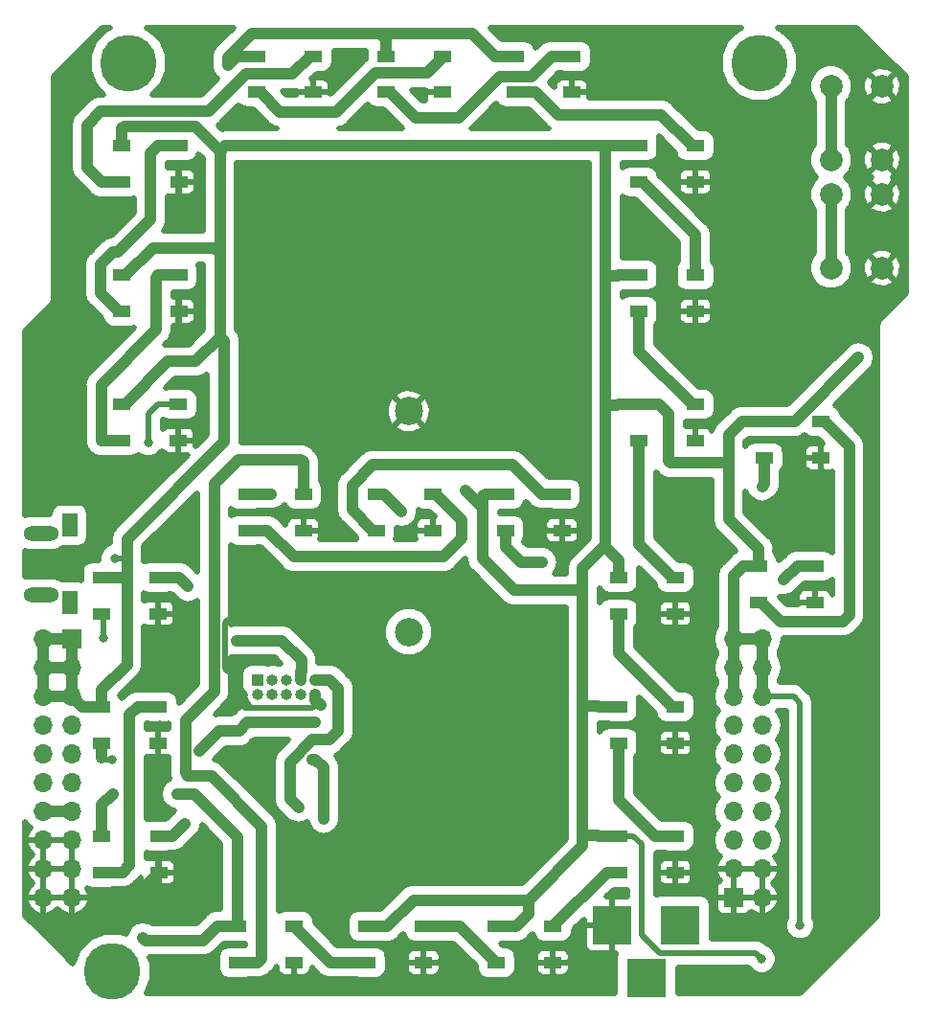
<source format=gbr>
G04 #@! TF.GenerationSoftware,KiCad,Pcbnew,(5.0.0)*
G04 #@! TF.CreationDate,2020-08-08T12:19:43-04:00*
G04 #@! TF.ProjectId,WS2812 Clock,57533238313220436C6F636B2E6B6963,rev?*
G04 #@! TF.SameCoordinates,Original*
G04 #@! TF.FileFunction,Copper,L1,Top,Signal*
G04 #@! TF.FilePolarity,Positive*
%FSLAX46Y46*%
G04 Gerber Fmt 4.6, Leading zero omitted, Abs format (unit mm)*
G04 Created by KiCad (PCBNEW (5.0.0)) date 08/08/20 12:19:43*
%MOMM*%
%LPD*%
G01*
G04 APERTURE LIST*
G04 #@! TA.AperFunction,ComponentPad*
%ADD10C,5.000000*%
G04 #@! TD*
G04 #@! TA.AperFunction,ComponentPad*
%ADD11C,2.500000*%
G04 #@! TD*
G04 #@! TA.AperFunction,ComponentPad*
%ADD12O,3.150000X1.300000*%
G04 #@! TD*
G04 #@! TA.AperFunction,ComponentPad*
%ADD13R,1.400000X2.000000*%
G04 #@! TD*
G04 #@! TA.AperFunction,SMDPad,CuDef*
%ADD14R,1.600000X1.000000*%
G04 #@! TD*
G04 #@! TA.AperFunction,ComponentPad*
%ADD15O,1.000000X1.000000*%
G04 #@! TD*
G04 #@! TA.AperFunction,ComponentPad*
%ADD16R,1.000000X1.000000*%
G04 #@! TD*
G04 #@! TA.AperFunction,ComponentPad*
%ADD17C,2.000000*%
G04 #@! TD*
G04 #@! TA.AperFunction,ComponentPad*
%ADD18R,1.700000X1.700000*%
G04 #@! TD*
G04 #@! TA.AperFunction,ComponentPad*
%ADD19O,1.700000X1.700000*%
G04 #@! TD*
G04 #@! TA.AperFunction,ComponentPad*
%ADD20R,3.500000X3.500000*%
G04 #@! TD*
G04 #@! TA.AperFunction,ViaPad*
%ADD21C,0.800000*%
G04 #@! TD*
G04 #@! TA.AperFunction,Conductor*
%ADD22C,1.000000*%
G04 #@! TD*
G04 #@! TA.AperFunction,Conductor*
%ADD23C,0.500000*%
G04 #@! TD*
G04 APERTURE END LIST*
D10*
G04 #@! TO.P,REF\002A\002A,1*
G04 #@! TO.N,N/C*
X236000000Y-34200000D03*
G04 #@! TD*
G04 #@! TO.P,REF\002A\002A,1*
G04 #@! TO.N,N/C*
X180200000Y-34200000D03*
G04 #@! TD*
D11*
G04 #@! TO.P,U24,1*
G04 #@! TO.N,GND*
X205000000Y-65000000D03*
G04 #@! TO.P,U24,2*
G04 #@! TO.N,Net-(U24-Pad2)*
X205000000Y-84500000D03*
G04 #@! TD*
D12*
G04 #@! TO.P,USB1,SH*
G04 #@! TO.N,N/C*
X172480000Y-81225000D03*
D13*
X175030000Y-81925000D03*
X175030000Y-75075000D03*
D12*
X172480000Y-75775000D03*
G04 #@! TD*
D14*
G04 #@! TO.P,U1,1*
G04 #@! TO.N,+5V*
X177880000Y-102540000D03*
G04 #@! TO.P,U1,2*
G04 #@! TO.N,Net-(U1-Pad2)*
X177880000Y-105740000D03*
G04 #@! TO.P,U1,4*
G04 #@! TO.N,DIN*
X182880000Y-102540000D03*
G04 #@! TO.P,U1,3*
G04 #@! TO.N,GND*
X182880000Y-105740000D03*
G04 #@! TD*
G04 #@! TO.P,U2,3*
G04 #@! TO.N,GND*
X182840000Y-94310000D03*
G04 #@! TO.P,U2,4*
G04 #@! TO.N,Net-(U1-Pad2)*
X182840000Y-91110000D03*
G04 #@! TO.P,U2,2*
G04 #@! TO.N,Net-(U2-Pad2)*
X177840000Y-94310000D03*
G04 #@! TO.P,U2,1*
G04 #@! TO.N,+5V*
X177840000Y-91110000D03*
G04 #@! TD*
G04 #@! TO.P,U3,3*
G04 #@! TO.N,GND*
X182840000Y-82880000D03*
G04 #@! TO.P,U3,4*
G04 #@! TO.N,Net-(U2-Pad2)*
X182840000Y-79680000D03*
G04 #@! TO.P,U3,2*
G04 #@! TO.N,Net-(U3-Pad2)*
X177840000Y-82880000D03*
G04 #@! TO.P,U3,1*
G04 #@! TO.N,+5V*
X177840000Y-79680000D03*
G04 #@! TD*
G04 #@! TO.P,U4,1*
G04 #@! TO.N,+5V*
X179618000Y-64389200D03*
G04 #@! TO.P,U4,2*
G04 #@! TO.N,Net-(U4-Pad2)*
X179618000Y-67589200D03*
G04 #@! TO.P,U4,4*
G04 #@! TO.N,Net-(U3-Pad2)*
X184618000Y-64389200D03*
G04 #@! TO.P,U4,3*
G04 #@! TO.N,GND*
X184618000Y-67589200D03*
G04 #@! TD*
G04 #@! TO.P,U5,3*
G04 #@! TO.N,GND*
X184658000Y-56159200D03*
G04 #@! TO.P,U5,4*
G04 #@! TO.N,Net-(U4-Pad2)*
X184658000Y-52959200D03*
G04 #@! TO.P,U5,2*
G04 #@! TO.N,Net-(U5-Pad2)*
X179658000Y-56159200D03*
G04 #@! TO.P,U5,1*
G04 #@! TO.N,+5V*
X179658000Y-52959200D03*
G04 #@! TD*
G04 #@! TO.P,U6,1*
G04 #@! TO.N,+5V*
X179658000Y-41529200D03*
G04 #@! TO.P,U6,2*
G04 #@! TO.N,Net-(U6-Pad2)*
X179658000Y-44729200D03*
G04 #@! TO.P,U6,4*
G04 #@! TO.N,Net-(U5-Pad2)*
X184658000Y-41529200D03*
G04 #@! TO.P,U6,3*
G04 #@! TO.N,GND*
X184658000Y-44729200D03*
G04 #@! TD*
G04 #@! TO.P,U7,3*
G04 #@! TO.N,GND*
X196556000Y-36804400D03*
G04 #@! TO.P,U7,4*
G04 #@! TO.N,Net-(U6-Pad2)*
X196556000Y-33604400D03*
G04 #@! TO.P,U7,2*
G04 #@! TO.N,Net-(U7-Pad2)*
X191556000Y-36804400D03*
G04 #@! TO.P,U7,1*
G04 #@! TO.N,+5V*
X191556000Y-33604400D03*
G04 #@! TD*
G04 #@! TO.P,U8,3*
G04 #@! TO.N,GND*
X207986000Y-36804400D03*
G04 #@! TO.P,U8,4*
G04 #@! TO.N,Net-(U7-Pad2)*
X207986000Y-33604400D03*
G04 #@! TO.P,U8,2*
G04 #@! TO.N,Net-(U8-Pad2)*
X202986000Y-36804400D03*
G04 #@! TO.P,U8,1*
G04 #@! TO.N,+5V*
X202986000Y-33604400D03*
G04 #@! TD*
G04 #@! TO.P,U9,3*
G04 #@! TO.N,GND*
X219416000Y-36804400D03*
G04 #@! TO.P,U9,4*
G04 #@! TO.N,Net-(U8-Pad2)*
X219416000Y-33604400D03*
G04 #@! TO.P,U9,2*
G04 #@! TO.N,Net-(U10-Pad4)*
X214416000Y-36804400D03*
G04 #@! TO.P,U9,1*
G04 #@! TO.N,+5V*
X214416000Y-33604400D03*
G04 #@! TD*
G04 #@! TO.P,U10,1*
G04 #@! TO.N,+5V*
X225338000Y-41529200D03*
G04 #@! TO.P,U10,2*
G04 #@! TO.N,Net-(U10-Pad2)*
X225338000Y-44729200D03*
G04 #@! TO.P,U10,4*
G04 #@! TO.N,Net-(U10-Pad4)*
X230338000Y-41529200D03*
G04 #@! TO.P,U10,3*
G04 #@! TO.N,GND*
X230338000Y-44729200D03*
G04 #@! TD*
G04 #@! TO.P,U11,1*
G04 #@! TO.N,+5V*
X225338000Y-52959200D03*
G04 #@! TO.P,U11,2*
G04 #@! TO.N,Net-(U11-Pad2)*
X225338000Y-56159200D03*
G04 #@! TO.P,U11,4*
G04 #@! TO.N,Net-(U10-Pad2)*
X230338000Y-52959200D03*
G04 #@! TO.P,U11,3*
G04 #@! TO.N,GND*
X230338000Y-56159200D03*
G04 #@! TD*
G04 #@! TO.P,U12,3*
G04 #@! TO.N,GND*
X230338000Y-67589200D03*
G04 #@! TO.P,U12,4*
G04 #@! TO.N,Net-(U11-Pad2)*
X230338000Y-64389200D03*
G04 #@! TO.P,U12,2*
G04 #@! TO.N,Net-(U12-Pad2)*
X225338000Y-67589200D03*
G04 #@! TO.P,U12,1*
G04 #@! TO.N,+5V*
X225338000Y-64389200D03*
G04 #@! TD*
G04 #@! TO.P,U13,1*
G04 #@! TO.N,+5V*
X223560000Y-79680000D03*
G04 #@! TO.P,U13,2*
G04 #@! TO.N,Net-(U13-Pad2)*
X223560000Y-82880000D03*
G04 #@! TO.P,U13,4*
G04 #@! TO.N,Net-(U12-Pad2)*
X228560000Y-79680000D03*
G04 #@! TO.P,U13,3*
G04 #@! TO.N,GND*
X228560000Y-82880000D03*
G04 #@! TD*
G04 #@! TO.P,U14,3*
G04 #@! TO.N,GND*
X228560000Y-94310000D03*
G04 #@! TO.P,U14,4*
G04 #@! TO.N,Net-(U13-Pad2)*
X228560000Y-91110000D03*
G04 #@! TO.P,U14,2*
G04 #@! TO.N,Net-(U14-Pad2)*
X223560000Y-94310000D03*
G04 #@! TO.P,U14,1*
G04 #@! TO.N,+5V*
X223560000Y-91110000D03*
G04 #@! TD*
G04 #@! TO.P,U15,1*
G04 #@! TO.N,+5V*
X223560000Y-102540000D03*
G04 #@! TO.P,U15,2*
G04 #@! TO.N,Net-(U15-Pad2)*
X223560000Y-105740000D03*
G04 #@! TO.P,U15,4*
G04 #@! TO.N,Net-(U14-Pad2)*
X228560000Y-102540000D03*
G04 #@! TO.P,U15,3*
G04 #@! TO.N,GND*
X228560000Y-105740000D03*
G04 #@! TD*
G04 #@! TO.P,U16,3*
G04 #@! TO.N,GND*
X217739600Y-113715600D03*
G04 #@! TO.P,U16,4*
G04 #@! TO.N,Net-(U15-Pad2)*
X217739600Y-110515600D03*
G04 #@! TO.P,U16,2*
G04 #@! TO.N,Net-(U16-Pad2)*
X212739600Y-113715600D03*
G04 #@! TO.P,U16,1*
G04 #@! TO.N,+5V*
X212739600Y-110515600D03*
G04 #@! TD*
G04 #@! TO.P,U17,3*
G04 #@! TO.N,GND*
X206309600Y-113715600D03*
G04 #@! TO.P,U17,4*
G04 #@! TO.N,Net-(U16-Pad2)*
X206309600Y-110515600D03*
G04 #@! TO.P,U17,2*
G04 #@! TO.N,Net-(U17-Pad2)*
X201309600Y-113715600D03*
G04 #@! TO.P,U17,1*
G04 #@! TO.N,+5V*
X201309600Y-110515600D03*
G04 #@! TD*
G04 #@! TO.P,U18,1*
G04 #@! TO.N,+5V*
X189879600Y-110515600D03*
G04 #@! TO.P,U18,2*
G04 #@! TO.N,Net-(U18-Pad2)*
X189879600Y-113715600D03*
G04 #@! TO.P,U18,4*
G04 #@! TO.N,Net-(U17-Pad2)*
X194879600Y-110515600D03*
G04 #@! TO.P,U18,3*
G04 #@! TO.N,GND*
X194879600Y-113715600D03*
G04 #@! TD*
G04 #@! TO.P,U19,3*
G04 #@! TO.N,GND*
X195692400Y-75514000D03*
G04 #@! TO.P,U19,4*
G04 #@! TO.N,Net-(U18-Pad2)*
X195692400Y-72314000D03*
G04 #@! TO.P,U19,2*
G04 #@! TO.N,Net-(U19-Pad2)*
X190692400Y-75514000D03*
G04 #@! TO.P,U19,1*
G04 #@! TO.N,+5V*
X190692400Y-72314000D03*
G04 #@! TD*
G04 #@! TO.P,U20,1*
G04 #@! TO.N,+5V*
X202122400Y-72314000D03*
G04 #@! TO.P,U20,2*
G04 #@! TO.N,Net-(U20-Pad2)*
X202122400Y-75514000D03*
G04 #@! TO.P,U20,4*
G04 #@! TO.N,Net-(U19-Pad2)*
X207122400Y-72314000D03*
G04 #@! TO.P,U20,3*
G04 #@! TO.N,GND*
X207122400Y-75514000D03*
G04 #@! TD*
G04 #@! TO.P,U21,1*
G04 #@! TO.N,+5V*
X213552400Y-72314000D03*
G04 #@! TO.P,U21,2*
G04 #@! TO.N,Net-(R2-Pad2)*
X213552400Y-75514000D03*
G04 #@! TO.P,U21,4*
G04 #@! TO.N,Net-(U20-Pad2)*
X218552400Y-72314000D03*
G04 #@! TO.P,U21,3*
G04 #@! TO.N,GND*
X218552400Y-75514000D03*
G04 #@! TD*
G04 #@! TO.P,U22,3*
G04 #@! TO.N,GND*
X240900000Y-81890000D03*
G04 #@! TO.P,U22,4*
G04 #@! TO.N,Net-(R2-Pad2)*
X240900000Y-78690000D03*
G04 #@! TO.P,U22,2*
G04 #@! TO.N,Net-(U22-Pad2)*
X235900000Y-81890000D03*
G04 #@! TO.P,U22,1*
G04 #@! TO.N,+5V*
X235900000Y-78690000D03*
G04 #@! TD*
G04 #@! TO.P,U23,1*
G04 #@! TO.N,+5V*
X236458800Y-65888400D03*
G04 #@! TO.P,U23,2*
G04 #@! TO.N,DOUT*
X236458800Y-69088400D03*
G04 #@! TO.P,U23,4*
G04 #@! TO.N,Net-(U22-Pad2)*
X241458800Y-65888400D03*
G04 #@! TO.P,U23,3*
G04 #@! TO.N,GND*
X241458800Y-69088400D03*
G04 #@! TD*
D15*
G04 #@! TO.P,J1,10*
G04 #@! TO.N,GND*
X196750000Y-90000000D03*
G04 #@! TO.P,J1,9*
G04 #@! TO.N,SDA*
X196750000Y-88730000D03*
G04 #@! TO.P,J1,8*
G04 #@! TO.N,N/C*
X195480000Y-90000000D03*
G04 #@! TO.P,J1,7*
G04 #@! TO.N,+5V*
X195480000Y-88730000D03*
G04 #@! TO.P,J1,6*
G04 #@! TO.N,RST*
X194210000Y-90000000D03*
G04 #@! TO.P,J1,5*
G04 #@! TO.N,N/C*
X194210000Y-88730000D03*
G04 #@! TO.P,J1,4*
G04 #@! TO.N,+5V*
X192940000Y-90000000D03*
G04 #@! TO.P,J1,3*
G04 #@! TO.N,DIN*
X192940000Y-88730000D03*
G04 #@! TO.P,J1,2*
G04 #@! TO.N,GND*
X191670000Y-90000000D03*
D16*
G04 #@! TO.P,J1,1*
G04 #@! TO.N,SCL*
X191670000Y-88730000D03*
G04 #@! TD*
D17*
G04 #@! TO.P,SW1,1*
G04 #@! TO.N,BTN1*
X242325001Y-42775001D03*
G04 #@! TO.P,SW1,2*
G04 #@! TO.N,GND*
X246825001Y-42775001D03*
G04 #@! TO.P,SW1,1*
G04 #@! TO.N,BTN1*
X242325001Y-36275001D03*
G04 #@! TO.P,SW1,2*
G04 #@! TO.N,GND*
X246825001Y-36275001D03*
G04 #@! TD*
G04 #@! TO.P,SW2,2*
G04 #@! TO.N,GND*
X246825001Y-45825001D03*
G04 #@! TO.P,SW2,1*
G04 #@! TO.N,BTN2*
X242325001Y-45825001D03*
G04 #@! TO.P,SW2,2*
G04 #@! TO.N,GND*
X246825001Y-52325001D03*
G04 #@! TO.P,SW2,1*
G04 #@! TO.N,BTN2*
X242325001Y-52325001D03*
G04 #@! TD*
D18*
G04 #@! TO.P,CONN_LEFT_1,1*
G04 #@! TO.N,+5V*
X175250000Y-85140000D03*
D19*
G04 #@! TO.P,CONN_LEFT_1,2*
X172710000Y-85140000D03*
G04 #@! TO.P,CONN_LEFT_1,3*
X175250000Y-87680000D03*
G04 #@! TO.P,CONN_LEFT_1,4*
X172710000Y-87680000D03*
G04 #@! TO.P,CONN_LEFT_1,5*
X175250000Y-90220000D03*
G04 #@! TO.P,CONN_LEFT_1,6*
X172710000Y-90220000D03*
G04 #@! TO.P,CONN_LEFT_1,7*
G04 #@! TO.N,DIN*
X175250000Y-92760000D03*
G04 #@! TO.P,CONN_LEFT_1,8*
X172710000Y-92760000D03*
G04 #@! TO.P,CONN_LEFT_1,9*
G04 #@! TO.N,N/C*
X175250000Y-95300000D03*
G04 #@! TO.P,CONN_LEFT_1,10*
X172710000Y-95300000D03*
G04 #@! TO.P,CONN_LEFT_1,11*
X175250000Y-97840000D03*
G04 #@! TO.P,CONN_LEFT_1,12*
X172710000Y-97840000D03*
G04 #@! TO.P,CONN_LEFT_1,13*
G04 #@! TO.N,DIN*
X175250000Y-100380000D03*
G04 #@! TO.P,CONN_LEFT_1,14*
X172710000Y-100380000D03*
G04 #@! TO.P,CONN_LEFT_1,15*
G04 #@! TO.N,GND*
X175250000Y-102920000D03*
G04 #@! TO.P,CONN_LEFT_1,16*
X172710000Y-102920000D03*
G04 #@! TO.P,CONN_LEFT_1,17*
X175250000Y-105460000D03*
G04 #@! TO.P,CONN_LEFT_1,18*
X172710000Y-105460000D03*
G04 #@! TO.P,CONN_LEFT_1,19*
X175250000Y-108000000D03*
G04 #@! TO.P,CONN_LEFT_1,20*
X172710000Y-108000000D03*
G04 #@! TD*
G04 #@! TO.P,CONN_RIGHT_1,20*
G04 #@! TO.N,+5V*
X236250000Y-85140000D03*
G04 #@! TO.P,CONN_RIGHT_1,19*
X233710000Y-85140000D03*
G04 #@! TO.P,CONN_RIGHT_1,18*
X236250000Y-87680000D03*
G04 #@! TO.P,CONN_RIGHT_1,17*
X233710000Y-87680000D03*
G04 #@! TO.P,CONN_RIGHT_1,16*
X236250000Y-90220000D03*
G04 #@! TO.P,CONN_RIGHT_1,15*
X233710000Y-90220000D03*
G04 #@! TO.P,CONN_RIGHT_1,14*
G04 #@! TO.N,DOUT*
X236250000Y-92760000D03*
G04 #@! TO.P,CONN_RIGHT_1,13*
X233710000Y-92760000D03*
G04 #@! TO.P,CONN_RIGHT_1,12*
G04 #@! TO.N,N/C*
X236250000Y-95300000D03*
G04 #@! TO.P,CONN_RIGHT_1,11*
X233710000Y-95300000D03*
G04 #@! TO.P,CONN_RIGHT_1,10*
X236250000Y-97840000D03*
G04 #@! TO.P,CONN_RIGHT_1,9*
X233710000Y-97840000D03*
G04 #@! TO.P,CONN_RIGHT_1,8*
X236250000Y-100380000D03*
G04 #@! TO.P,CONN_RIGHT_1,7*
X233710000Y-100380000D03*
G04 #@! TO.P,CONN_RIGHT_1,6*
G04 #@! TO.N,DOUT*
X236250000Y-102920000D03*
G04 #@! TO.P,CONN_RIGHT_1,5*
X233710000Y-102920000D03*
G04 #@! TO.P,CONN_RIGHT_1,4*
G04 #@! TO.N,GND*
X236250000Y-105460000D03*
G04 #@! TO.P,CONN_RIGHT_1,3*
X233710000Y-105460000D03*
G04 #@! TO.P,CONN_RIGHT_1,2*
X236250000Y-108000000D03*
D18*
G04 #@! TO.P,CONN_RIGHT_1,1*
X233710000Y-108000000D03*
G04 #@! TD*
D20*
G04 #@! TO.P,J2,3*
G04 #@! TO.N,N/C*
X226000000Y-115100000D03*
G04 #@! TO.P,J2,2*
G04 #@! TO.N,GND*
X223000000Y-110400000D03*
G04 #@! TO.P,J2,1*
G04 #@! TO.N,Net-(J2-Pad1)*
X229000000Y-110400000D03*
G04 #@! TD*
D10*
G04 #@! TO.P,REF\002A\002A,1*
G04 #@! TO.N,N/C*
X178800000Y-114500000D03*
G04 #@! TD*
D21*
G04 #@! TO.N,DIN*
X185200000Y-101450000D03*
X186500000Y-95000000D03*
X196750000Y-92500000D03*
G04 #@! TO.N,GND*
X198932800Y-35153600D03*
X206197200Y-36880800D03*
X184658000Y-47498000D03*
X186740800Y-66090800D03*
X229920800Y-75082400D03*
X232664000Y-64871600D03*
X204774800Y-75844400D03*
X198120000Y-75895200D03*
X216763600Y-74472800D03*
X174955200Y-71729600D03*
X184708800Y-75742800D03*
X191820800Y-39776400D03*
X188061600Y-31902400D03*
X175920400Y-34391600D03*
X180000000Y-108250000D03*
X189750000Y-89250000D03*
X197250000Y-91000000D03*
X182250000Y-81500000D03*
X182250000Y-85250000D03*
X183000000Y-92750000D03*
X239500000Y-67750000D03*
X241750000Y-80500000D03*
X191250000Y-82750000D03*
X185750000Y-57750000D03*
X177750000Y-76500000D03*
X201800000Y-39800000D03*
X213600000Y-39400000D03*
X230800000Y-114800000D03*
X236000000Y-116000000D03*
X235800000Y-110800000D03*
G04 #@! TO.N,+5V*
X188315600Y-42011600D03*
X188976000Y-34384400D03*
X178866800Y-98806000D03*
X188671200Y-67716400D03*
X192862000Y-72314000D03*
X204368400Y-73863200D03*
X210007200Y-71983600D03*
X204368400Y-73863200D03*
X220370400Y-98755200D03*
X184505600Y-98806000D03*
X181500000Y-111500000D03*
X222402400Y-42750000D03*
X189750000Y-85250000D03*
X244750000Y-60250000D03*
X179000000Y-78000000D03*
X236200000Y-113400000D03*
X239600000Y-110400000D03*
G04 #@! TO.N,Net-(U2-Pad2)*
X185500000Y-80500000D03*
X178750000Y-95750000D03*
G04 #@! TO.N,Net-(U3-Pad2)*
X182000000Y-67750000D03*
X178000000Y-85000000D03*
G04 #@! TO.N,Net-(R2-Pad2)*
X216750000Y-78350000D03*
X238150000Y-79900000D03*
G04 #@! TO.N,SDA*
X195250000Y-100000000D03*
G04 #@! TO.N,RST*
X197500000Y-101000000D03*
X196500000Y-95750000D03*
G04 #@! TO.N,DOUT*
X236220000Y-71628000D03*
G04 #@! TD*
D22*
G04 #@! TO.N,DIN*
X184110000Y-102540000D02*
X185200000Y-101450000D01*
X182880000Y-102540000D02*
X184110000Y-102540000D01*
X172710000Y-100380000D02*
X175250000Y-100380000D01*
X188250000Y-93250000D02*
X186500000Y-95000000D01*
X190000000Y-93250000D02*
X188250000Y-93250000D01*
X190750000Y-92500000D02*
X190000000Y-93250000D01*
X196750000Y-92500000D02*
X190750000Y-92500000D01*
G04 #@! TO.N,GND*
X180370000Y-108250000D02*
X182880000Y-105740000D01*
X180000000Y-108250000D02*
X180370000Y-108250000D01*
X196750000Y-90000000D02*
X196750000Y-90500000D01*
X196750000Y-90500000D02*
X197250000Y-91000000D01*
D23*
X196684315Y-91000000D02*
X196434315Y-91250000D01*
X197250000Y-91000000D02*
X196684315Y-91000000D01*
X196434315Y-91250000D02*
X190500000Y-91250000D01*
X189750000Y-90500000D02*
X189750000Y-89250000D01*
X190500000Y-91250000D02*
X189750000Y-90500000D01*
X188799990Y-87734305D02*
X188799990Y-83700010D01*
X189750000Y-89250000D02*
X189750000Y-88684315D01*
X189750000Y-88684315D02*
X188799990Y-87734305D01*
X188799990Y-83700010D02*
X189750000Y-82750000D01*
X189750000Y-82750000D02*
X191250000Y-82750000D01*
D22*
G04 #@! TO.N,+5V*
X176140000Y-91110000D02*
X175250000Y-90220000D01*
X177840000Y-91110000D02*
X176140000Y-91110000D01*
X172710000Y-90220000D02*
X175250000Y-90220000D01*
X179918000Y-64389200D02*
X183702800Y-60604400D01*
X179618000Y-64389200D02*
X179918000Y-64389200D01*
X183702800Y-60604400D02*
X186131200Y-60604400D01*
X186131200Y-60604400D02*
X188315600Y-58420000D01*
X188315600Y-58420000D02*
X188315600Y-51003200D01*
X188315600Y-51003200D02*
X187858400Y-50546000D01*
X179958000Y-52959200D02*
X179658000Y-52959200D01*
X182371200Y-50546000D02*
X179958000Y-52959200D01*
X187858400Y-50546000D02*
X182371200Y-50546000D01*
X179658000Y-40029200D02*
X179860000Y-39827200D01*
X179658000Y-41529200D02*
X179658000Y-40029200D01*
X179860000Y-39827200D02*
X186131200Y-39827200D01*
X188315600Y-42011600D02*
X188315600Y-51003200D01*
X186131200Y-39827200D02*
X188315600Y-42011600D01*
X189756000Y-33604400D02*
X188976000Y-34384400D01*
X191556000Y-33604400D02*
X189756000Y-33604400D01*
X202986000Y-32104400D02*
X202479200Y-31597600D01*
X202986000Y-33604400D02*
X202986000Y-32104400D01*
X202479200Y-31597600D02*
X191109600Y-31597600D01*
X188976000Y-33731200D02*
X188976000Y-34384400D01*
X191109600Y-31597600D02*
X188976000Y-33731200D01*
X210609200Y-31597600D02*
X202479200Y-31597600D01*
X212616000Y-33604400D02*
X210609200Y-31597600D01*
X214416000Y-33604400D02*
X212616000Y-33604400D01*
X177880000Y-102540000D02*
X177880000Y-99792800D01*
X177880000Y-99792800D02*
X178866800Y-98806000D01*
X177840000Y-89610000D02*
X180086000Y-87364000D01*
X177840000Y-91110000D02*
X177840000Y-89610000D01*
X180086000Y-87364000D02*
X180086000Y-79959200D01*
X179806800Y-79680000D02*
X177840000Y-79680000D01*
X180086000Y-79959200D02*
X179806800Y-79680000D01*
X172710000Y-90220000D02*
X172710000Y-85140000D01*
X172710000Y-85140000D02*
X175250000Y-85140000D01*
X175250000Y-85140000D02*
X175250000Y-90220000D01*
X175250000Y-87680000D02*
X172710000Y-87680000D01*
X188671200Y-58775600D02*
X188315600Y-58420000D01*
X188671200Y-67716400D02*
X188671200Y-58775600D01*
X180086000Y-76301600D02*
X188671200Y-67716400D01*
X190692400Y-72314000D02*
X192862000Y-72314000D01*
X188798000Y-41529200D02*
X188315600Y-42011600D01*
X222402400Y-41529200D02*
X188798000Y-41529200D01*
X225338000Y-41529200D02*
X222402400Y-41529200D01*
X222402400Y-76860400D02*
X220370400Y-78892400D01*
X220370400Y-103428800D02*
X215595200Y-108204000D01*
X203109600Y-110515600D02*
X201309600Y-110515600D01*
X205421200Y-108204000D02*
X203109600Y-110515600D01*
X215595200Y-108204000D02*
X205421200Y-108204000D01*
X215595200Y-109460000D02*
X215595200Y-108204000D01*
X214539600Y-110515600D02*
X215595200Y-109460000D01*
X212739600Y-110515600D02*
X214539600Y-110515600D01*
X221683600Y-91033600D02*
X220370400Y-91033600D01*
X221760000Y-91110000D02*
X221683600Y-91033600D01*
X223560000Y-91110000D02*
X221760000Y-91110000D01*
X222402400Y-77022400D02*
X222402400Y-76860400D01*
X223560000Y-78180000D02*
X222402400Y-77022400D01*
X223560000Y-79680000D02*
X223560000Y-78180000D01*
X202122400Y-72314000D02*
X202819200Y-72314000D01*
X202819200Y-72314000D02*
X204368400Y-73863200D01*
X211752400Y-72314000D02*
X211531200Y-72535200D01*
X213552400Y-72314000D02*
X211752400Y-72314000D01*
X214325200Y-80822800D02*
X220370400Y-80822800D01*
X211531200Y-78028800D02*
X214325200Y-80822800D01*
X220370400Y-78892400D02*
X220370400Y-80822800D01*
X220370400Y-80822800D02*
X220370400Y-91033600D01*
X211378800Y-73355200D02*
X210007200Y-71983600D01*
X211531200Y-73355200D02*
X211378800Y-73355200D01*
X211531200Y-73355200D02*
X211531200Y-78028800D01*
X211531200Y-72535200D02*
X211531200Y-73355200D01*
X220370400Y-91033600D02*
X220370400Y-98755200D01*
X221734400Y-102514400D02*
X220370400Y-102514400D01*
X221760000Y-102540000D02*
X221734400Y-102514400D01*
X223560000Y-102540000D02*
X221760000Y-102540000D01*
X220370400Y-98755200D02*
X220370400Y-102514400D01*
X220370400Y-102514400D02*
X220370400Y-103428800D01*
X189879600Y-110515600D02*
X189879600Y-102605200D01*
X186080400Y-98806000D02*
X184505600Y-98806000D01*
X189879600Y-102605200D02*
X186080400Y-98806000D01*
X235900000Y-77190000D02*
X233273600Y-74563600D01*
X235900000Y-78690000D02*
X235900000Y-77190000D01*
X234658800Y-65888400D02*
X236458800Y-65888400D01*
X234441200Y-65888400D02*
X234658800Y-65888400D01*
X233273600Y-67056000D02*
X234441200Y-65888400D01*
X227138000Y-64389200D02*
X227990400Y-65241600D01*
X225338000Y-64389200D02*
X227138000Y-64389200D01*
X227990400Y-65241600D02*
X227990400Y-69392800D01*
X227990400Y-69392800D02*
X228142800Y-69545200D01*
X228142800Y-69545200D02*
X233273600Y-69545200D01*
X233273600Y-74563600D02*
X233273600Y-69545200D01*
X233273600Y-69545200D02*
X233273600Y-67056000D01*
X236250000Y-90220000D02*
X236250000Y-85140000D01*
X233710000Y-85140000D02*
X233710000Y-90220000D01*
X233710000Y-85140000D02*
X236250000Y-85140000D01*
X234543600Y-78690000D02*
X235900000Y-78690000D01*
X233710000Y-79523600D02*
X234543600Y-78690000D01*
X233710000Y-85140000D02*
X233710000Y-79523600D01*
X188079600Y-110515600D02*
X186845200Y-111750000D01*
X189879600Y-110515600D02*
X188079600Y-110515600D01*
X186845200Y-111750000D02*
X184250000Y-111750000D01*
X184250000Y-111750000D02*
X181750000Y-111750000D01*
X181750000Y-111750000D02*
X181500000Y-111500000D01*
X222402400Y-41529200D02*
X222402400Y-42750000D01*
X195480000Y-88022894D02*
X195500000Y-88002894D01*
X195480000Y-88730000D02*
X195480000Y-88022894D01*
X195500000Y-88002894D02*
X195500000Y-87000000D01*
X195500000Y-87000000D02*
X193750000Y-85250000D01*
X193750000Y-85250000D02*
X189750000Y-85250000D01*
X223427200Y-64500000D02*
X222402400Y-64500000D01*
X223538000Y-64389200D02*
X223427200Y-64500000D01*
X225338000Y-64389200D02*
X223538000Y-64389200D01*
X222402400Y-64500000D02*
X222402400Y-76860400D01*
X236458800Y-65888400D02*
X239111600Y-65888400D01*
X239111600Y-65888400D02*
X244750000Y-60250000D01*
X223497200Y-53000000D02*
X222402400Y-53000000D01*
X223538000Y-52959200D02*
X223497200Y-53000000D01*
X225338000Y-52959200D02*
X223538000Y-52959200D01*
X222402400Y-42750000D02*
X222402400Y-53000000D01*
X222402400Y-53000000D02*
X222402400Y-64500000D01*
D23*
X179000000Y-78000000D02*
X180086000Y-78000000D01*
D22*
X180086000Y-79959200D02*
X180086000Y-78000000D01*
X180086000Y-78000000D02*
X180086000Y-76301600D01*
D23*
X224860000Y-102540000D02*
X225600000Y-103280000D01*
X223560000Y-102540000D02*
X224860000Y-102540000D01*
X227189997Y-112899999D02*
X235699999Y-112899999D01*
X225600000Y-103280000D02*
X225600000Y-111310002D01*
X225600000Y-111310002D02*
X227189997Y-112899999D01*
X235699999Y-112899999D02*
X236200000Y-113400000D01*
X236250000Y-90220000D02*
X239020000Y-90220000D01*
X239020000Y-90220000D02*
X239600000Y-90800000D01*
X239600000Y-90800000D02*
X239600000Y-110400000D01*
D22*
G04 #@! TO.N,Net-(U1-Pad2)*
X181040000Y-91110000D02*
X182840000Y-91110000D01*
X180320000Y-91830000D02*
X181040000Y-91110000D01*
X180320000Y-105100000D02*
X180320000Y-91830000D01*
X179680000Y-105740000D02*
X180320000Y-105100000D01*
X177880000Y-105740000D02*
X179680000Y-105740000D01*
G04 #@! TO.N,Net-(U2-Pad2)*
X184680000Y-79680000D02*
X185500000Y-80500000D01*
X182840000Y-79680000D02*
X184680000Y-79680000D01*
X177840000Y-94310000D02*
X177840000Y-95590000D01*
D23*
X178000000Y-95750000D02*
X177840000Y-95590000D01*
X178750000Y-95750000D02*
X178000000Y-95750000D01*
G04 #@! TO.N,Net-(U3-Pad2)*
X184618000Y-64389200D02*
X182860800Y-64389200D01*
X182860800Y-64389200D02*
X182000000Y-65250000D01*
X182000000Y-65250000D02*
X182000000Y-67750000D01*
X178000000Y-83040000D02*
X177840000Y-82880000D01*
X178000000Y-85000000D02*
X178000000Y-83040000D01*
D22*
G04 #@! TO.N,Net-(U4-Pad2)*
X182858000Y-52959200D02*
X184658000Y-52959200D01*
X179618000Y-67589200D02*
X177818000Y-67589200D01*
X177800000Y-67571200D02*
X177800000Y-62650000D01*
X177818000Y-67589200D02*
X177800000Y-67571200D01*
X177800000Y-62650000D02*
X182650000Y-57800000D01*
X182650000Y-57800000D02*
X182650000Y-53167200D01*
X182650000Y-53167200D02*
X182858000Y-52959200D01*
G04 #@! TO.N,Net-(U5-Pad2)*
X182858000Y-41529200D02*
X182200000Y-42187200D01*
X184658000Y-41529200D02*
X182858000Y-41529200D01*
X182200000Y-42187200D02*
X182200000Y-48050000D01*
X182200000Y-48050000D02*
X179300000Y-50950000D01*
X179300000Y-50950000D02*
X178850000Y-50950000D01*
X178850000Y-50950000D02*
X177750000Y-52050000D01*
X179358000Y-56159200D02*
X179658000Y-56159200D01*
X177750000Y-54551200D02*
X179358000Y-56159200D01*
X177750000Y-52050000D02*
X177750000Y-54551200D01*
G04 #@! TO.N,Net-(U6-Pad2)*
X196256000Y-33604400D02*
X196556000Y-33604400D01*
X194660400Y-35200000D02*
X196256000Y-33604400D01*
X179658000Y-44729200D02*
X177858000Y-44729200D01*
X177858000Y-44729200D02*
X176550000Y-43421200D01*
X190600398Y-35200000D02*
X194660400Y-35200000D01*
X176550000Y-43421200D02*
X176550000Y-39700000D01*
X176550000Y-39700000D02*
X177750000Y-38500000D01*
X177750000Y-38500000D02*
X187300398Y-38500000D01*
X187300398Y-38500000D02*
X190600398Y-35200000D01*
G04 #@! TO.N,Net-(U7-Pad2)*
X191856000Y-36804400D02*
X191556000Y-36804400D01*
X207986000Y-33764000D02*
X206650000Y-35100000D01*
X206650000Y-35100000D02*
X202050000Y-35100000D01*
X207986000Y-33604400D02*
X207986000Y-33764000D01*
X202050000Y-35100000D02*
X198600000Y-38550000D01*
X198600000Y-38550000D02*
X193601600Y-38550000D01*
X193601600Y-38550000D02*
X191856000Y-36804400D01*
G04 #@! TO.N,Net-(U11-Pad2)*
X230038000Y-64389200D02*
X230338000Y-64389200D01*
X225338000Y-59689200D02*
X230038000Y-64389200D01*
X225338000Y-56159200D02*
X225338000Y-59689200D01*
G04 #@! TO.N,Net-(U10-Pad4)*
X216216000Y-36804400D02*
X214416000Y-36804400D01*
X218211600Y-38800000D02*
X216216000Y-36804400D01*
X227308800Y-38800000D02*
X218211600Y-38800000D01*
X230038000Y-41529200D02*
X227308800Y-38800000D01*
X230338000Y-41529200D02*
X230038000Y-41529200D01*
G04 #@! TO.N,Net-(U10-Pad2)*
X225638000Y-44729200D02*
X225338000Y-44729200D01*
X230338000Y-49429200D02*
X225638000Y-44729200D01*
X230338000Y-52959200D02*
X230338000Y-49429200D01*
G04 #@! TO.N,Net-(U12-Pad2)*
X228260000Y-79680000D02*
X228560000Y-79680000D01*
X225338000Y-76758000D02*
X228260000Y-79680000D01*
X225338000Y-67589200D02*
X225338000Y-76758000D01*
G04 #@! TO.N,Net-(U13-Pad2)*
X228260000Y-91110000D02*
X228560000Y-91110000D01*
X223560000Y-86410000D02*
X228260000Y-91110000D01*
X223560000Y-82880000D02*
X223560000Y-86410000D01*
G04 #@! TO.N,Net-(U14-Pad2)*
X223560000Y-99340000D02*
X223560000Y-94310000D01*
X228560000Y-102540000D02*
X226760000Y-102540000D01*
X226760000Y-102540000D02*
X223560000Y-99340000D01*
G04 #@! TO.N,Net-(U15-Pad2)*
X222515200Y-105740000D02*
X217739600Y-110515600D01*
X223560000Y-105740000D02*
X222515200Y-105740000D01*
G04 #@! TO.N,Net-(R2-Pad2)*
X213552400Y-77014000D02*
X214888400Y-78350000D01*
X213552400Y-75514000D02*
X213552400Y-77014000D01*
X214888400Y-78350000D02*
X216750000Y-78350000D01*
X239360000Y-78690000D02*
X238150000Y-79900000D01*
X240900000Y-78690000D02*
X239360000Y-78690000D01*
G04 #@! TO.N,Net-(U16-Pad2)*
X209539600Y-110515600D02*
X212739600Y-113715600D01*
X206309600Y-110515600D02*
X209539600Y-110515600D01*
G04 #@! TO.N,Net-(U17-Pad2)*
X198079600Y-113715600D02*
X194879600Y-110515600D01*
X201309600Y-113715600D02*
X198079600Y-113715600D01*
G04 #@! TO.N,Net-(U18-Pad2)*
X195450000Y-69250000D02*
X195692400Y-69492400D01*
X187800000Y-89750000D02*
X187800000Y-71400000D01*
X185250000Y-92300000D02*
X187800000Y-89750000D01*
X187800000Y-71400000D02*
X189950000Y-69250000D01*
X185250000Y-97000000D02*
X185250000Y-92300000D01*
X189950000Y-69250000D02*
X195450000Y-69250000D01*
X191679600Y-113715600D02*
X192000000Y-113395200D01*
X195692400Y-69492400D02*
X195692400Y-72314000D01*
X189879600Y-113715600D02*
X191679600Y-113715600D01*
X192000000Y-113395200D02*
X192000000Y-101700000D01*
X192000000Y-101700000D02*
X187550000Y-97250000D01*
X187550000Y-97250000D02*
X185500000Y-97250000D01*
X185500000Y-97250000D02*
X185250000Y-97000000D01*
G04 #@! TO.N,Net-(U19-Pad2)*
X192492400Y-75514000D02*
X190692400Y-75514000D01*
X207122400Y-72314000D02*
X207422400Y-72314000D01*
X209700000Y-74591600D02*
X209700000Y-76200000D01*
X209700000Y-76200000D02*
X208050000Y-77850000D01*
X207422400Y-72314000D02*
X209700000Y-74591600D01*
X208050000Y-77850000D02*
X194828400Y-77850000D01*
X194828400Y-77850000D02*
X192492400Y-75514000D01*
G04 #@! TO.N,SDA*
X197980000Y-88730000D02*
X196750000Y-88730000D01*
X194500000Y-99250000D02*
X194500000Y-96000000D01*
X194500000Y-96000000D02*
X196500000Y-94000000D01*
X198750000Y-89500000D02*
X197980000Y-88730000D01*
X196500000Y-94000000D02*
X198000000Y-94000000D01*
X198000000Y-94000000D02*
X198750000Y-93250000D01*
X195250000Y-100000000D02*
X194500000Y-99250000D01*
X198750000Y-93250000D02*
X198750000Y-89500000D01*
G04 #@! TO.N,RST*
X197500000Y-101000000D02*
X197500000Y-96500000D01*
X197500000Y-96500000D02*
X196750000Y-95750000D01*
X196750000Y-95750000D02*
X196500000Y-95750000D01*
G04 #@! TO.N,BTN1*
X242325001Y-36275001D02*
X242325001Y-42775001D01*
G04 #@! TO.N,BTN2*
X242325001Y-45825001D02*
X242325001Y-52325001D01*
G04 #@! TO.N,DOUT*
X236458800Y-69088400D02*
X236458800Y-71389200D01*
X236458800Y-71389200D02*
X236220000Y-71628000D01*
G04 #@! TO.N,Net-(U8-Pad2)*
X217616000Y-33604400D02*
X219416000Y-33604400D01*
X202986000Y-36804400D02*
X203354400Y-36804400D01*
X205600000Y-39050000D02*
X209400000Y-39050000D01*
X203354400Y-36804400D02*
X205600000Y-39050000D01*
X209400000Y-39050000D02*
X213050000Y-35400000D01*
X213050000Y-35400000D02*
X215820400Y-35400000D01*
X215820400Y-35400000D02*
X217616000Y-33604400D01*
G04 #@! TO.N,Net-(U20-Pad2)*
X201822400Y-75514000D02*
X202122400Y-75514000D01*
X218552400Y-72314000D02*
X216752400Y-72314000D01*
X216752400Y-72314000D02*
X214188400Y-69750000D01*
X214188400Y-69750000D02*
X201800000Y-69750000D01*
X201800000Y-69750000D02*
X200008400Y-71541600D01*
X200008400Y-71541600D02*
X200008400Y-73700000D01*
X200008400Y-73700000D02*
X201822400Y-75514000D01*
G04 #@! TO.N,Net-(U22-Pad2)*
X236200000Y-81890000D02*
X235900000Y-81890000D01*
X241458800Y-65888400D02*
X241758800Y-65888400D01*
X243941600Y-68071200D02*
X243941600Y-83007200D01*
X241758800Y-65888400D02*
X243941600Y-68071200D01*
X243941600Y-83007200D02*
X243382800Y-83566000D01*
X243382800Y-83566000D02*
X237876000Y-83566000D01*
X237876000Y-83566000D02*
X236200000Y-81890000D01*
G04 #@! TD*
D23*
G04 #@! TO.N,GND*
G36*
X234017409Y-31232843D02*
X233032843Y-32217409D01*
X232500000Y-33503807D01*
X232500000Y-34896193D01*
X233032843Y-36182591D01*
X234017409Y-37167157D01*
X235303807Y-37700000D01*
X236696193Y-37700000D01*
X237982591Y-37167157D01*
X238967157Y-36182591D01*
X239093663Y-35877176D01*
X240325001Y-35877176D01*
X240325001Y-36672826D01*
X240629483Y-37407910D01*
X240825001Y-37603428D01*
X240825002Y-41446573D01*
X240629483Y-41642092D01*
X240325001Y-42377176D01*
X240325001Y-43172826D01*
X240629483Y-43907910D01*
X241021574Y-44300001D01*
X240629483Y-44692092D01*
X240325001Y-45427176D01*
X240325001Y-46222826D01*
X240629483Y-46957910D01*
X240825001Y-47153428D01*
X240825002Y-50996573D01*
X240629483Y-51192092D01*
X240325001Y-51927176D01*
X240325001Y-52722826D01*
X240629483Y-53457910D01*
X241192092Y-54020519D01*
X241927176Y-54325001D01*
X242722826Y-54325001D01*
X243457910Y-54020519D01*
X244017153Y-53461276D01*
X245694383Y-53461276D01*
X245774670Y-53777464D01*
X246410455Y-54068846D01*
X247109351Y-54094744D01*
X247764957Y-53851214D01*
X247875332Y-53777464D01*
X247955619Y-53461276D01*
X246825001Y-52330658D01*
X245694383Y-53461276D01*
X244017153Y-53461276D01*
X244020519Y-53457910D01*
X244325001Y-52722826D01*
X244325001Y-52609351D01*
X245055258Y-52609351D01*
X245298788Y-53264957D01*
X245372538Y-53375332D01*
X245688726Y-53455619D01*
X246819344Y-52325001D01*
X246830658Y-52325001D01*
X247961276Y-53455619D01*
X248277464Y-53375332D01*
X248568846Y-52739547D01*
X248594744Y-52040651D01*
X248351214Y-51385045D01*
X248277464Y-51274670D01*
X247961276Y-51194383D01*
X246830658Y-52325001D01*
X246819344Y-52325001D01*
X245688726Y-51194383D01*
X245372538Y-51274670D01*
X245081156Y-51910455D01*
X245055258Y-52609351D01*
X244325001Y-52609351D01*
X244325001Y-51927176D01*
X244020519Y-51192092D01*
X244017153Y-51188726D01*
X245694383Y-51188726D01*
X246825001Y-52319344D01*
X247955619Y-51188726D01*
X247875332Y-50872538D01*
X247239547Y-50581156D01*
X246540651Y-50555258D01*
X245885045Y-50798788D01*
X245774670Y-50872538D01*
X245694383Y-51188726D01*
X244017153Y-51188726D01*
X243825001Y-50996574D01*
X243825001Y-47153428D01*
X244017153Y-46961276D01*
X245694383Y-46961276D01*
X245774670Y-47277464D01*
X246410455Y-47568846D01*
X247109351Y-47594744D01*
X247764957Y-47351214D01*
X247875332Y-47277464D01*
X247955619Y-46961276D01*
X246825001Y-45830658D01*
X245694383Y-46961276D01*
X244017153Y-46961276D01*
X244020519Y-46957910D01*
X244325001Y-46222826D01*
X244325001Y-46109351D01*
X245055258Y-46109351D01*
X245298788Y-46764957D01*
X245372538Y-46875332D01*
X245688726Y-46955619D01*
X246819344Y-45825001D01*
X246830658Y-45825001D01*
X247961276Y-46955619D01*
X248277464Y-46875332D01*
X248568846Y-46239547D01*
X248594744Y-45540651D01*
X248351214Y-44885045D01*
X248277464Y-44774670D01*
X247961276Y-44694383D01*
X246830658Y-45825001D01*
X246819344Y-45825001D01*
X245688726Y-44694383D01*
X245372538Y-44774670D01*
X245081156Y-45410455D01*
X245055258Y-46109351D01*
X244325001Y-46109351D01*
X244325001Y-45427176D01*
X244020519Y-44692092D01*
X243628428Y-44300001D01*
X244017153Y-43911276D01*
X245694383Y-43911276D01*
X245774670Y-44227464D01*
X245910039Y-44289504D01*
X245885045Y-44298788D01*
X245774670Y-44372538D01*
X245694383Y-44688726D01*
X246825001Y-45819344D01*
X247955619Y-44688726D01*
X247875332Y-44372538D01*
X247739963Y-44310498D01*
X247764957Y-44301214D01*
X247875332Y-44227464D01*
X247955619Y-43911276D01*
X246825001Y-42780658D01*
X245694383Y-43911276D01*
X244017153Y-43911276D01*
X244020519Y-43907910D01*
X244325001Y-43172826D01*
X244325001Y-43059351D01*
X245055258Y-43059351D01*
X245298788Y-43714957D01*
X245372538Y-43825332D01*
X245688726Y-43905619D01*
X246819344Y-42775001D01*
X246830658Y-42775001D01*
X247961276Y-43905619D01*
X248277464Y-43825332D01*
X248568846Y-43189547D01*
X248594744Y-42490651D01*
X248351214Y-41835045D01*
X248277464Y-41724670D01*
X247961276Y-41644383D01*
X246830658Y-42775001D01*
X246819344Y-42775001D01*
X245688726Y-41644383D01*
X245372538Y-41724670D01*
X245081156Y-42360455D01*
X245055258Y-43059351D01*
X244325001Y-43059351D01*
X244325001Y-42377176D01*
X244020519Y-41642092D01*
X244017153Y-41638726D01*
X245694383Y-41638726D01*
X246825001Y-42769344D01*
X247955619Y-41638726D01*
X247875332Y-41322538D01*
X247239547Y-41031156D01*
X246540651Y-41005258D01*
X245885045Y-41248788D01*
X245774670Y-41322538D01*
X245694383Y-41638726D01*
X244017153Y-41638726D01*
X243825001Y-41446574D01*
X243825001Y-37603428D01*
X244017153Y-37411276D01*
X245694383Y-37411276D01*
X245774670Y-37727464D01*
X246410455Y-38018846D01*
X247109351Y-38044744D01*
X247764957Y-37801214D01*
X247875332Y-37727464D01*
X247955619Y-37411276D01*
X246825001Y-36280658D01*
X245694383Y-37411276D01*
X244017153Y-37411276D01*
X244020519Y-37407910D01*
X244325001Y-36672826D01*
X244325001Y-36559351D01*
X245055258Y-36559351D01*
X245298788Y-37214957D01*
X245372538Y-37325332D01*
X245688726Y-37405619D01*
X246819344Y-36275001D01*
X246830658Y-36275001D01*
X247961276Y-37405619D01*
X248277464Y-37325332D01*
X248568846Y-36689547D01*
X248594744Y-35990651D01*
X248351214Y-35335045D01*
X248277464Y-35224670D01*
X247961276Y-35144383D01*
X246830658Y-36275001D01*
X246819344Y-36275001D01*
X245688726Y-35144383D01*
X245372538Y-35224670D01*
X245081156Y-35860455D01*
X245055258Y-36559351D01*
X244325001Y-36559351D01*
X244325001Y-35877176D01*
X244020519Y-35142092D01*
X244017153Y-35138726D01*
X245694383Y-35138726D01*
X246825001Y-36269344D01*
X247955619Y-35138726D01*
X247875332Y-34822538D01*
X247239547Y-34531156D01*
X246540651Y-34505258D01*
X245885045Y-34748788D01*
X245774670Y-34822538D01*
X245694383Y-35138726D01*
X244017153Y-35138726D01*
X243457910Y-34579483D01*
X242722826Y-34275001D01*
X241927176Y-34275001D01*
X241192092Y-34579483D01*
X240629483Y-35142092D01*
X240325001Y-35877176D01*
X239093663Y-35877176D01*
X239500000Y-34896193D01*
X239500000Y-33503807D01*
X238967157Y-32217409D01*
X237982591Y-31232843D01*
X237601524Y-31075000D01*
X244554722Y-31075000D01*
X248925001Y-35445280D01*
X248925000Y-54554721D01*
X246814726Y-56664996D01*
X246724970Y-56724969D01*
X246664997Y-56814725D01*
X246664996Y-56814726D01*
X246487373Y-57080557D01*
X246403941Y-57500000D01*
X246425001Y-57605876D01*
X246425000Y-80105874D01*
X246425001Y-80105879D01*
X246425000Y-89894125D01*
X246425000Y-89894126D01*
X246425001Y-109554720D01*
X244314728Y-111664994D01*
X244314725Y-111664996D01*
X239554722Y-116425000D01*
X228769591Y-116425000D01*
X228769591Y-114149999D01*
X234995310Y-114149999D01*
X235013137Y-114193037D01*
X235406963Y-114586863D01*
X235921523Y-114800000D01*
X236478477Y-114800000D01*
X236993037Y-114586863D01*
X237386863Y-114193037D01*
X237600000Y-113678477D01*
X237600000Y-113121523D01*
X237386863Y-112606963D01*
X236993037Y-112213137D01*
X236649270Y-112070744D01*
X236601198Y-111998800D01*
X236187724Y-111722526D01*
X235823108Y-111649999D01*
X235823103Y-111649999D01*
X235699999Y-111625512D01*
X235576895Y-111649999D01*
X231769591Y-111649999D01*
X231769591Y-108650000D01*
X231691979Y-108259819D01*
X231647667Y-108193500D01*
X232102000Y-108193500D01*
X232102000Y-109000775D01*
X232217398Y-109279372D01*
X232430627Y-109492601D01*
X232709224Y-109608000D01*
X233516500Y-109608000D01*
X233706000Y-109418500D01*
X233706000Y-108004000D01*
X233714000Y-108004000D01*
X233714000Y-109418500D01*
X233903500Y-109608000D01*
X234710776Y-109608000D01*
X234989373Y-109492601D01*
X235202602Y-109279372D01*
X235232443Y-109207329D01*
X235406414Y-109368951D01*
X235994503Y-109587572D01*
X236246000Y-109418495D01*
X236246000Y-108004000D01*
X236254000Y-108004000D01*
X236254000Y-109418495D01*
X236505497Y-109587572D01*
X237093586Y-109368951D01*
X237553247Y-108941919D01*
X237814500Y-108371489D01*
X237837572Y-108255497D01*
X237668494Y-108004000D01*
X236254000Y-108004000D01*
X236246000Y-108004000D01*
X233714000Y-108004000D01*
X233706000Y-108004000D01*
X232291500Y-108004000D01*
X232102000Y-108193500D01*
X231647667Y-108193500D01*
X231470960Y-107929040D01*
X231140181Y-107708021D01*
X230750000Y-107630409D01*
X227250000Y-107630409D01*
X226859819Y-107708021D01*
X226850000Y-107714582D01*
X226850000Y-106999225D01*
X232102000Y-106999225D01*
X232102000Y-107806500D01*
X232291500Y-107996000D01*
X233706000Y-107996000D01*
X233706000Y-105464000D01*
X233714000Y-105464000D01*
X233714000Y-107996000D01*
X236246000Y-107996000D01*
X236246000Y-105464000D01*
X236254000Y-105464000D01*
X236254000Y-107996000D01*
X237668494Y-107996000D01*
X237837572Y-107744503D01*
X237814500Y-107628511D01*
X237553247Y-107058081D01*
X237200098Y-106730000D01*
X237553247Y-106401919D01*
X237814500Y-105831489D01*
X237837572Y-105715497D01*
X237668494Y-105464000D01*
X236254000Y-105464000D01*
X236246000Y-105464000D01*
X233714000Y-105464000D01*
X233706000Y-105464000D01*
X232291506Y-105464000D01*
X232122428Y-105715497D01*
X232145500Y-105831489D01*
X232406753Y-106401919D01*
X232492642Y-106481711D01*
X232430627Y-106507399D01*
X232217398Y-106720628D01*
X232102000Y-106999225D01*
X226850000Y-106999225D01*
X226850000Y-105933500D01*
X227002000Y-105933500D01*
X227002000Y-106390775D01*
X227117398Y-106669372D01*
X227330627Y-106882601D01*
X227609224Y-106998000D01*
X228366500Y-106998000D01*
X228556000Y-106808500D01*
X228556000Y-105744000D01*
X228564000Y-105744000D01*
X228564000Y-106808500D01*
X228753500Y-106998000D01*
X229510776Y-106998000D01*
X229789373Y-106882601D01*
X230002602Y-106669372D01*
X230118000Y-106390775D01*
X230118000Y-105933500D01*
X229928500Y-105744000D01*
X228564000Y-105744000D01*
X228556000Y-105744000D01*
X227191500Y-105744000D01*
X227002000Y-105933500D01*
X226850000Y-105933500D01*
X226850000Y-105089225D01*
X227002000Y-105089225D01*
X227002000Y-105546500D01*
X227191500Y-105736000D01*
X228556000Y-105736000D01*
X228556000Y-104671500D01*
X228564000Y-104671500D01*
X228564000Y-105736000D01*
X229928500Y-105736000D01*
X230118000Y-105546500D01*
X230118000Y-105089225D01*
X230002602Y-104810628D01*
X229789373Y-104597399D01*
X229510776Y-104482000D01*
X228753500Y-104482000D01*
X228564000Y-104671500D01*
X228556000Y-104671500D01*
X228366500Y-104482000D01*
X227609224Y-104482000D01*
X227330627Y-104597399D01*
X227117398Y-104810628D01*
X227002000Y-105089225D01*
X226850000Y-105089225D01*
X226850000Y-104051483D01*
X226907728Y-104040000D01*
X227661510Y-104040000D01*
X227760000Y-104059591D01*
X229360000Y-104059591D01*
X229750181Y-103981979D01*
X230080960Y-103760960D01*
X230301979Y-103430181D01*
X230379591Y-103040000D01*
X230379591Y-102040000D01*
X230301979Y-101649819D01*
X230080960Y-101319040D01*
X229750181Y-101098021D01*
X229360000Y-101020409D01*
X227760000Y-101020409D01*
X227661510Y-101040000D01*
X227381320Y-101040000D01*
X225060000Y-98718680D01*
X225060000Y-95544965D01*
X225080960Y-95530960D01*
X225301979Y-95200181D01*
X225379591Y-94810000D01*
X225379591Y-94503500D01*
X227002000Y-94503500D01*
X227002000Y-94960775D01*
X227117398Y-95239372D01*
X227330627Y-95452601D01*
X227609224Y-95568000D01*
X228366500Y-95568000D01*
X228556000Y-95378500D01*
X228556000Y-94314000D01*
X228564000Y-94314000D01*
X228564000Y-95378500D01*
X228753500Y-95568000D01*
X229510776Y-95568000D01*
X229789373Y-95452601D01*
X230002602Y-95239372D01*
X230118000Y-94960775D01*
X230118000Y-94503500D01*
X229928500Y-94314000D01*
X228564000Y-94314000D01*
X228556000Y-94314000D01*
X227191500Y-94314000D01*
X227002000Y-94503500D01*
X225379591Y-94503500D01*
X225379591Y-93810000D01*
X225349600Y-93659225D01*
X227002000Y-93659225D01*
X227002000Y-94116500D01*
X227191500Y-94306000D01*
X228556000Y-94306000D01*
X228556000Y-93241500D01*
X228564000Y-93241500D01*
X228564000Y-94306000D01*
X229928500Y-94306000D01*
X230118000Y-94116500D01*
X230118000Y-93659225D01*
X230002602Y-93380628D01*
X229789373Y-93167399D01*
X229510776Y-93052000D01*
X228753500Y-93052000D01*
X228564000Y-93241500D01*
X228556000Y-93241500D01*
X228366500Y-93052000D01*
X227609224Y-93052000D01*
X227330627Y-93167399D01*
X227117398Y-93380628D01*
X227002000Y-93659225D01*
X225349600Y-93659225D01*
X225301979Y-93419819D01*
X225080960Y-93089040D01*
X224750181Y-92868021D01*
X224360000Y-92790409D01*
X223609243Y-92790409D01*
X223560000Y-92780614D01*
X223510757Y-92790409D01*
X222760000Y-92790409D01*
X222369819Y-92868021D01*
X222039040Y-93089040D01*
X221870400Y-93341428D01*
X221870400Y-92617425D01*
X221907729Y-92610000D01*
X222661510Y-92610000D01*
X222760000Y-92629591D01*
X224360000Y-92629591D01*
X224750181Y-92551979D01*
X225080960Y-92330960D01*
X225301979Y-92000181D01*
X225379591Y-91610000D01*
X225379591Y-90610000D01*
X225315258Y-90286578D01*
X226765669Y-91736989D01*
X226818021Y-92000181D01*
X227039040Y-92330960D01*
X227369819Y-92551979D01*
X227760000Y-92629591D01*
X228210762Y-92629591D01*
X228260000Y-92639385D01*
X228309238Y-92629591D01*
X229360000Y-92629591D01*
X229750181Y-92551979D01*
X230080960Y-92330960D01*
X230301979Y-92000181D01*
X230379591Y-91610000D01*
X230379591Y-90610000D01*
X230301979Y-90219819D01*
X230080960Y-89889040D01*
X229750181Y-89668021D01*
X229360000Y-89590409D01*
X228861729Y-89590409D01*
X225060000Y-85788680D01*
X225060000Y-84114965D01*
X225080960Y-84100960D01*
X225301979Y-83770181D01*
X225379591Y-83380000D01*
X225379591Y-83073500D01*
X227002000Y-83073500D01*
X227002000Y-83530775D01*
X227117398Y-83809372D01*
X227330627Y-84022601D01*
X227609224Y-84138000D01*
X228366500Y-84138000D01*
X228556000Y-83948500D01*
X228556000Y-82884000D01*
X228564000Y-82884000D01*
X228564000Y-83948500D01*
X228753500Y-84138000D01*
X229510776Y-84138000D01*
X229789373Y-84022601D01*
X230002602Y-83809372D01*
X230118000Y-83530775D01*
X230118000Y-83073500D01*
X229928500Y-82884000D01*
X228564000Y-82884000D01*
X228556000Y-82884000D01*
X227191500Y-82884000D01*
X227002000Y-83073500D01*
X225379591Y-83073500D01*
X225379591Y-82380000D01*
X225349600Y-82229225D01*
X227002000Y-82229225D01*
X227002000Y-82686500D01*
X227191500Y-82876000D01*
X228556000Y-82876000D01*
X228556000Y-81811500D01*
X228564000Y-81811500D01*
X228564000Y-82876000D01*
X229928500Y-82876000D01*
X230118000Y-82686500D01*
X230118000Y-82229225D01*
X230002602Y-81950628D01*
X229789373Y-81737399D01*
X229510776Y-81622000D01*
X228753500Y-81622000D01*
X228564000Y-81811500D01*
X228556000Y-81811500D01*
X228366500Y-81622000D01*
X227609224Y-81622000D01*
X227330627Y-81737399D01*
X227117398Y-81950628D01*
X227002000Y-82229225D01*
X225349600Y-82229225D01*
X225301979Y-81989819D01*
X225080960Y-81659040D01*
X224750181Y-81438021D01*
X224360000Y-81360409D01*
X223609243Y-81360409D01*
X223560000Y-81350614D01*
X223510757Y-81360409D01*
X222760000Y-81360409D01*
X222369819Y-81438021D01*
X222039040Y-81659040D01*
X221870400Y-81911428D01*
X221870400Y-80970533D01*
X221899786Y-80822800D01*
X221870400Y-80675067D01*
X221870400Y-80648572D01*
X222039040Y-80900960D01*
X222369819Y-81121979D01*
X222760000Y-81199591D01*
X223510757Y-81199591D01*
X223560000Y-81209386D01*
X223609243Y-81199591D01*
X224360000Y-81199591D01*
X224750181Y-81121979D01*
X225080960Y-80900960D01*
X225301979Y-80570181D01*
X225379591Y-80180000D01*
X225379591Y-79180000D01*
X225315258Y-78856579D01*
X226765669Y-80306990D01*
X226818021Y-80570181D01*
X227039040Y-80900960D01*
X227369819Y-81121979D01*
X227760000Y-81199591D01*
X228210761Y-81199591D01*
X228259999Y-81209385D01*
X228309237Y-81199591D01*
X229360000Y-81199591D01*
X229750181Y-81121979D01*
X230080960Y-80900960D01*
X230301979Y-80570181D01*
X230379591Y-80180000D01*
X230379591Y-79180000D01*
X230301979Y-78789819D01*
X230080960Y-78459040D01*
X229750181Y-78238021D01*
X229360000Y-78160409D01*
X228861730Y-78160409D01*
X226838000Y-76136680D01*
X226838000Y-70368037D01*
X226908962Y-70474239D01*
X227000317Y-70535281D01*
X227061361Y-70626639D01*
X227557529Y-70958168D01*
X227995067Y-71045200D01*
X227995070Y-71045200D01*
X228142799Y-71074585D01*
X228290528Y-71045200D01*
X231773601Y-71045200D01*
X231773600Y-74415871D01*
X231744215Y-74563600D01*
X231773600Y-74711329D01*
X231773600Y-74711332D01*
X231820008Y-74944639D01*
X231860632Y-75148870D01*
X231982337Y-75331014D01*
X232192161Y-75645039D01*
X232317403Y-75728723D01*
X233902809Y-77314129D01*
X233462161Y-77608561D01*
X233378475Y-77733806D01*
X232753802Y-78358478D01*
X232628562Y-78442161D01*
X232544880Y-78567400D01*
X232544877Y-78567403D01*
X232297032Y-78938330D01*
X232180615Y-79523600D01*
X232210001Y-79671334D01*
X232210000Y-84054998D01*
X231967339Y-84418166D01*
X231823757Y-85140000D01*
X231967339Y-85861834D01*
X232210000Y-86225002D01*
X232210000Y-86594998D01*
X231967339Y-86958166D01*
X231823757Y-87680000D01*
X231967339Y-88401834D01*
X232210001Y-88765003D01*
X232210001Y-89134997D01*
X231967339Y-89498166D01*
X231823757Y-90220000D01*
X231967339Y-90941834D01*
X232333612Y-91490000D01*
X231967339Y-92038166D01*
X231823757Y-92760000D01*
X231967339Y-93481834D01*
X232333612Y-94030000D01*
X231967339Y-94578166D01*
X231823757Y-95300000D01*
X231967339Y-96021834D01*
X232333612Y-96570000D01*
X231967339Y-97118166D01*
X231823757Y-97840000D01*
X231967339Y-98561834D01*
X232333612Y-99110000D01*
X231967339Y-99658166D01*
X231823757Y-100380000D01*
X231967339Y-101101834D01*
X232333612Y-101650000D01*
X231967339Y-102198166D01*
X231823757Y-102920000D01*
X231967339Y-103641834D01*
X232376225Y-104253775D01*
X232559463Y-104376211D01*
X232406753Y-104518081D01*
X232145500Y-105088511D01*
X232122428Y-105204503D01*
X232291506Y-105456000D01*
X233706000Y-105456000D01*
X233706000Y-105436000D01*
X233714000Y-105436000D01*
X233714000Y-105456000D01*
X236246000Y-105456000D01*
X236246000Y-105436000D01*
X236254000Y-105436000D01*
X236254000Y-105456000D01*
X237668494Y-105456000D01*
X237837572Y-105204503D01*
X237814500Y-105088511D01*
X237553247Y-104518081D01*
X237400537Y-104376211D01*
X237583775Y-104253775D01*
X237992661Y-103641834D01*
X238136243Y-102920000D01*
X237992661Y-102198166D01*
X237626388Y-101650000D01*
X237992661Y-101101834D01*
X238136243Y-100380000D01*
X237992661Y-99658166D01*
X237626388Y-99110000D01*
X237992661Y-98561834D01*
X238136243Y-97840000D01*
X237992661Y-97118166D01*
X237626388Y-96570000D01*
X237992661Y-96021834D01*
X238136243Y-95300000D01*
X237992661Y-94578166D01*
X237626388Y-94030000D01*
X237992661Y-93481834D01*
X238136243Y-92760000D01*
X237992661Y-92038166D01*
X237626388Y-91490000D01*
X237639752Y-91470000D01*
X238350000Y-91470000D01*
X238350001Y-109759387D01*
X238200000Y-110121523D01*
X238200000Y-110678477D01*
X238413137Y-111193037D01*
X238806963Y-111586863D01*
X239321523Y-111800000D01*
X239878477Y-111800000D01*
X240393037Y-111586863D01*
X240786863Y-111193037D01*
X241000000Y-110678477D01*
X241000000Y-110121523D01*
X240850000Y-109759390D01*
X240850000Y-90923104D01*
X240874487Y-90800000D01*
X240850000Y-90676896D01*
X240850000Y-90676891D01*
X240777473Y-90312275D01*
X240501199Y-89898801D01*
X240396830Y-89829064D01*
X239990936Y-89423170D01*
X239921199Y-89318801D01*
X239507725Y-89042527D01*
X239143109Y-88970000D01*
X239143104Y-88970000D01*
X239020000Y-88945513D01*
X238896896Y-88970000D01*
X237750000Y-88970000D01*
X237750000Y-88765002D01*
X237992661Y-88401834D01*
X238136243Y-87680000D01*
X237992661Y-86958166D01*
X237750000Y-86594998D01*
X237750000Y-86225002D01*
X237992661Y-85861834D01*
X238136243Y-85140000D01*
X238121523Y-85066000D01*
X243235071Y-85066000D01*
X243382800Y-85095385D01*
X243530529Y-85066000D01*
X243530533Y-85066000D01*
X243968071Y-84978968D01*
X244464239Y-84647439D01*
X244547924Y-84522196D01*
X244897795Y-84172325D01*
X245023039Y-84088639D01*
X245354568Y-83592471D01*
X245441600Y-83154933D01*
X245441600Y-83154932D01*
X245470986Y-83007200D01*
X245441600Y-82859467D01*
X245441600Y-68218928D01*
X245470985Y-68071199D01*
X245441600Y-67923468D01*
X245441600Y-67923467D01*
X245354568Y-67485929D01*
X245023039Y-66989761D01*
X244897797Y-66906077D01*
X243253131Y-65261411D01*
X243200779Y-64998219D01*
X242979760Y-64667440D01*
X242664518Y-64456802D01*
X245915123Y-61206197D01*
X246162968Y-60835270D01*
X246279385Y-60250000D01*
X246162968Y-59664730D01*
X245831439Y-59168561D01*
X245335270Y-58837032D01*
X244750000Y-58720615D01*
X244164730Y-58837032D01*
X243793803Y-59084877D01*
X238490280Y-64388400D01*
X237357290Y-64388400D01*
X237258800Y-64368809D01*
X235658800Y-64368809D01*
X235560310Y-64388400D01*
X234588929Y-64388400D01*
X234441200Y-64359015D01*
X234293471Y-64388400D01*
X234293467Y-64388400D01*
X233855929Y-64475432D01*
X233359761Y-64806961D01*
X233276077Y-64932203D01*
X232317401Y-65890879D01*
X232192162Y-65974561D01*
X232108480Y-66099800D01*
X232108477Y-66099803D01*
X231860632Y-66470730D01*
X231809257Y-66729009D01*
X231780602Y-66659828D01*
X231567373Y-66446599D01*
X231288776Y-66331200D01*
X230531500Y-66331200D01*
X230342000Y-66520700D01*
X230342000Y-67585200D01*
X230362000Y-67585200D01*
X230362000Y-67593200D01*
X230342000Y-67593200D01*
X230342000Y-67613200D01*
X230334000Y-67613200D01*
X230334000Y-67593200D01*
X230314000Y-67593200D01*
X230314000Y-67585200D01*
X230334000Y-67585200D01*
X230334000Y-66520700D01*
X230144500Y-66331200D01*
X229490400Y-66331200D01*
X229490400Y-65899323D01*
X229538000Y-65908791D01*
X229988762Y-65908791D01*
X230038000Y-65918585D01*
X230087238Y-65908791D01*
X231138000Y-65908791D01*
X231528181Y-65831179D01*
X231858960Y-65610160D01*
X232079979Y-65279381D01*
X232157591Y-64889200D01*
X232157591Y-63889200D01*
X232079979Y-63499019D01*
X231858960Y-63168240D01*
X231528181Y-62947221D01*
X231138000Y-62869609D01*
X230639729Y-62869609D01*
X226838000Y-59067880D01*
X226838000Y-57394165D01*
X226858960Y-57380160D01*
X227079979Y-57049381D01*
X227157591Y-56659200D01*
X227157591Y-56352700D01*
X228780000Y-56352700D01*
X228780000Y-56809975D01*
X228895398Y-57088572D01*
X229108627Y-57301801D01*
X229387224Y-57417200D01*
X230144500Y-57417200D01*
X230334000Y-57227700D01*
X230334000Y-56163200D01*
X230342000Y-56163200D01*
X230342000Y-57227700D01*
X230531500Y-57417200D01*
X231288776Y-57417200D01*
X231567373Y-57301801D01*
X231780602Y-57088572D01*
X231896000Y-56809975D01*
X231896000Y-56352700D01*
X231706500Y-56163200D01*
X230342000Y-56163200D01*
X230334000Y-56163200D01*
X228969500Y-56163200D01*
X228780000Y-56352700D01*
X227157591Y-56352700D01*
X227157591Y-55659200D01*
X227127600Y-55508425D01*
X228780000Y-55508425D01*
X228780000Y-55965700D01*
X228969500Y-56155200D01*
X230334000Y-56155200D01*
X230334000Y-55090700D01*
X230342000Y-55090700D01*
X230342000Y-56155200D01*
X231706500Y-56155200D01*
X231896000Y-55965700D01*
X231896000Y-55508425D01*
X231780602Y-55229828D01*
X231567373Y-55016599D01*
X231288776Y-54901200D01*
X230531500Y-54901200D01*
X230342000Y-55090700D01*
X230334000Y-55090700D01*
X230144500Y-54901200D01*
X229387224Y-54901200D01*
X229108627Y-55016599D01*
X228895398Y-55229828D01*
X228780000Y-55508425D01*
X227127600Y-55508425D01*
X227079979Y-55269019D01*
X226858960Y-54938240D01*
X226528181Y-54717221D01*
X226138000Y-54639609D01*
X225387243Y-54639609D01*
X225338000Y-54629814D01*
X225288757Y-54639609D01*
X224538000Y-54639609D01*
X224147819Y-54717221D01*
X223902400Y-54881204D01*
X223902400Y-54459200D01*
X224439510Y-54459200D01*
X224538000Y-54478791D01*
X226138000Y-54478791D01*
X226528181Y-54401179D01*
X226858960Y-54180160D01*
X227079979Y-53849381D01*
X227157591Y-53459200D01*
X227157591Y-52459200D01*
X227079979Y-52069019D01*
X226858960Y-51738240D01*
X226528181Y-51517221D01*
X226138000Y-51439609D01*
X224538000Y-51439609D01*
X224439510Y-51459200D01*
X223902400Y-51459200D01*
X223902400Y-46007196D01*
X224147819Y-46171179D01*
X224538000Y-46248791D01*
X225036271Y-46248791D01*
X228838001Y-50050521D01*
X228838000Y-51724235D01*
X228817040Y-51738240D01*
X228596021Y-52069019D01*
X228518409Y-52459200D01*
X228518409Y-53459200D01*
X228596021Y-53849381D01*
X228817040Y-54180160D01*
X229147819Y-54401179D01*
X229538000Y-54478791D01*
X230288757Y-54478791D01*
X230338000Y-54488586D01*
X230387243Y-54478791D01*
X231138000Y-54478791D01*
X231528181Y-54401179D01*
X231858960Y-54180160D01*
X232079979Y-53849381D01*
X232157591Y-53459200D01*
X232157591Y-52459200D01*
X232079979Y-52069019D01*
X231858960Y-51738240D01*
X231838000Y-51724235D01*
X231838000Y-49576929D01*
X231867385Y-49429200D01*
X231838000Y-49281471D01*
X231838000Y-49281467D01*
X231750968Y-48843929D01*
X231419439Y-48347761D01*
X231294197Y-48264077D01*
X227952820Y-44922700D01*
X228780000Y-44922700D01*
X228780000Y-45379975D01*
X228895398Y-45658572D01*
X229108627Y-45871801D01*
X229387224Y-45987200D01*
X230144500Y-45987200D01*
X230334000Y-45797700D01*
X230334000Y-44733200D01*
X230342000Y-44733200D01*
X230342000Y-45797700D01*
X230531500Y-45987200D01*
X231288776Y-45987200D01*
X231567373Y-45871801D01*
X231780602Y-45658572D01*
X231896000Y-45379975D01*
X231896000Y-44922700D01*
X231706500Y-44733200D01*
X230342000Y-44733200D01*
X230334000Y-44733200D01*
X228969500Y-44733200D01*
X228780000Y-44922700D01*
X227952820Y-44922700D01*
X227132331Y-44102211D01*
X227127600Y-44078425D01*
X228780000Y-44078425D01*
X228780000Y-44535700D01*
X228969500Y-44725200D01*
X230334000Y-44725200D01*
X230334000Y-43660700D01*
X230342000Y-43660700D01*
X230342000Y-44725200D01*
X231706500Y-44725200D01*
X231896000Y-44535700D01*
X231896000Y-44078425D01*
X231780602Y-43799828D01*
X231567373Y-43586599D01*
X231288776Y-43471200D01*
X230531500Y-43471200D01*
X230342000Y-43660700D01*
X230334000Y-43660700D01*
X230144500Y-43471200D01*
X229387224Y-43471200D01*
X229108627Y-43586599D01*
X228895398Y-43799828D01*
X228780000Y-44078425D01*
X227127600Y-44078425D01*
X227079979Y-43839019D01*
X226858960Y-43508240D01*
X226528181Y-43287221D01*
X226138000Y-43209609D01*
X225687238Y-43209609D01*
X225638000Y-43199815D01*
X225588762Y-43209609D01*
X224538000Y-43209609D01*
X224147819Y-43287221D01*
X223902400Y-43451204D01*
X223902400Y-43029200D01*
X224439510Y-43029200D01*
X224538000Y-43048791D01*
X226138000Y-43048791D01*
X226528181Y-42971179D01*
X226858960Y-42750160D01*
X227079979Y-42419381D01*
X227157591Y-42029200D01*
X227157591Y-41029200D01*
X227093258Y-40705778D01*
X228543669Y-42156189D01*
X228596021Y-42419381D01*
X228817040Y-42750160D01*
X229147819Y-42971179D01*
X229538000Y-43048791D01*
X229988762Y-43048791D01*
X230038000Y-43058585D01*
X230087238Y-43048791D01*
X231138000Y-43048791D01*
X231528181Y-42971179D01*
X231858960Y-42750160D01*
X232079979Y-42419381D01*
X232157591Y-42029200D01*
X232157591Y-41029200D01*
X232079979Y-40639019D01*
X231858960Y-40308240D01*
X231528181Y-40087221D01*
X231138000Y-40009609D01*
X230639729Y-40009609D01*
X228473923Y-37843803D01*
X228390239Y-37718561D01*
X227894071Y-37387032D01*
X227456533Y-37300000D01*
X227456529Y-37300000D01*
X227308800Y-37270615D01*
X227161071Y-37300000D01*
X220974000Y-37300000D01*
X220974000Y-36997900D01*
X220784500Y-36808400D01*
X219420000Y-36808400D01*
X219420000Y-36828400D01*
X219412000Y-36828400D01*
X219412000Y-36808400D01*
X219392000Y-36808400D01*
X219392000Y-36800400D01*
X219412000Y-36800400D01*
X219412000Y-35735900D01*
X219420000Y-35735900D01*
X219420000Y-36800400D01*
X220784500Y-36800400D01*
X220974000Y-36610900D01*
X220974000Y-36153625D01*
X220858602Y-35875028D01*
X220645373Y-35661799D01*
X220366776Y-35546400D01*
X219609500Y-35546400D01*
X219420000Y-35735900D01*
X219412000Y-35735900D01*
X219222500Y-35546400D01*
X218465224Y-35546400D01*
X218186627Y-35661799D01*
X217973398Y-35875028D01*
X217858000Y-36153625D01*
X217858000Y-36325080D01*
X217437320Y-35904400D01*
X218237321Y-35104400D01*
X218517510Y-35104400D01*
X218616000Y-35123991D01*
X220216000Y-35123991D01*
X220606181Y-35046379D01*
X220936960Y-34825360D01*
X221157979Y-34494581D01*
X221235591Y-34104400D01*
X221235591Y-33104400D01*
X221157979Y-32714219D01*
X220936960Y-32383440D01*
X220606181Y-32162421D01*
X220216000Y-32084809D01*
X218616000Y-32084809D01*
X218517510Y-32104400D01*
X217763729Y-32104400D01*
X217616000Y-32075015D01*
X217468271Y-32104400D01*
X217468267Y-32104400D01*
X217073773Y-32182870D01*
X217030729Y-32191432D01*
X216659802Y-32439277D01*
X216659800Y-32439279D01*
X216534561Y-32522961D01*
X216450879Y-32648200D01*
X216195621Y-32903458D01*
X216157979Y-32714219D01*
X215936960Y-32383440D01*
X215606181Y-32162421D01*
X215216000Y-32084809D01*
X213616000Y-32084809D01*
X213517510Y-32104400D01*
X213237321Y-32104400D01*
X212207920Y-31075000D01*
X234398476Y-31075000D01*
X234017409Y-31232843D01*
X234017409Y-31232843D01*
G37*
X234017409Y-31232843D02*
X233032843Y-32217409D01*
X232500000Y-33503807D01*
X232500000Y-34896193D01*
X233032843Y-36182591D01*
X234017409Y-37167157D01*
X235303807Y-37700000D01*
X236696193Y-37700000D01*
X237982591Y-37167157D01*
X238967157Y-36182591D01*
X239093663Y-35877176D01*
X240325001Y-35877176D01*
X240325001Y-36672826D01*
X240629483Y-37407910D01*
X240825001Y-37603428D01*
X240825002Y-41446573D01*
X240629483Y-41642092D01*
X240325001Y-42377176D01*
X240325001Y-43172826D01*
X240629483Y-43907910D01*
X241021574Y-44300001D01*
X240629483Y-44692092D01*
X240325001Y-45427176D01*
X240325001Y-46222826D01*
X240629483Y-46957910D01*
X240825001Y-47153428D01*
X240825002Y-50996573D01*
X240629483Y-51192092D01*
X240325001Y-51927176D01*
X240325001Y-52722826D01*
X240629483Y-53457910D01*
X241192092Y-54020519D01*
X241927176Y-54325001D01*
X242722826Y-54325001D01*
X243457910Y-54020519D01*
X244017153Y-53461276D01*
X245694383Y-53461276D01*
X245774670Y-53777464D01*
X246410455Y-54068846D01*
X247109351Y-54094744D01*
X247764957Y-53851214D01*
X247875332Y-53777464D01*
X247955619Y-53461276D01*
X246825001Y-52330658D01*
X245694383Y-53461276D01*
X244017153Y-53461276D01*
X244020519Y-53457910D01*
X244325001Y-52722826D01*
X244325001Y-52609351D01*
X245055258Y-52609351D01*
X245298788Y-53264957D01*
X245372538Y-53375332D01*
X245688726Y-53455619D01*
X246819344Y-52325001D01*
X246830658Y-52325001D01*
X247961276Y-53455619D01*
X248277464Y-53375332D01*
X248568846Y-52739547D01*
X248594744Y-52040651D01*
X248351214Y-51385045D01*
X248277464Y-51274670D01*
X247961276Y-51194383D01*
X246830658Y-52325001D01*
X246819344Y-52325001D01*
X245688726Y-51194383D01*
X245372538Y-51274670D01*
X245081156Y-51910455D01*
X245055258Y-52609351D01*
X244325001Y-52609351D01*
X244325001Y-51927176D01*
X244020519Y-51192092D01*
X244017153Y-51188726D01*
X245694383Y-51188726D01*
X246825001Y-52319344D01*
X247955619Y-51188726D01*
X247875332Y-50872538D01*
X247239547Y-50581156D01*
X246540651Y-50555258D01*
X245885045Y-50798788D01*
X245774670Y-50872538D01*
X245694383Y-51188726D01*
X244017153Y-51188726D01*
X243825001Y-50996574D01*
X243825001Y-47153428D01*
X244017153Y-46961276D01*
X245694383Y-46961276D01*
X245774670Y-47277464D01*
X246410455Y-47568846D01*
X247109351Y-47594744D01*
X247764957Y-47351214D01*
X247875332Y-47277464D01*
X247955619Y-46961276D01*
X246825001Y-45830658D01*
X245694383Y-46961276D01*
X244017153Y-46961276D01*
X244020519Y-46957910D01*
X244325001Y-46222826D01*
X244325001Y-46109351D01*
X245055258Y-46109351D01*
X245298788Y-46764957D01*
X245372538Y-46875332D01*
X245688726Y-46955619D01*
X246819344Y-45825001D01*
X246830658Y-45825001D01*
X247961276Y-46955619D01*
X248277464Y-46875332D01*
X248568846Y-46239547D01*
X248594744Y-45540651D01*
X248351214Y-44885045D01*
X248277464Y-44774670D01*
X247961276Y-44694383D01*
X246830658Y-45825001D01*
X246819344Y-45825001D01*
X245688726Y-44694383D01*
X245372538Y-44774670D01*
X245081156Y-45410455D01*
X245055258Y-46109351D01*
X244325001Y-46109351D01*
X244325001Y-45427176D01*
X244020519Y-44692092D01*
X243628428Y-44300001D01*
X244017153Y-43911276D01*
X245694383Y-43911276D01*
X245774670Y-44227464D01*
X245910039Y-44289504D01*
X245885045Y-44298788D01*
X245774670Y-44372538D01*
X245694383Y-44688726D01*
X246825001Y-45819344D01*
X247955619Y-44688726D01*
X247875332Y-44372538D01*
X247739963Y-44310498D01*
X247764957Y-44301214D01*
X247875332Y-44227464D01*
X247955619Y-43911276D01*
X246825001Y-42780658D01*
X245694383Y-43911276D01*
X244017153Y-43911276D01*
X244020519Y-43907910D01*
X244325001Y-43172826D01*
X244325001Y-43059351D01*
X245055258Y-43059351D01*
X245298788Y-43714957D01*
X245372538Y-43825332D01*
X245688726Y-43905619D01*
X246819344Y-42775001D01*
X246830658Y-42775001D01*
X247961276Y-43905619D01*
X248277464Y-43825332D01*
X248568846Y-43189547D01*
X248594744Y-42490651D01*
X248351214Y-41835045D01*
X248277464Y-41724670D01*
X247961276Y-41644383D01*
X246830658Y-42775001D01*
X246819344Y-42775001D01*
X245688726Y-41644383D01*
X245372538Y-41724670D01*
X245081156Y-42360455D01*
X245055258Y-43059351D01*
X244325001Y-43059351D01*
X244325001Y-42377176D01*
X244020519Y-41642092D01*
X244017153Y-41638726D01*
X245694383Y-41638726D01*
X246825001Y-42769344D01*
X247955619Y-41638726D01*
X247875332Y-41322538D01*
X247239547Y-41031156D01*
X246540651Y-41005258D01*
X245885045Y-41248788D01*
X245774670Y-41322538D01*
X245694383Y-41638726D01*
X244017153Y-41638726D01*
X243825001Y-41446574D01*
X243825001Y-37603428D01*
X244017153Y-37411276D01*
X245694383Y-37411276D01*
X245774670Y-37727464D01*
X246410455Y-38018846D01*
X247109351Y-38044744D01*
X247764957Y-37801214D01*
X247875332Y-37727464D01*
X247955619Y-37411276D01*
X246825001Y-36280658D01*
X245694383Y-37411276D01*
X244017153Y-37411276D01*
X244020519Y-37407910D01*
X244325001Y-36672826D01*
X244325001Y-36559351D01*
X245055258Y-36559351D01*
X245298788Y-37214957D01*
X245372538Y-37325332D01*
X245688726Y-37405619D01*
X246819344Y-36275001D01*
X246830658Y-36275001D01*
X247961276Y-37405619D01*
X248277464Y-37325332D01*
X248568846Y-36689547D01*
X248594744Y-35990651D01*
X248351214Y-35335045D01*
X248277464Y-35224670D01*
X247961276Y-35144383D01*
X246830658Y-36275001D01*
X246819344Y-36275001D01*
X245688726Y-35144383D01*
X245372538Y-35224670D01*
X245081156Y-35860455D01*
X245055258Y-36559351D01*
X244325001Y-36559351D01*
X244325001Y-35877176D01*
X244020519Y-35142092D01*
X244017153Y-35138726D01*
X245694383Y-35138726D01*
X246825001Y-36269344D01*
X247955619Y-35138726D01*
X247875332Y-34822538D01*
X247239547Y-34531156D01*
X246540651Y-34505258D01*
X245885045Y-34748788D01*
X245774670Y-34822538D01*
X245694383Y-35138726D01*
X244017153Y-35138726D01*
X243457910Y-34579483D01*
X242722826Y-34275001D01*
X241927176Y-34275001D01*
X241192092Y-34579483D01*
X240629483Y-35142092D01*
X240325001Y-35877176D01*
X239093663Y-35877176D01*
X239500000Y-34896193D01*
X239500000Y-33503807D01*
X238967157Y-32217409D01*
X237982591Y-31232843D01*
X237601524Y-31075000D01*
X244554722Y-31075000D01*
X248925001Y-35445280D01*
X248925000Y-54554721D01*
X246814726Y-56664996D01*
X246724970Y-56724969D01*
X246664997Y-56814725D01*
X246664996Y-56814726D01*
X246487373Y-57080557D01*
X246403941Y-57500000D01*
X246425001Y-57605876D01*
X246425000Y-80105874D01*
X246425001Y-80105879D01*
X246425000Y-89894125D01*
X246425000Y-89894126D01*
X246425001Y-109554720D01*
X244314728Y-111664994D01*
X244314725Y-111664996D01*
X239554722Y-116425000D01*
X228769591Y-116425000D01*
X228769591Y-114149999D01*
X234995310Y-114149999D01*
X235013137Y-114193037D01*
X235406963Y-114586863D01*
X235921523Y-114800000D01*
X236478477Y-114800000D01*
X236993037Y-114586863D01*
X237386863Y-114193037D01*
X237600000Y-113678477D01*
X237600000Y-113121523D01*
X237386863Y-112606963D01*
X236993037Y-112213137D01*
X236649270Y-112070744D01*
X236601198Y-111998800D01*
X236187724Y-111722526D01*
X235823108Y-111649999D01*
X235823103Y-111649999D01*
X235699999Y-111625512D01*
X235576895Y-111649999D01*
X231769591Y-111649999D01*
X231769591Y-108650000D01*
X231691979Y-108259819D01*
X231647667Y-108193500D01*
X232102000Y-108193500D01*
X232102000Y-109000775D01*
X232217398Y-109279372D01*
X232430627Y-109492601D01*
X232709224Y-109608000D01*
X233516500Y-109608000D01*
X233706000Y-109418500D01*
X233706000Y-108004000D01*
X233714000Y-108004000D01*
X233714000Y-109418500D01*
X233903500Y-109608000D01*
X234710776Y-109608000D01*
X234989373Y-109492601D01*
X235202602Y-109279372D01*
X235232443Y-109207329D01*
X235406414Y-109368951D01*
X235994503Y-109587572D01*
X236246000Y-109418495D01*
X236246000Y-108004000D01*
X236254000Y-108004000D01*
X236254000Y-109418495D01*
X236505497Y-109587572D01*
X237093586Y-109368951D01*
X237553247Y-108941919D01*
X237814500Y-108371489D01*
X237837572Y-108255497D01*
X237668494Y-108004000D01*
X236254000Y-108004000D01*
X236246000Y-108004000D01*
X233714000Y-108004000D01*
X233706000Y-108004000D01*
X232291500Y-108004000D01*
X232102000Y-108193500D01*
X231647667Y-108193500D01*
X231470960Y-107929040D01*
X231140181Y-107708021D01*
X230750000Y-107630409D01*
X227250000Y-107630409D01*
X226859819Y-107708021D01*
X226850000Y-107714582D01*
X226850000Y-106999225D01*
X232102000Y-106999225D01*
X232102000Y-107806500D01*
X232291500Y-107996000D01*
X233706000Y-107996000D01*
X233706000Y-105464000D01*
X233714000Y-105464000D01*
X233714000Y-107996000D01*
X236246000Y-107996000D01*
X236246000Y-105464000D01*
X236254000Y-105464000D01*
X236254000Y-107996000D01*
X237668494Y-107996000D01*
X237837572Y-107744503D01*
X237814500Y-107628511D01*
X237553247Y-107058081D01*
X237200098Y-106730000D01*
X237553247Y-106401919D01*
X237814500Y-105831489D01*
X237837572Y-105715497D01*
X237668494Y-105464000D01*
X236254000Y-105464000D01*
X236246000Y-105464000D01*
X233714000Y-105464000D01*
X233706000Y-105464000D01*
X232291506Y-105464000D01*
X232122428Y-105715497D01*
X232145500Y-105831489D01*
X232406753Y-106401919D01*
X232492642Y-106481711D01*
X232430627Y-106507399D01*
X232217398Y-106720628D01*
X232102000Y-106999225D01*
X226850000Y-106999225D01*
X226850000Y-105933500D01*
X227002000Y-105933500D01*
X227002000Y-106390775D01*
X227117398Y-106669372D01*
X227330627Y-106882601D01*
X227609224Y-106998000D01*
X228366500Y-106998000D01*
X228556000Y-106808500D01*
X228556000Y-105744000D01*
X228564000Y-105744000D01*
X228564000Y-106808500D01*
X228753500Y-106998000D01*
X229510776Y-106998000D01*
X229789373Y-106882601D01*
X230002602Y-106669372D01*
X230118000Y-106390775D01*
X230118000Y-105933500D01*
X229928500Y-105744000D01*
X228564000Y-105744000D01*
X228556000Y-105744000D01*
X227191500Y-105744000D01*
X227002000Y-105933500D01*
X226850000Y-105933500D01*
X226850000Y-105089225D01*
X227002000Y-105089225D01*
X227002000Y-105546500D01*
X227191500Y-105736000D01*
X228556000Y-105736000D01*
X228556000Y-104671500D01*
X228564000Y-104671500D01*
X228564000Y-105736000D01*
X229928500Y-105736000D01*
X230118000Y-105546500D01*
X230118000Y-105089225D01*
X230002602Y-104810628D01*
X229789373Y-104597399D01*
X229510776Y-104482000D01*
X228753500Y-104482000D01*
X228564000Y-104671500D01*
X228556000Y-104671500D01*
X228366500Y-104482000D01*
X227609224Y-104482000D01*
X227330627Y-104597399D01*
X227117398Y-104810628D01*
X227002000Y-105089225D01*
X226850000Y-105089225D01*
X226850000Y-104051483D01*
X226907728Y-104040000D01*
X227661510Y-104040000D01*
X227760000Y-104059591D01*
X229360000Y-104059591D01*
X229750181Y-103981979D01*
X230080960Y-103760960D01*
X230301979Y-103430181D01*
X230379591Y-103040000D01*
X230379591Y-102040000D01*
X230301979Y-101649819D01*
X230080960Y-101319040D01*
X229750181Y-101098021D01*
X229360000Y-101020409D01*
X227760000Y-101020409D01*
X227661510Y-101040000D01*
X227381320Y-101040000D01*
X225060000Y-98718680D01*
X225060000Y-95544965D01*
X225080960Y-95530960D01*
X225301979Y-95200181D01*
X225379591Y-94810000D01*
X225379591Y-94503500D01*
X227002000Y-94503500D01*
X227002000Y-94960775D01*
X227117398Y-95239372D01*
X227330627Y-95452601D01*
X227609224Y-95568000D01*
X228366500Y-95568000D01*
X228556000Y-95378500D01*
X228556000Y-94314000D01*
X228564000Y-94314000D01*
X228564000Y-95378500D01*
X228753500Y-95568000D01*
X229510776Y-95568000D01*
X229789373Y-95452601D01*
X230002602Y-95239372D01*
X230118000Y-94960775D01*
X230118000Y-94503500D01*
X229928500Y-94314000D01*
X228564000Y-94314000D01*
X228556000Y-94314000D01*
X227191500Y-94314000D01*
X227002000Y-94503500D01*
X225379591Y-94503500D01*
X225379591Y-93810000D01*
X225349600Y-93659225D01*
X227002000Y-93659225D01*
X227002000Y-94116500D01*
X227191500Y-94306000D01*
X228556000Y-94306000D01*
X228556000Y-93241500D01*
X228564000Y-93241500D01*
X228564000Y-94306000D01*
X229928500Y-94306000D01*
X230118000Y-94116500D01*
X230118000Y-93659225D01*
X230002602Y-93380628D01*
X229789373Y-93167399D01*
X229510776Y-93052000D01*
X228753500Y-93052000D01*
X228564000Y-93241500D01*
X228556000Y-93241500D01*
X228366500Y-93052000D01*
X227609224Y-93052000D01*
X227330627Y-93167399D01*
X227117398Y-93380628D01*
X227002000Y-93659225D01*
X225349600Y-93659225D01*
X225301979Y-93419819D01*
X225080960Y-93089040D01*
X224750181Y-92868021D01*
X224360000Y-92790409D01*
X223609243Y-92790409D01*
X223560000Y-92780614D01*
X223510757Y-92790409D01*
X222760000Y-92790409D01*
X222369819Y-92868021D01*
X222039040Y-93089040D01*
X221870400Y-93341428D01*
X221870400Y-92617425D01*
X221907729Y-92610000D01*
X222661510Y-92610000D01*
X222760000Y-92629591D01*
X224360000Y-92629591D01*
X224750181Y-92551979D01*
X225080960Y-92330960D01*
X225301979Y-92000181D01*
X225379591Y-91610000D01*
X225379591Y-90610000D01*
X225315258Y-90286578D01*
X226765669Y-91736989D01*
X226818021Y-92000181D01*
X227039040Y-92330960D01*
X227369819Y-92551979D01*
X227760000Y-92629591D01*
X228210762Y-92629591D01*
X228260000Y-92639385D01*
X228309238Y-92629591D01*
X229360000Y-92629591D01*
X229750181Y-92551979D01*
X230080960Y-92330960D01*
X230301979Y-92000181D01*
X230379591Y-91610000D01*
X230379591Y-90610000D01*
X230301979Y-90219819D01*
X230080960Y-89889040D01*
X229750181Y-89668021D01*
X229360000Y-89590409D01*
X228861729Y-89590409D01*
X225060000Y-85788680D01*
X225060000Y-84114965D01*
X225080960Y-84100960D01*
X225301979Y-83770181D01*
X225379591Y-83380000D01*
X225379591Y-83073500D01*
X227002000Y-83073500D01*
X227002000Y-83530775D01*
X227117398Y-83809372D01*
X227330627Y-84022601D01*
X227609224Y-84138000D01*
X228366500Y-84138000D01*
X228556000Y-83948500D01*
X228556000Y-82884000D01*
X228564000Y-82884000D01*
X228564000Y-83948500D01*
X228753500Y-84138000D01*
X229510776Y-84138000D01*
X229789373Y-84022601D01*
X230002602Y-83809372D01*
X230118000Y-83530775D01*
X230118000Y-83073500D01*
X229928500Y-82884000D01*
X228564000Y-82884000D01*
X228556000Y-82884000D01*
X227191500Y-82884000D01*
X227002000Y-83073500D01*
X225379591Y-83073500D01*
X225379591Y-82380000D01*
X225349600Y-82229225D01*
X227002000Y-82229225D01*
X227002000Y-82686500D01*
X227191500Y-82876000D01*
X228556000Y-82876000D01*
X228556000Y-81811500D01*
X228564000Y-81811500D01*
X228564000Y-82876000D01*
X229928500Y-82876000D01*
X230118000Y-82686500D01*
X230118000Y-82229225D01*
X230002602Y-81950628D01*
X229789373Y-81737399D01*
X229510776Y-81622000D01*
X228753500Y-81622000D01*
X228564000Y-81811500D01*
X228556000Y-81811500D01*
X228366500Y-81622000D01*
X227609224Y-81622000D01*
X227330627Y-81737399D01*
X227117398Y-81950628D01*
X227002000Y-82229225D01*
X225349600Y-82229225D01*
X225301979Y-81989819D01*
X225080960Y-81659040D01*
X224750181Y-81438021D01*
X224360000Y-81360409D01*
X223609243Y-81360409D01*
X223560000Y-81350614D01*
X223510757Y-81360409D01*
X222760000Y-81360409D01*
X222369819Y-81438021D01*
X222039040Y-81659040D01*
X221870400Y-81911428D01*
X221870400Y-80970533D01*
X221899786Y-80822800D01*
X221870400Y-80675067D01*
X221870400Y-80648572D01*
X222039040Y-80900960D01*
X222369819Y-81121979D01*
X222760000Y-81199591D01*
X223510757Y-81199591D01*
X223560000Y-81209386D01*
X223609243Y-81199591D01*
X224360000Y-81199591D01*
X224750181Y-81121979D01*
X225080960Y-80900960D01*
X225301979Y-80570181D01*
X225379591Y-80180000D01*
X225379591Y-79180000D01*
X225315258Y-78856579D01*
X226765669Y-80306990D01*
X226818021Y-80570181D01*
X227039040Y-80900960D01*
X227369819Y-81121979D01*
X227760000Y-81199591D01*
X228210761Y-81199591D01*
X228259999Y-81209385D01*
X228309237Y-81199591D01*
X229360000Y-81199591D01*
X229750181Y-81121979D01*
X230080960Y-80900960D01*
X230301979Y-80570181D01*
X230379591Y-80180000D01*
X230379591Y-79180000D01*
X230301979Y-78789819D01*
X230080960Y-78459040D01*
X229750181Y-78238021D01*
X229360000Y-78160409D01*
X228861730Y-78160409D01*
X226838000Y-76136680D01*
X226838000Y-70368037D01*
X226908962Y-70474239D01*
X227000317Y-70535281D01*
X227061361Y-70626639D01*
X227557529Y-70958168D01*
X227995067Y-71045200D01*
X227995070Y-71045200D01*
X228142799Y-71074585D01*
X228290528Y-71045200D01*
X231773601Y-71045200D01*
X231773600Y-74415871D01*
X231744215Y-74563600D01*
X231773600Y-74711329D01*
X231773600Y-74711332D01*
X231820008Y-74944639D01*
X231860632Y-75148870D01*
X231982337Y-75331014D01*
X232192161Y-75645039D01*
X232317403Y-75728723D01*
X233902809Y-77314129D01*
X233462161Y-77608561D01*
X233378475Y-77733806D01*
X232753802Y-78358478D01*
X232628562Y-78442161D01*
X232544880Y-78567400D01*
X232544877Y-78567403D01*
X232297032Y-78938330D01*
X232180615Y-79523600D01*
X232210001Y-79671334D01*
X232210000Y-84054998D01*
X231967339Y-84418166D01*
X231823757Y-85140000D01*
X231967339Y-85861834D01*
X232210000Y-86225002D01*
X232210000Y-86594998D01*
X231967339Y-86958166D01*
X231823757Y-87680000D01*
X231967339Y-88401834D01*
X232210001Y-88765003D01*
X232210001Y-89134997D01*
X231967339Y-89498166D01*
X231823757Y-90220000D01*
X231967339Y-90941834D01*
X232333612Y-91490000D01*
X231967339Y-92038166D01*
X231823757Y-92760000D01*
X231967339Y-93481834D01*
X232333612Y-94030000D01*
X231967339Y-94578166D01*
X231823757Y-95300000D01*
X231967339Y-96021834D01*
X232333612Y-96570000D01*
X231967339Y-97118166D01*
X231823757Y-97840000D01*
X231967339Y-98561834D01*
X232333612Y-99110000D01*
X231967339Y-99658166D01*
X231823757Y-100380000D01*
X231967339Y-101101834D01*
X232333612Y-101650000D01*
X231967339Y-102198166D01*
X231823757Y-102920000D01*
X231967339Y-103641834D01*
X232376225Y-104253775D01*
X232559463Y-104376211D01*
X232406753Y-104518081D01*
X232145500Y-105088511D01*
X232122428Y-105204503D01*
X232291506Y-105456000D01*
X233706000Y-105456000D01*
X233706000Y-105436000D01*
X233714000Y-105436000D01*
X233714000Y-105456000D01*
X236246000Y-105456000D01*
X236246000Y-105436000D01*
X236254000Y-105436000D01*
X236254000Y-105456000D01*
X237668494Y-105456000D01*
X237837572Y-105204503D01*
X237814500Y-105088511D01*
X237553247Y-104518081D01*
X237400537Y-104376211D01*
X237583775Y-104253775D01*
X237992661Y-103641834D01*
X238136243Y-102920000D01*
X237992661Y-102198166D01*
X237626388Y-101650000D01*
X237992661Y-101101834D01*
X238136243Y-100380000D01*
X237992661Y-99658166D01*
X237626388Y-99110000D01*
X237992661Y-98561834D01*
X238136243Y-97840000D01*
X237992661Y-97118166D01*
X237626388Y-96570000D01*
X237992661Y-96021834D01*
X238136243Y-95300000D01*
X237992661Y-94578166D01*
X237626388Y-94030000D01*
X237992661Y-93481834D01*
X238136243Y-92760000D01*
X237992661Y-92038166D01*
X237626388Y-91490000D01*
X237639752Y-91470000D01*
X238350000Y-91470000D01*
X238350001Y-109759387D01*
X238200000Y-110121523D01*
X238200000Y-110678477D01*
X238413137Y-111193037D01*
X238806963Y-111586863D01*
X239321523Y-111800000D01*
X239878477Y-111800000D01*
X240393037Y-111586863D01*
X240786863Y-111193037D01*
X241000000Y-110678477D01*
X241000000Y-110121523D01*
X240850000Y-109759390D01*
X240850000Y-90923104D01*
X240874487Y-90800000D01*
X240850000Y-90676896D01*
X240850000Y-90676891D01*
X240777473Y-90312275D01*
X240501199Y-89898801D01*
X240396830Y-89829064D01*
X239990936Y-89423170D01*
X239921199Y-89318801D01*
X239507725Y-89042527D01*
X239143109Y-88970000D01*
X239143104Y-88970000D01*
X239020000Y-88945513D01*
X238896896Y-88970000D01*
X237750000Y-88970000D01*
X237750000Y-88765002D01*
X237992661Y-88401834D01*
X238136243Y-87680000D01*
X237992661Y-86958166D01*
X237750000Y-86594998D01*
X237750000Y-86225002D01*
X237992661Y-85861834D01*
X238136243Y-85140000D01*
X238121523Y-85066000D01*
X243235071Y-85066000D01*
X243382800Y-85095385D01*
X243530529Y-85066000D01*
X243530533Y-85066000D01*
X243968071Y-84978968D01*
X244464239Y-84647439D01*
X244547924Y-84522196D01*
X244897795Y-84172325D01*
X245023039Y-84088639D01*
X245354568Y-83592471D01*
X245441600Y-83154933D01*
X245441600Y-83154932D01*
X245470986Y-83007200D01*
X245441600Y-82859467D01*
X245441600Y-68218928D01*
X245470985Y-68071199D01*
X245441600Y-67923468D01*
X245441600Y-67923467D01*
X245354568Y-67485929D01*
X245023039Y-66989761D01*
X244897797Y-66906077D01*
X243253131Y-65261411D01*
X243200779Y-64998219D01*
X242979760Y-64667440D01*
X242664518Y-64456802D01*
X245915123Y-61206197D01*
X246162968Y-60835270D01*
X246279385Y-60250000D01*
X246162968Y-59664730D01*
X245831439Y-59168561D01*
X245335270Y-58837032D01*
X244750000Y-58720615D01*
X244164730Y-58837032D01*
X243793803Y-59084877D01*
X238490280Y-64388400D01*
X237357290Y-64388400D01*
X237258800Y-64368809D01*
X235658800Y-64368809D01*
X235560310Y-64388400D01*
X234588929Y-64388400D01*
X234441200Y-64359015D01*
X234293471Y-64388400D01*
X234293467Y-64388400D01*
X233855929Y-64475432D01*
X233359761Y-64806961D01*
X233276077Y-64932203D01*
X232317401Y-65890879D01*
X232192162Y-65974561D01*
X232108480Y-66099800D01*
X232108477Y-66099803D01*
X231860632Y-66470730D01*
X231809257Y-66729009D01*
X231780602Y-66659828D01*
X231567373Y-66446599D01*
X231288776Y-66331200D01*
X230531500Y-66331200D01*
X230342000Y-66520700D01*
X230342000Y-67585200D01*
X230362000Y-67585200D01*
X230362000Y-67593200D01*
X230342000Y-67593200D01*
X230342000Y-67613200D01*
X230334000Y-67613200D01*
X230334000Y-67593200D01*
X230314000Y-67593200D01*
X230314000Y-67585200D01*
X230334000Y-67585200D01*
X230334000Y-66520700D01*
X230144500Y-66331200D01*
X229490400Y-66331200D01*
X229490400Y-65899323D01*
X229538000Y-65908791D01*
X229988762Y-65908791D01*
X230038000Y-65918585D01*
X230087238Y-65908791D01*
X231138000Y-65908791D01*
X231528181Y-65831179D01*
X231858960Y-65610160D01*
X232079979Y-65279381D01*
X232157591Y-64889200D01*
X232157591Y-63889200D01*
X232079979Y-63499019D01*
X231858960Y-63168240D01*
X231528181Y-62947221D01*
X231138000Y-62869609D01*
X230639729Y-62869609D01*
X226838000Y-59067880D01*
X226838000Y-57394165D01*
X226858960Y-57380160D01*
X227079979Y-57049381D01*
X227157591Y-56659200D01*
X227157591Y-56352700D01*
X228780000Y-56352700D01*
X228780000Y-56809975D01*
X228895398Y-57088572D01*
X229108627Y-57301801D01*
X229387224Y-57417200D01*
X230144500Y-57417200D01*
X230334000Y-57227700D01*
X230334000Y-56163200D01*
X230342000Y-56163200D01*
X230342000Y-57227700D01*
X230531500Y-57417200D01*
X231288776Y-57417200D01*
X231567373Y-57301801D01*
X231780602Y-57088572D01*
X231896000Y-56809975D01*
X231896000Y-56352700D01*
X231706500Y-56163200D01*
X230342000Y-56163200D01*
X230334000Y-56163200D01*
X228969500Y-56163200D01*
X228780000Y-56352700D01*
X227157591Y-56352700D01*
X227157591Y-55659200D01*
X227127600Y-55508425D01*
X228780000Y-55508425D01*
X228780000Y-55965700D01*
X228969500Y-56155200D01*
X230334000Y-56155200D01*
X230334000Y-55090700D01*
X230342000Y-55090700D01*
X230342000Y-56155200D01*
X231706500Y-56155200D01*
X231896000Y-55965700D01*
X231896000Y-55508425D01*
X231780602Y-55229828D01*
X231567373Y-55016599D01*
X231288776Y-54901200D01*
X230531500Y-54901200D01*
X230342000Y-55090700D01*
X230334000Y-55090700D01*
X230144500Y-54901200D01*
X229387224Y-54901200D01*
X229108627Y-55016599D01*
X228895398Y-55229828D01*
X228780000Y-55508425D01*
X227127600Y-55508425D01*
X227079979Y-55269019D01*
X226858960Y-54938240D01*
X226528181Y-54717221D01*
X226138000Y-54639609D01*
X225387243Y-54639609D01*
X225338000Y-54629814D01*
X225288757Y-54639609D01*
X224538000Y-54639609D01*
X224147819Y-54717221D01*
X223902400Y-54881204D01*
X223902400Y-54459200D01*
X224439510Y-54459200D01*
X224538000Y-54478791D01*
X226138000Y-54478791D01*
X226528181Y-54401179D01*
X226858960Y-54180160D01*
X227079979Y-53849381D01*
X227157591Y-53459200D01*
X227157591Y-52459200D01*
X227079979Y-52069019D01*
X226858960Y-51738240D01*
X226528181Y-51517221D01*
X226138000Y-51439609D01*
X224538000Y-51439609D01*
X224439510Y-51459200D01*
X223902400Y-51459200D01*
X223902400Y-46007196D01*
X224147819Y-46171179D01*
X224538000Y-46248791D01*
X225036271Y-46248791D01*
X228838001Y-50050521D01*
X228838000Y-51724235D01*
X228817040Y-51738240D01*
X228596021Y-52069019D01*
X228518409Y-52459200D01*
X228518409Y-53459200D01*
X228596021Y-53849381D01*
X228817040Y-54180160D01*
X229147819Y-54401179D01*
X229538000Y-54478791D01*
X230288757Y-54478791D01*
X230338000Y-54488586D01*
X230387243Y-54478791D01*
X231138000Y-54478791D01*
X231528181Y-54401179D01*
X231858960Y-54180160D01*
X232079979Y-53849381D01*
X232157591Y-53459200D01*
X232157591Y-52459200D01*
X232079979Y-52069019D01*
X231858960Y-51738240D01*
X231838000Y-51724235D01*
X231838000Y-49576929D01*
X231867385Y-49429200D01*
X231838000Y-49281471D01*
X231838000Y-49281467D01*
X231750968Y-48843929D01*
X231419439Y-48347761D01*
X231294197Y-48264077D01*
X227952820Y-44922700D01*
X228780000Y-44922700D01*
X228780000Y-45379975D01*
X228895398Y-45658572D01*
X229108627Y-45871801D01*
X229387224Y-45987200D01*
X230144500Y-45987200D01*
X230334000Y-45797700D01*
X230334000Y-44733200D01*
X230342000Y-44733200D01*
X230342000Y-45797700D01*
X230531500Y-45987200D01*
X231288776Y-45987200D01*
X231567373Y-45871801D01*
X231780602Y-45658572D01*
X231896000Y-45379975D01*
X231896000Y-44922700D01*
X231706500Y-44733200D01*
X230342000Y-44733200D01*
X230334000Y-44733200D01*
X228969500Y-44733200D01*
X228780000Y-44922700D01*
X227952820Y-44922700D01*
X227132331Y-44102211D01*
X227127600Y-44078425D01*
X228780000Y-44078425D01*
X228780000Y-44535700D01*
X228969500Y-44725200D01*
X230334000Y-44725200D01*
X230334000Y-43660700D01*
X230342000Y-43660700D01*
X230342000Y-44725200D01*
X231706500Y-44725200D01*
X231896000Y-44535700D01*
X231896000Y-44078425D01*
X231780602Y-43799828D01*
X231567373Y-43586599D01*
X231288776Y-43471200D01*
X230531500Y-43471200D01*
X230342000Y-43660700D01*
X230334000Y-43660700D01*
X230144500Y-43471200D01*
X229387224Y-43471200D01*
X229108627Y-43586599D01*
X228895398Y-43799828D01*
X228780000Y-44078425D01*
X227127600Y-44078425D01*
X227079979Y-43839019D01*
X226858960Y-43508240D01*
X226528181Y-43287221D01*
X226138000Y-43209609D01*
X225687238Y-43209609D01*
X225638000Y-43199815D01*
X225588762Y-43209609D01*
X224538000Y-43209609D01*
X224147819Y-43287221D01*
X223902400Y-43451204D01*
X223902400Y-43029200D01*
X224439510Y-43029200D01*
X224538000Y-43048791D01*
X226138000Y-43048791D01*
X226528181Y-42971179D01*
X226858960Y-42750160D01*
X227079979Y-42419381D01*
X227157591Y-42029200D01*
X227157591Y-41029200D01*
X227093258Y-40705778D01*
X228543669Y-42156189D01*
X228596021Y-42419381D01*
X228817040Y-42750160D01*
X229147819Y-42971179D01*
X229538000Y-43048791D01*
X229988762Y-43048791D01*
X230038000Y-43058585D01*
X230087238Y-43048791D01*
X231138000Y-43048791D01*
X231528181Y-42971179D01*
X231858960Y-42750160D01*
X232079979Y-42419381D01*
X232157591Y-42029200D01*
X232157591Y-41029200D01*
X232079979Y-40639019D01*
X231858960Y-40308240D01*
X231528181Y-40087221D01*
X231138000Y-40009609D01*
X230639729Y-40009609D01*
X228473923Y-37843803D01*
X228390239Y-37718561D01*
X227894071Y-37387032D01*
X227456533Y-37300000D01*
X227456529Y-37300000D01*
X227308800Y-37270615D01*
X227161071Y-37300000D01*
X220974000Y-37300000D01*
X220974000Y-36997900D01*
X220784500Y-36808400D01*
X219420000Y-36808400D01*
X219420000Y-36828400D01*
X219412000Y-36828400D01*
X219412000Y-36808400D01*
X219392000Y-36808400D01*
X219392000Y-36800400D01*
X219412000Y-36800400D01*
X219412000Y-35735900D01*
X219420000Y-35735900D01*
X219420000Y-36800400D01*
X220784500Y-36800400D01*
X220974000Y-36610900D01*
X220974000Y-36153625D01*
X220858602Y-35875028D01*
X220645373Y-35661799D01*
X220366776Y-35546400D01*
X219609500Y-35546400D01*
X219420000Y-35735900D01*
X219412000Y-35735900D01*
X219222500Y-35546400D01*
X218465224Y-35546400D01*
X218186627Y-35661799D01*
X217973398Y-35875028D01*
X217858000Y-36153625D01*
X217858000Y-36325080D01*
X217437320Y-35904400D01*
X218237321Y-35104400D01*
X218517510Y-35104400D01*
X218616000Y-35123991D01*
X220216000Y-35123991D01*
X220606181Y-35046379D01*
X220936960Y-34825360D01*
X221157979Y-34494581D01*
X221235591Y-34104400D01*
X221235591Y-33104400D01*
X221157979Y-32714219D01*
X220936960Y-32383440D01*
X220606181Y-32162421D01*
X220216000Y-32084809D01*
X218616000Y-32084809D01*
X218517510Y-32104400D01*
X217763729Y-32104400D01*
X217616000Y-32075015D01*
X217468271Y-32104400D01*
X217468267Y-32104400D01*
X217073773Y-32182870D01*
X217030729Y-32191432D01*
X216659802Y-32439277D01*
X216659800Y-32439279D01*
X216534561Y-32522961D01*
X216450879Y-32648200D01*
X216195621Y-32903458D01*
X216157979Y-32714219D01*
X215936960Y-32383440D01*
X215606181Y-32162421D01*
X215216000Y-32084809D01*
X213616000Y-32084809D01*
X213517510Y-32104400D01*
X213237321Y-32104400D01*
X212207920Y-31075000D01*
X234398476Y-31075000D01*
X234017409Y-31232843D01*
G36*
X189502219Y-76955979D02*
X189892400Y-77033591D01*
X191492400Y-77033591D01*
X191590890Y-77014000D01*
X191871080Y-77014000D01*
X193663279Y-78806200D01*
X193746961Y-78931439D01*
X193872200Y-79015121D01*
X193872202Y-79015123D01*
X194223721Y-79250000D01*
X194243129Y-79262968D01*
X194680667Y-79350000D01*
X194680671Y-79350000D01*
X194828400Y-79379385D01*
X194976129Y-79350000D01*
X207902271Y-79350000D01*
X208050000Y-79379385D01*
X208197729Y-79350000D01*
X208197733Y-79350000D01*
X208635271Y-79262968D01*
X209131439Y-78931439D01*
X209215123Y-78806197D01*
X210004123Y-78017197D01*
X210001815Y-78028800D01*
X210118232Y-78614070D01*
X210366077Y-78984997D01*
X210366080Y-78985000D01*
X210449762Y-79110239D01*
X210575001Y-79193921D01*
X213160077Y-81778997D01*
X213243761Y-81904239D01*
X213739929Y-82235768D01*
X214177467Y-82322800D01*
X214177471Y-82322800D01*
X214325200Y-82352185D01*
X214472929Y-82322800D01*
X218870400Y-82322800D01*
X218870401Y-90885862D01*
X218841014Y-91033600D01*
X218870400Y-91181333D01*
X218870401Y-98607463D01*
X218870400Y-98607468D01*
X218870401Y-102366662D01*
X218841014Y-102514400D01*
X218870400Y-102662133D01*
X218870400Y-102807480D01*
X214973880Y-106704000D01*
X205568928Y-106704000D01*
X205421199Y-106674615D01*
X205273470Y-106704000D01*
X205273467Y-106704000D01*
X204835929Y-106791032D01*
X204465002Y-107038877D01*
X204465000Y-107038879D01*
X204339761Y-107122561D01*
X204256079Y-107247800D01*
X202488280Y-109015600D01*
X202208090Y-109015600D01*
X202109600Y-108996009D01*
X200509600Y-108996009D01*
X200119419Y-109073621D01*
X199788640Y-109294640D01*
X199567621Y-109625419D01*
X199490009Y-110015600D01*
X199490009Y-111015600D01*
X199567621Y-111405781D01*
X199788640Y-111736560D01*
X200119419Y-111957579D01*
X200509600Y-112035191D01*
X202109600Y-112035191D01*
X202208090Y-112015600D01*
X202961871Y-112015600D01*
X203109600Y-112044985D01*
X203257329Y-112015600D01*
X203257333Y-112015600D01*
X203694871Y-111928568D01*
X204191039Y-111597039D01*
X204274723Y-111471797D01*
X204529979Y-111216541D01*
X204567621Y-111405781D01*
X204788640Y-111736560D01*
X205119419Y-111957579D01*
X205509600Y-112035191D01*
X207109600Y-112035191D01*
X207208090Y-112015600D01*
X208918280Y-112015600D01*
X210920009Y-114017329D01*
X210920009Y-114215600D01*
X210997621Y-114605781D01*
X211218640Y-114936560D01*
X211549419Y-115157579D01*
X211939600Y-115235191D01*
X212690361Y-115235191D01*
X212739599Y-115244985D01*
X212788837Y-115235191D01*
X213539600Y-115235191D01*
X213929781Y-115157579D01*
X214260560Y-114936560D01*
X214481579Y-114605781D01*
X214559191Y-114215600D01*
X214559191Y-113909100D01*
X216181600Y-113909100D01*
X216181600Y-114366375D01*
X216296998Y-114644972D01*
X216510227Y-114858201D01*
X216788824Y-114973600D01*
X217546100Y-114973600D01*
X217735600Y-114784100D01*
X217735600Y-113719600D01*
X217743600Y-113719600D01*
X217743600Y-114784100D01*
X217933100Y-114973600D01*
X218690376Y-114973600D01*
X218968973Y-114858201D01*
X219182202Y-114644972D01*
X219297600Y-114366375D01*
X219297600Y-113909100D01*
X219108100Y-113719600D01*
X217743600Y-113719600D01*
X217735600Y-113719600D01*
X216371100Y-113719600D01*
X216181600Y-113909100D01*
X214559191Y-113909100D01*
X214559191Y-113215600D01*
X214529200Y-113064825D01*
X216181600Y-113064825D01*
X216181600Y-113522100D01*
X216371100Y-113711600D01*
X217735600Y-113711600D01*
X217735600Y-112647100D01*
X217743600Y-112647100D01*
X217743600Y-113711600D01*
X219108100Y-113711600D01*
X219297600Y-113522100D01*
X219297600Y-113064825D01*
X219182202Y-112786228D01*
X218968973Y-112572999D01*
X218690376Y-112457600D01*
X217933100Y-112457600D01*
X217743600Y-112647100D01*
X217735600Y-112647100D01*
X217546100Y-112457600D01*
X216788824Y-112457600D01*
X216510227Y-112572999D01*
X216296998Y-112786228D01*
X216181600Y-113064825D01*
X214529200Y-113064825D01*
X214481579Y-112825419D01*
X214260560Y-112494640D01*
X213929781Y-112273621D01*
X213539600Y-112196009D01*
X213341329Y-112196009D01*
X213180511Y-112035191D01*
X213539600Y-112035191D01*
X213638090Y-112015600D01*
X214391871Y-112015600D01*
X214539600Y-112044985D01*
X214687329Y-112015600D01*
X214687333Y-112015600D01*
X215124871Y-111928568D01*
X215621039Y-111597039D01*
X215704723Y-111471797D01*
X215959979Y-111216542D01*
X215997621Y-111405781D01*
X216218640Y-111736560D01*
X216549419Y-111957579D01*
X216939600Y-112035191D01*
X217690362Y-112035191D01*
X217739600Y-112044985D01*
X217788838Y-112035191D01*
X218539600Y-112035191D01*
X218929781Y-111957579D01*
X219260560Y-111736560D01*
X219481579Y-111405781D01*
X219559191Y-111015600D01*
X219559191Y-110817329D01*
X219783020Y-110593500D01*
X220492000Y-110593500D01*
X220492000Y-112300775D01*
X220607398Y-112579372D01*
X220820627Y-112792601D01*
X221099224Y-112908000D01*
X222806500Y-112908000D01*
X222996000Y-112718500D01*
X222996000Y-110404000D01*
X220681500Y-110404000D01*
X220492000Y-110593500D01*
X219783020Y-110593500D01*
X220492000Y-109884520D01*
X220492000Y-110206500D01*
X220681500Y-110396000D01*
X222996000Y-110396000D01*
X222996000Y-108081500D01*
X222806500Y-107892000D01*
X222484520Y-107892000D01*
X223116929Y-107259591D01*
X224350000Y-107259591D01*
X224350001Y-107892000D01*
X223193500Y-107892000D01*
X223004000Y-108081500D01*
X223004000Y-110396000D01*
X223024000Y-110396000D01*
X223024000Y-110404000D01*
X223004000Y-110404000D01*
X223004000Y-112718500D01*
X223193500Y-112908000D01*
X223342645Y-112908000D01*
X223308021Y-112959819D01*
X223230409Y-113350000D01*
X223230409Y-116425000D01*
X181791012Y-116425000D01*
X182300000Y-115196193D01*
X182300000Y-113803807D01*
X182070606Y-113250000D01*
X186697471Y-113250000D01*
X186845200Y-113279385D01*
X186992929Y-113250000D01*
X186992933Y-113250000D01*
X187430471Y-113162968D01*
X187926639Y-112831439D01*
X188010323Y-112706197D01*
X188700921Y-112015600D01*
X188981110Y-112015600D01*
X189079600Y-112035191D01*
X189830357Y-112035191D01*
X189879600Y-112044986D01*
X189928843Y-112035191D01*
X190500000Y-112035191D01*
X190500000Y-112196009D01*
X189079600Y-112196009D01*
X188689419Y-112273621D01*
X188358640Y-112494640D01*
X188137621Y-112825419D01*
X188060009Y-113215600D01*
X188060009Y-114215600D01*
X188137621Y-114605781D01*
X188358640Y-114936560D01*
X188689419Y-115157579D01*
X189079600Y-115235191D01*
X190679600Y-115235191D01*
X190778090Y-115215600D01*
X191531871Y-115215600D01*
X191679600Y-115244985D01*
X191827329Y-115215600D01*
X191827333Y-115215600D01*
X192264871Y-115128568D01*
X192761039Y-114797039D01*
X192844723Y-114671797D01*
X192956197Y-114560323D01*
X193081439Y-114476639D01*
X193321600Y-114117213D01*
X193321600Y-114366375D01*
X193436998Y-114644972D01*
X193650227Y-114858201D01*
X193928824Y-114973600D01*
X194686100Y-114973600D01*
X194875600Y-114784100D01*
X194875600Y-113719600D01*
X194855600Y-113719600D01*
X194855600Y-113711600D01*
X194875600Y-113711600D01*
X194875600Y-113691600D01*
X194883600Y-113691600D01*
X194883600Y-113711600D01*
X194903600Y-113711600D01*
X194903600Y-113719600D01*
X194883600Y-113719600D01*
X194883600Y-114784100D01*
X195073100Y-114973600D01*
X195830376Y-114973600D01*
X196108973Y-114858201D01*
X196322202Y-114644972D01*
X196437600Y-114366375D01*
X196437600Y-114194920D01*
X196914477Y-114671797D01*
X196998161Y-114797039D01*
X197494329Y-115128568D01*
X197931867Y-115215600D01*
X197931870Y-115215600D01*
X198079599Y-115244985D01*
X198227328Y-115215600D01*
X200411110Y-115215600D01*
X200509600Y-115235191D01*
X202109600Y-115235191D01*
X202499781Y-115157579D01*
X202830560Y-114936560D01*
X203051579Y-114605781D01*
X203129191Y-114215600D01*
X203129191Y-113909100D01*
X204751600Y-113909100D01*
X204751600Y-114366375D01*
X204866998Y-114644972D01*
X205080227Y-114858201D01*
X205358824Y-114973600D01*
X206116100Y-114973600D01*
X206305600Y-114784100D01*
X206305600Y-113719600D01*
X206313600Y-113719600D01*
X206313600Y-114784100D01*
X206503100Y-114973600D01*
X207260376Y-114973600D01*
X207538973Y-114858201D01*
X207752202Y-114644972D01*
X207867600Y-114366375D01*
X207867600Y-113909100D01*
X207678100Y-113719600D01*
X206313600Y-113719600D01*
X206305600Y-113719600D01*
X204941100Y-113719600D01*
X204751600Y-113909100D01*
X203129191Y-113909100D01*
X203129191Y-113215600D01*
X203099200Y-113064825D01*
X204751600Y-113064825D01*
X204751600Y-113522100D01*
X204941100Y-113711600D01*
X206305600Y-113711600D01*
X206305600Y-112647100D01*
X206313600Y-112647100D01*
X206313600Y-113711600D01*
X207678100Y-113711600D01*
X207867600Y-113522100D01*
X207867600Y-113064825D01*
X207752202Y-112786228D01*
X207538973Y-112572999D01*
X207260376Y-112457600D01*
X206503100Y-112457600D01*
X206313600Y-112647100D01*
X206305600Y-112647100D01*
X206116100Y-112457600D01*
X205358824Y-112457600D01*
X205080227Y-112572999D01*
X204866998Y-112786228D01*
X204751600Y-113064825D01*
X203099200Y-113064825D01*
X203051579Y-112825419D01*
X202830560Y-112494640D01*
X202499781Y-112273621D01*
X202109600Y-112196009D01*
X200509600Y-112196009D01*
X200411110Y-112215600D01*
X198700920Y-112215600D01*
X196699191Y-110213871D01*
X196699191Y-110015600D01*
X196621579Y-109625419D01*
X196400560Y-109294640D01*
X196069781Y-109073621D01*
X195679600Y-108996009D01*
X194928838Y-108996009D01*
X194879600Y-108986215D01*
X194830362Y-108996009D01*
X194079600Y-108996009D01*
X193689419Y-109073621D01*
X193500000Y-109200186D01*
X193500000Y-101847728D01*
X193529385Y-101699999D01*
X193500000Y-101552270D01*
X193500000Y-101552267D01*
X193412968Y-101114729D01*
X193081439Y-100618561D01*
X192956197Y-100534877D01*
X188715123Y-96293803D01*
X188631439Y-96168561D01*
X188135271Y-95837032D01*
X187842520Y-95778800D01*
X188871320Y-94750000D01*
X189852271Y-94750000D01*
X190000000Y-94779385D01*
X190147729Y-94750000D01*
X190147733Y-94750000D01*
X190585271Y-94662968D01*
X191081439Y-94331439D01*
X191165123Y-94206197D01*
X191371320Y-94000000D01*
X194378680Y-94000000D01*
X193543801Y-94834879D01*
X193418562Y-94918561D01*
X193334880Y-95043800D01*
X193334877Y-95043803D01*
X193087032Y-95414730D01*
X192970615Y-96000000D01*
X193000001Y-96147734D01*
X193000000Y-99102271D01*
X192970615Y-99250000D01*
X193000000Y-99397729D01*
X193000000Y-99397732D01*
X193087032Y-99835270D01*
X193418561Y-100331439D01*
X193543803Y-100415123D01*
X194293803Y-101165123D01*
X194664729Y-101412968D01*
X195249999Y-101529385D01*
X195835270Y-101412968D01*
X196027244Y-101284695D01*
X196087032Y-101585270D01*
X196418561Y-102081439D01*
X196914729Y-102412968D01*
X197500000Y-102529386D01*
X198085270Y-102412968D01*
X198581439Y-102081439D01*
X198912968Y-101585271D01*
X199000000Y-101147733D01*
X199000000Y-96647728D01*
X199029385Y-96499999D01*
X199000000Y-96352270D01*
X199000000Y-96352267D01*
X198912968Y-95914729D01*
X198581439Y-95418561D01*
X198575868Y-95414838D01*
X198585271Y-95412968D01*
X199081439Y-95081439D01*
X199165123Y-94956197D01*
X199706197Y-94415123D01*
X199831439Y-94331439D01*
X200162968Y-93835271D01*
X200250000Y-93397733D01*
X200250000Y-93397730D01*
X200279385Y-93250001D01*
X200250000Y-93102272D01*
X200250000Y-89647728D01*
X200279385Y-89499999D01*
X200250000Y-89352270D01*
X200250000Y-89352267D01*
X200162968Y-88914729D01*
X199831439Y-88418561D01*
X199706194Y-88334875D01*
X199145124Y-87773804D01*
X199061439Y-87648561D01*
X198565271Y-87317032D01*
X198127733Y-87230000D01*
X198127729Y-87230000D01*
X197980000Y-87200615D01*
X197832271Y-87230000D01*
X197000000Y-87230000D01*
X197000000Y-87147729D01*
X197029385Y-87000000D01*
X197000000Y-86852271D01*
X197000000Y-86852267D01*
X196912968Y-86414729D01*
X196581439Y-85918561D01*
X196456197Y-85834877D01*
X194915123Y-84293803D01*
X194831439Y-84168561D01*
X194657663Y-84052447D01*
X202750000Y-84052447D01*
X202750000Y-84947553D01*
X203092542Y-85774523D01*
X203725477Y-86407458D01*
X204552447Y-86750000D01*
X205447553Y-86750000D01*
X206274523Y-86407458D01*
X206907458Y-85774523D01*
X207250000Y-84947553D01*
X207250000Y-84052447D01*
X206907458Y-83225477D01*
X206274523Y-82592542D01*
X205447553Y-82250000D01*
X204552447Y-82250000D01*
X203725477Y-82592542D01*
X203092542Y-83225477D01*
X202750000Y-84052447D01*
X194657663Y-84052447D01*
X194335271Y-83837032D01*
X193897733Y-83750000D01*
X193897729Y-83750000D01*
X193750000Y-83720615D01*
X193602271Y-83750000D01*
X189602267Y-83750000D01*
X189300000Y-83810125D01*
X189300000Y-76820861D01*
X189502219Y-76955979D01*
X189502219Y-76955979D01*
G37*
X189502219Y-76955979D02*
X189892400Y-77033591D01*
X191492400Y-77033591D01*
X191590890Y-77014000D01*
X191871080Y-77014000D01*
X193663279Y-78806200D01*
X193746961Y-78931439D01*
X193872200Y-79015121D01*
X193872202Y-79015123D01*
X194223721Y-79250000D01*
X194243129Y-79262968D01*
X194680667Y-79350000D01*
X194680671Y-79350000D01*
X194828400Y-79379385D01*
X194976129Y-79350000D01*
X207902271Y-79350000D01*
X208050000Y-79379385D01*
X208197729Y-79350000D01*
X208197733Y-79350000D01*
X208635271Y-79262968D01*
X209131439Y-78931439D01*
X209215123Y-78806197D01*
X210004123Y-78017197D01*
X210001815Y-78028800D01*
X210118232Y-78614070D01*
X210366077Y-78984997D01*
X210366080Y-78985000D01*
X210449762Y-79110239D01*
X210575001Y-79193921D01*
X213160077Y-81778997D01*
X213243761Y-81904239D01*
X213739929Y-82235768D01*
X214177467Y-82322800D01*
X214177471Y-82322800D01*
X214325200Y-82352185D01*
X214472929Y-82322800D01*
X218870400Y-82322800D01*
X218870401Y-90885862D01*
X218841014Y-91033600D01*
X218870400Y-91181333D01*
X218870401Y-98607463D01*
X218870400Y-98607468D01*
X218870401Y-102366662D01*
X218841014Y-102514400D01*
X218870400Y-102662133D01*
X218870400Y-102807480D01*
X214973880Y-106704000D01*
X205568928Y-106704000D01*
X205421199Y-106674615D01*
X205273470Y-106704000D01*
X205273467Y-106704000D01*
X204835929Y-106791032D01*
X204465002Y-107038877D01*
X204465000Y-107038879D01*
X204339761Y-107122561D01*
X204256079Y-107247800D01*
X202488280Y-109015600D01*
X202208090Y-109015600D01*
X202109600Y-108996009D01*
X200509600Y-108996009D01*
X200119419Y-109073621D01*
X199788640Y-109294640D01*
X199567621Y-109625419D01*
X199490009Y-110015600D01*
X199490009Y-111015600D01*
X199567621Y-111405781D01*
X199788640Y-111736560D01*
X200119419Y-111957579D01*
X200509600Y-112035191D01*
X202109600Y-112035191D01*
X202208090Y-112015600D01*
X202961871Y-112015600D01*
X203109600Y-112044985D01*
X203257329Y-112015600D01*
X203257333Y-112015600D01*
X203694871Y-111928568D01*
X204191039Y-111597039D01*
X204274723Y-111471797D01*
X204529979Y-111216541D01*
X204567621Y-111405781D01*
X204788640Y-111736560D01*
X205119419Y-111957579D01*
X205509600Y-112035191D01*
X207109600Y-112035191D01*
X207208090Y-112015600D01*
X208918280Y-112015600D01*
X210920009Y-114017329D01*
X210920009Y-114215600D01*
X210997621Y-114605781D01*
X211218640Y-114936560D01*
X211549419Y-115157579D01*
X211939600Y-115235191D01*
X212690361Y-115235191D01*
X212739599Y-115244985D01*
X212788837Y-115235191D01*
X213539600Y-115235191D01*
X213929781Y-115157579D01*
X214260560Y-114936560D01*
X214481579Y-114605781D01*
X214559191Y-114215600D01*
X214559191Y-113909100D01*
X216181600Y-113909100D01*
X216181600Y-114366375D01*
X216296998Y-114644972D01*
X216510227Y-114858201D01*
X216788824Y-114973600D01*
X217546100Y-114973600D01*
X217735600Y-114784100D01*
X217735600Y-113719600D01*
X217743600Y-113719600D01*
X217743600Y-114784100D01*
X217933100Y-114973600D01*
X218690376Y-114973600D01*
X218968973Y-114858201D01*
X219182202Y-114644972D01*
X219297600Y-114366375D01*
X219297600Y-113909100D01*
X219108100Y-113719600D01*
X217743600Y-113719600D01*
X217735600Y-113719600D01*
X216371100Y-113719600D01*
X216181600Y-113909100D01*
X214559191Y-113909100D01*
X214559191Y-113215600D01*
X214529200Y-113064825D01*
X216181600Y-113064825D01*
X216181600Y-113522100D01*
X216371100Y-113711600D01*
X217735600Y-113711600D01*
X217735600Y-112647100D01*
X217743600Y-112647100D01*
X217743600Y-113711600D01*
X219108100Y-113711600D01*
X219297600Y-113522100D01*
X219297600Y-113064825D01*
X219182202Y-112786228D01*
X218968973Y-112572999D01*
X218690376Y-112457600D01*
X217933100Y-112457600D01*
X217743600Y-112647100D01*
X217735600Y-112647100D01*
X217546100Y-112457600D01*
X216788824Y-112457600D01*
X216510227Y-112572999D01*
X216296998Y-112786228D01*
X216181600Y-113064825D01*
X214529200Y-113064825D01*
X214481579Y-112825419D01*
X214260560Y-112494640D01*
X213929781Y-112273621D01*
X213539600Y-112196009D01*
X213341329Y-112196009D01*
X213180511Y-112035191D01*
X213539600Y-112035191D01*
X213638090Y-112015600D01*
X214391871Y-112015600D01*
X214539600Y-112044985D01*
X214687329Y-112015600D01*
X214687333Y-112015600D01*
X215124871Y-111928568D01*
X215621039Y-111597039D01*
X215704723Y-111471797D01*
X215959979Y-111216542D01*
X215997621Y-111405781D01*
X216218640Y-111736560D01*
X216549419Y-111957579D01*
X216939600Y-112035191D01*
X217690362Y-112035191D01*
X217739600Y-112044985D01*
X217788838Y-112035191D01*
X218539600Y-112035191D01*
X218929781Y-111957579D01*
X219260560Y-111736560D01*
X219481579Y-111405781D01*
X219559191Y-111015600D01*
X219559191Y-110817329D01*
X219783020Y-110593500D01*
X220492000Y-110593500D01*
X220492000Y-112300775D01*
X220607398Y-112579372D01*
X220820627Y-112792601D01*
X221099224Y-112908000D01*
X222806500Y-112908000D01*
X222996000Y-112718500D01*
X222996000Y-110404000D01*
X220681500Y-110404000D01*
X220492000Y-110593500D01*
X219783020Y-110593500D01*
X220492000Y-109884520D01*
X220492000Y-110206500D01*
X220681500Y-110396000D01*
X222996000Y-110396000D01*
X222996000Y-108081500D01*
X222806500Y-107892000D01*
X222484520Y-107892000D01*
X223116929Y-107259591D01*
X224350000Y-107259591D01*
X224350001Y-107892000D01*
X223193500Y-107892000D01*
X223004000Y-108081500D01*
X223004000Y-110396000D01*
X223024000Y-110396000D01*
X223024000Y-110404000D01*
X223004000Y-110404000D01*
X223004000Y-112718500D01*
X223193500Y-112908000D01*
X223342645Y-112908000D01*
X223308021Y-112959819D01*
X223230409Y-113350000D01*
X223230409Y-116425000D01*
X181791012Y-116425000D01*
X182300000Y-115196193D01*
X182300000Y-113803807D01*
X182070606Y-113250000D01*
X186697471Y-113250000D01*
X186845200Y-113279385D01*
X186992929Y-113250000D01*
X186992933Y-113250000D01*
X187430471Y-113162968D01*
X187926639Y-112831439D01*
X188010323Y-112706197D01*
X188700921Y-112015600D01*
X188981110Y-112015600D01*
X189079600Y-112035191D01*
X189830357Y-112035191D01*
X189879600Y-112044986D01*
X189928843Y-112035191D01*
X190500000Y-112035191D01*
X190500000Y-112196009D01*
X189079600Y-112196009D01*
X188689419Y-112273621D01*
X188358640Y-112494640D01*
X188137621Y-112825419D01*
X188060009Y-113215600D01*
X188060009Y-114215600D01*
X188137621Y-114605781D01*
X188358640Y-114936560D01*
X188689419Y-115157579D01*
X189079600Y-115235191D01*
X190679600Y-115235191D01*
X190778090Y-115215600D01*
X191531871Y-115215600D01*
X191679600Y-115244985D01*
X191827329Y-115215600D01*
X191827333Y-115215600D01*
X192264871Y-115128568D01*
X192761039Y-114797039D01*
X192844723Y-114671797D01*
X192956197Y-114560323D01*
X193081439Y-114476639D01*
X193321600Y-114117213D01*
X193321600Y-114366375D01*
X193436998Y-114644972D01*
X193650227Y-114858201D01*
X193928824Y-114973600D01*
X194686100Y-114973600D01*
X194875600Y-114784100D01*
X194875600Y-113719600D01*
X194855600Y-113719600D01*
X194855600Y-113711600D01*
X194875600Y-113711600D01*
X194875600Y-113691600D01*
X194883600Y-113691600D01*
X194883600Y-113711600D01*
X194903600Y-113711600D01*
X194903600Y-113719600D01*
X194883600Y-113719600D01*
X194883600Y-114784100D01*
X195073100Y-114973600D01*
X195830376Y-114973600D01*
X196108973Y-114858201D01*
X196322202Y-114644972D01*
X196437600Y-114366375D01*
X196437600Y-114194920D01*
X196914477Y-114671797D01*
X196998161Y-114797039D01*
X197494329Y-115128568D01*
X197931867Y-115215600D01*
X197931870Y-115215600D01*
X198079599Y-115244985D01*
X198227328Y-115215600D01*
X200411110Y-115215600D01*
X200509600Y-115235191D01*
X202109600Y-115235191D01*
X202499781Y-115157579D01*
X202830560Y-114936560D01*
X203051579Y-114605781D01*
X203129191Y-114215600D01*
X203129191Y-113909100D01*
X204751600Y-113909100D01*
X204751600Y-114366375D01*
X204866998Y-114644972D01*
X205080227Y-114858201D01*
X205358824Y-114973600D01*
X206116100Y-114973600D01*
X206305600Y-114784100D01*
X206305600Y-113719600D01*
X206313600Y-113719600D01*
X206313600Y-114784100D01*
X206503100Y-114973600D01*
X207260376Y-114973600D01*
X207538973Y-114858201D01*
X207752202Y-114644972D01*
X207867600Y-114366375D01*
X207867600Y-113909100D01*
X207678100Y-113719600D01*
X206313600Y-113719600D01*
X206305600Y-113719600D01*
X204941100Y-113719600D01*
X204751600Y-113909100D01*
X203129191Y-113909100D01*
X203129191Y-113215600D01*
X203099200Y-113064825D01*
X204751600Y-113064825D01*
X204751600Y-113522100D01*
X204941100Y-113711600D01*
X206305600Y-113711600D01*
X206305600Y-112647100D01*
X206313600Y-112647100D01*
X206313600Y-113711600D01*
X207678100Y-113711600D01*
X207867600Y-113522100D01*
X207867600Y-113064825D01*
X207752202Y-112786228D01*
X207538973Y-112572999D01*
X207260376Y-112457600D01*
X206503100Y-112457600D01*
X206313600Y-112647100D01*
X206305600Y-112647100D01*
X206116100Y-112457600D01*
X205358824Y-112457600D01*
X205080227Y-112572999D01*
X204866998Y-112786228D01*
X204751600Y-113064825D01*
X203099200Y-113064825D01*
X203051579Y-112825419D01*
X202830560Y-112494640D01*
X202499781Y-112273621D01*
X202109600Y-112196009D01*
X200509600Y-112196009D01*
X200411110Y-112215600D01*
X198700920Y-112215600D01*
X196699191Y-110213871D01*
X196699191Y-110015600D01*
X196621579Y-109625419D01*
X196400560Y-109294640D01*
X196069781Y-109073621D01*
X195679600Y-108996009D01*
X194928838Y-108996009D01*
X194879600Y-108986215D01*
X194830362Y-108996009D01*
X194079600Y-108996009D01*
X193689419Y-109073621D01*
X193500000Y-109200186D01*
X193500000Y-101847728D01*
X193529385Y-101699999D01*
X193500000Y-101552270D01*
X193500000Y-101552267D01*
X193412968Y-101114729D01*
X193081439Y-100618561D01*
X192956197Y-100534877D01*
X188715123Y-96293803D01*
X188631439Y-96168561D01*
X188135271Y-95837032D01*
X187842520Y-95778800D01*
X188871320Y-94750000D01*
X189852271Y-94750000D01*
X190000000Y-94779385D01*
X190147729Y-94750000D01*
X190147733Y-94750000D01*
X190585271Y-94662968D01*
X191081439Y-94331439D01*
X191165123Y-94206197D01*
X191371320Y-94000000D01*
X194378680Y-94000000D01*
X193543801Y-94834879D01*
X193418562Y-94918561D01*
X193334880Y-95043800D01*
X193334877Y-95043803D01*
X193087032Y-95414730D01*
X192970615Y-96000000D01*
X193000001Y-96147734D01*
X193000000Y-99102271D01*
X192970615Y-99250000D01*
X193000000Y-99397729D01*
X193000000Y-99397732D01*
X193087032Y-99835270D01*
X193418561Y-100331439D01*
X193543803Y-100415123D01*
X194293803Y-101165123D01*
X194664729Y-101412968D01*
X195249999Y-101529385D01*
X195835270Y-101412968D01*
X196027244Y-101284695D01*
X196087032Y-101585270D01*
X196418561Y-102081439D01*
X196914729Y-102412968D01*
X197500000Y-102529386D01*
X198085270Y-102412968D01*
X198581439Y-102081439D01*
X198912968Y-101585271D01*
X199000000Y-101147733D01*
X199000000Y-96647728D01*
X199029385Y-96499999D01*
X199000000Y-96352270D01*
X199000000Y-96352267D01*
X198912968Y-95914729D01*
X198581439Y-95418561D01*
X198575868Y-95414838D01*
X198585271Y-95412968D01*
X199081439Y-95081439D01*
X199165123Y-94956197D01*
X199706197Y-94415123D01*
X199831439Y-94331439D01*
X200162968Y-93835271D01*
X200250000Y-93397733D01*
X200250000Y-93397730D01*
X200279385Y-93250001D01*
X200250000Y-93102272D01*
X200250000Y-89647728D01*
X200279385Y-89499999D01*
X200250000Y-89352270D01*
X200250000Y-89352267D01*
X200162968Y-88914729D01*
X199831439Y-88418561D01*
X199706194Y-88334875D01*
X199145124Y-87773804D01*
X199061439Y-87648561D01*
X198565271Y-87317032D01*
X198127733Y-87230000D01*
X198127729Y-87230000D01*
X197980000Y-87200615D01*
X197832271Y-87230000D01*
X197000000Y-87230000D01*
X197000000Y-87147729D01*
X197029385Y-87000000D01*
X197000000Y-86852271D01*
X197000000Y-86852267D01*
X196912968Y-86414729D01*
X196581439Y-85918561D01*
X196456197Y-85834877D01*
X194915123Y-84293803D01*
X194831439Y-84168561D01*
X194657663Y-84052447D01*
X202750000Y-84052447D01*
X202750000Y-84947553D01*
X203092542Y-85774523D01*
X203725477Y-86407458D01*
X204552447Y-86750000D01*
X205447553Y-86750000D01*
X206274523Y-86407458D01*
X206907458Y-85774523D01*
X207250000Y-84947553D01*
X207250000Y-84052447D01*
X206907458Y-83225477D01*
X206274523Y-82592542D01*
X205447553Y-82250000D01*
X204552447Y-82250000D01*
X203725477Y-82592542D01*
X203092542Y-83225477D01*
X202750000Y-84052447D01*
X194657663Y-84052447D01*
X194335271Y-83837032D01*
X193897733Y-83750000D01*
X193897729Y-83750000D01*
X193750000Y-83720615D01*
X193602271Y-83750000D01*
X189602267Y-83750000D01*
X189300000Y-83810125D01*
X189300000Y-76820861D01*
X189502219Y-76955979D01*
G36*
X171376225Y-101713775D02*
X171559463Y-101836211D01*
X171406753Y-101978081D01*
X171145500Y-102548511D01*
X171122428Y-102664503D01*
X171291506Y-102916000D01*
X172706000Y-102916000D01*
X172706000Y-102896000D01*
X172714000Y-102896000D01*
X172714000Y-102916000D01*
X175246000Y-102916000D01*
X175246000Y-102896000D01*
X175254000Y-102896000D01*
X175254000Y-102916000D01*
X175274000Y-102916000D01*
X175274000Y-102924000D01*
X175254000Y-102924000D01*
X175254000Y-105456000D01*
X175274000Y-105456000D01*
X175274000Y-105464000D01*
X175254000Y-105464000D01*
X175254000Y-107996000D01*
X176668494Y-107996000D01*
X176837572Y-107744503D01*
X176814500Y-107628511D01*
X176574790Y-107105119D01*
X176689819Y-107181979D01*
X177080000Y-107259591D01*
X178680000Y-107259591D01*
X178778490Y-107240000D01*
X179532271Y-107240000D01*
X179680000Y-107269385D01*
X179827729Y-107240000D01*
X179827733Y-107240000D01*
X180265271Y-107152968D01*
X180761439Y-106821439D01*
X180845124Y-106696196D01*
X181276195Y-106265124D01*
X181322000Y-106234518D01*
X181322000Y-106390775D01*
X181437398Y-106669372D01*
X181650627Y-106882601D01*
X181929224Y-106998000D01*
X182686500Y-106998000D01*
X182876000Y-106808500D01*
X182876000Y-105744000D01*
X182884000Y-105744000D01*
X182884000Y-106808500D01*
X183073500Y-106998000D01*
X183830776Y-106998000D01*
X184109373Y-106882601D01*
X184322602Y-106669372D01*
X184438000Y-106390775D01*
X184438000Y-105933500D01*
X184248500Y-105744000D01*
X182884000Y-105744000D01*
X182876000Y-105744000D01*
X182856000Y-105744000D01*
X182856000Y-105736000D01*
X182876000Y-105736000D01*
X182876000Y-104671500D01*
X182884000Y-104671500D01*
X182884000Y-105736000D01*
X184248500Y-105736000D01*
X184438000Y-105546500D01*
X184438000Y-105089225D01*
X184322602Y-104810628D01*
X184109373Y-104597399D01*
X183830776Y-104482000D01*
X183073500Y-104482000D01*
X182884000Y-104671500D01*
X182876000Y-104671500D01*
X182686500Y-104482000D01*
X181929224Y-104482000D01*
X181820000Y-104527242D01*
X181820000Y-104007874D01*
X182080000Y-104059591D01*
X183680000Y-104059591D01*
X183778490Y-104040000D01*
X183962271Y-104040000D01*
X184110000Y-104069385D01*
X184257729Y-104040000D01*
X184257733Y-104040000D01*
X184695271Y-103952968D01*
X185191439Y-103621439D01*
X185275123Y-103496197D01*
X186365123Y-102406198D01*
X186612968Y-102035271D01*
X186708430Y-101555350D01*
X188379601Y-103226522D01*
X188379600Y-109015600D01*
X188227328Y-109015600D01*
X188079599Y-108986215D01*
X187931870Y-109015600D01*
X187931867Y-109015600D01*
X187494329Y-109102632D01*
X187123402Y-109350477D01*
X187123400Y-109350479D01*
X186998161Y-109434161D01*
X186914479Y-109559401D01*
X186223880Y-110250000D01*
X182329169Y-110250000D01*
X182085270Y-110087032D01*
X181500000Y-109970615D01*
X180914730Y-110087032D01*
X180418561Y-110418561D01*
X180087032Y-110914730D01*
X180026387Y-111219613D01*
X179496193Y-111000000D01*
X178103807Y-111000000D01*
X176817409Y-111532843D01*
X175832843Y-112517409D01*
X175307054Y-113786776D01*
X173335006Y-111814728D01*
X173335004Y-111814725D01*
X171075000Y-109554722D01*
X171075000Y-108255497D01*
X171122428Y-108255497D01*
X171145500Y-108371489D01*
X171406753Y-108941919D01*
X171866414Y-109368951D01*
X172454503Y-109587572D01*
X172706000Y-109418495D01*
X172706000Y-108004000D01*
X172714000Y-108004000D01*
X172714000Y-109418495D01*
X172965497Y-109587572D01*
X173553586Y-109368951D01*
X173980000Y-108972806D01*
X174406414Y-109368951D01*
X174994503Y-109587572D01*
X175246000Y-109418495D01*
X175246000Y-108004000D01*
X175254000Y-108004000D01*
X175254000Y-109418495D01*
X175505497Y-109587572D01*
X176093586Y-109368951D01*
X176553247Y-108941919D01*
X176814500Y-108371489D01*
X176837572Y-108255497D01*
X176668494Y-108004000D01*
X175254000Y-108004000D01*
X175246000Y-108004000D01*
X172714000Y-108004000D01*
X172706000Y-108004000D01*
X171291506Y-108004000D01*
X171122428Y-108255497D01*
X171075000Y-108255497D01*
X171075000Y-105715497D01*
X171122428Y-105715497D01*
X171145500Y-105831489D01*
X171406753Y-106401919D01*
X171759902Y-106730000D01*
X171406753Y-107058081D01*
X171145500Y-107628511D01*
X171122428Y-107744503D01*
X171291506Y-107996000D01*
X172706000Y-107996000D01*
X172706000Y-105464000D01*
X172714000Y-105464000D01*
X172714000Y-107996000D01*
X175246000Y-107996000D01*
X175246000Y-105464000D01*
X172714000Y-105464000D01*
X172706000Y-105464000D01*
X171291506Y-105464000D01*
X171122428Y-105715497D01*
X171075000Y-105715497D01*
X171075000Y-103175497D01*
X171122428Y-103175497D01*
X171145500Y-103291489D01*
X171406753Y-103861919D01*
X171759902Y-104190000D01*
X171406753Y-104518081D01*
X171145500Y-105088511D01*
X171122428Y-105204503D01*
X171291506Y-105456000D01*
X172706000Y-105456000D01*
X172706000Y-102924000D01*
X172714000Y-102924000D01*
X172714000Y-105456000D01*
X175246000Y-105456000D01*
X175246000Y-102924000D01*
X172714000Y-102924000D01*
X172706000Y-102924000D01*
X171291506Y-102924000D01*
X171122428Y-103175497D01*
X171075000Y-103175497D01*
X171075000Y-101262960D01*
X171376225Y-101713775D01*
X171376225Y-101713775D01*
G37*
X171376225Y-101713775D02*
X171559463Y-101836211D01*
X171406753Y-101978081D01*
X171145500Y-102548511D01*
X171122428Y-102664503D01*
X171291506Y-102916000D01*
X172706000Y-102916000D01*
X172706000Y-102896000D01*
X172714000Y-102896000D01*
X172714000Y-102916000D01*
X175246000Y-102916000D01*
X175246000Y-102896000D01*
X175254000Y-102896000D01*
X175254000Y-102916000D01*
X175274000Y-102916000D01*
X175274000Y-102924000D01*
X175254000Y-102924000D01*
X175254000Y-105456000D01*
X175274000Y-105456000D01*
X175274000Y-105464000D01*
X175254000Y-105464000D01*
X175254000Y-107996000D01*
X176668494Y-107996000D01*
X176837572Y-107744503D01*
X176814500Y-107628511D01*
X176574790Y-107105119D01*
X176689819Y-107181979D01*
X177080000Y-107259591D01*
X178680000Y-107259591D01*
X178778490Y-107240000D01*
X179532271Y-107240000D01*
X179680000Y-107269385D01*
X179827729Y-107240000D01*
X179827733Y-107240000D01*
X180265271Y-107152968D01*
X180761439Y-106821439D01*
X180845124Y-106696196D01*
X181276195Y-106265124D01*
X181322000Y-106234518D01*
X181322000Y-106390775D01*
X181437398Y-106669372D01*
X181650627Y-106882601D01*
X181929224Y-106998000D01*
X182686500Y-106998000D01*
X182876000Y-106808500D01*
X182876000Y-105744000D01*
X182884000Y-105744000D01*
X182884000Y-106808500D01*
X183073500Y-106998000D01*
X183830776Y-106998000D01*
X184109373Y-106882601D01*
X184322602Y-106669372D01*
X184438000Y-106390775D01*
X184438000Y-105933500D01*
X184248500Y-105744000D01*
X182884000Y-105744000D01*
X182876000Y-105744000D01*
X182856000Y-105744000D01*
X182856000Y-105736000D01*
X182876000Y-105736000D01*
X182876000Y-104671500D01*
X182884000Y-104671500D01*
X182884000Y-105736000D01*
X184248500Y-105736000D01*
X184438000Y-105546500D01*
X184438000Y-105089225D01*
X184322602Y-104810628D01*
X184109373Y-104597399D01*
X183830776Y-104482000D01*
X183073500Y-104482000D01*
X182884000Y-104671500D01*
X182876000Y-104671500D01*
X182686500Y-104482000D01*
X181929224Y-104482000D01*
X181820000Y-104527242D01*
X181820000Y-104007874D01*
X182080000Y-104059591D01*
X183680000Y-104059591D01*
X183778490Y-104040000D01*
X183962271Y-104040000D01*
X184110000Y-104069385D01*
X184257729Y-104040000D01*
X184257733Y-104040000D01*
X184695271Y-103952968D01*
X185191439Y-103621439D01*
X185275123Y-103496197D01*
X186365123Y-102406198D01*
X186612968Y-102035271D01*
X186708430Y-101555350D01*
X188379601Y-103226522D01*
X188379600Y-109015600D01*
X188227328Y-109015600D01*
X188079599Y-108986215D01*
X187931870Y-109015600D01*
X187931867Y-109015600D01*
X187494329Y-109102632D01*
X187123402Y-109350477D01*
X187123400Y-109350479D01*
X186998161Y-109434161D01*
X186914479Y-109559401D01*
X186223880Y-110250000D01*
X182329169Y-110250000D01*
X182085270Y-110087032D01*
X181500000Y-109970615D01*
X180914730Y-110087032D01*
X180418561Y-110418561D01*
X180087032Y-110914730D01*
X180026387Y-111219613D01*
X179496193Y-111000000D01*
X178103807Y-111000000D01*
X176817409Y-111532843D01*
X175832843Y-112517409D01*
X175307054Y-113786776D01*
X173335006Y-111814728D01*
X173335004Y-111814725D01*
X171075000Y-109554722D01*
X171075000Y-108255497D01*
X171122428Y-108255497D01*
X171145500Y-108371489D01*
X171406753Y-108941919D01*
X171866414Y-109368951D01*
X172454503Y-109587572D01*
X172706000Y-109418495D01*
X172706000Y-108004000D01*
X172714000Y-108004000D01*
X172714000Y-109418495D01*
X172965497Y-109587572D01*
X173553586Y-109368951D01*
X173980000Y-108972806D01*
X174406414Y-109368951D01*
X174994503Y-109587572D01*
X175246000Y-109418495D01*
X175246000Y-108004000D01*
X175254000Y-108004000D01*
X175254000Y-109418495D01*
X175505497Y-109587572D01*
X176093586Y-109368951D01*
X176553247Y-108941919D01*
X176814500Y-108371489D01*
X176837572Y-108255497D01*
X176668494Y-108004000D01*
X175254000Y-108004000D01*
X175246000Y-108004000D01*
X172714000Y-108004000D01*
X172706000Y-108004000D01*
X171291506Y-108004000D01*
X171122428Y-108255497D01*
X171075000Y-108255497D01*
X171075000Y-105715497D01*
X171122428Y-105715497D01*
X171145500Y-105831489D01*
X171406753Y-106401919D01*
X171759902Y-106730000D01*
X171406753Y-107058081D01*
X171145500Y-107628511D01*
X171122428Y-107744503D01*
X171291506Y-107996000D01*
X172706000Y-107996000D01*
X172706000Y-105464000D01*
X172714000Y-105464000D01*
X172714000Y-107996000D01*
X175246000Y-107996000D01*
X175246000Y-105464000D01*
X172714000Y-105464000D01*
X172706000Y-105464000D01*
X171291506Y-105464000D01*
X171122428Y-105715497D01*
X171075000Y-105715497D01*
X171075000Y-103175497D01*
X171122428Y-103175497D01*
X171145500Y-103291489D01*
X171406753Y-103861919D01*
X171759902Y-104190000D01*
X171406753Y-104518081D01*
X171145500Y-105088511D01*
X171122428Y-105204503D01*
X171291506Y-105456000D01*
X172706000Y-105456000D01*
X172706000Y-102924000D01*
X172714000Y-102924000D01*
X172714000Y-105456000D01*
X175246000Y-105456000D01*
X175246000Y-102924000D01*
X172714000Y-102924000D01*
X172706000Y-102924000D01*
X171291506Y-102924000D01*
X171122428Y-103175497D01*
X171075000Y-103175497D01*
X171075000Y-101262960D01*
X171376225Y-101713775D01*
G36*
X183750001Y-93052000D02*
X183033500Y-93052000D01*
X182844000Y-93241500D01*
X182844000Y-94306000D01*
X182864000Y-94306000D01*
X182864000Y-94314000D01*
X182844000Y-94314000D01*
X182844000Y-95378500D01*
X183033500Y-95568000D01*
X183750000Y-95568000D01*
X183750000Y-96852271D01*
X183720615Y-97000000D01*
X183750000Y-97147729D01*
X183750000Y-97147732D01*
X183813052Y-97464713D01*
X183424161Y-97724561D01*
X183092632Y-98220729D01*
X182976214Y-98806000D01*
X183092632Y-99391271D01*
X183424161Y-99887439D01*
X183920329Y-100218968D01*
X184245608Y-100283670D01*
X184243802Y-100284877D01*
X183508271Y-101020409D01*
X182080000Y-101020409D01*
X181820000Y-101072126D01*
X181820000Y-95539326D01*
X181889224Y-95568000D01*
X182646500Y-95568000D01*
X182836000Y-95378500D01*
X182836000Y-94314000D01*
X182816000Y-94314000D01*
X182816000Y-94306000D01*
X182836000Y-94306000D01*
X182836000Y-93241500D01*
X182646500Y-93052000D01*
X181889224Y-93052000D01*
X181820000Y-93080674D01*
X181820000Y-92610000D01*
X181941510Y-92610000D01*
X182040000Y-92629591D01*
X183640000Y-92629591D01*
X183750001Y-92607710D01*
X183750001Y-93052000D01*
X183750001Y-93052000D01*
G37*
X183750001Y-93052000D02*
X183033500Y-93052000D01*
X182844000Y-93241500D01*
X182844000Y-94306000D01*
X182864000Y-94306000D01*
X182864000Y-94314000D01*
X182844000Y-94314000D01*
X182844000Y-95378500D01*
X183033500Y-95568000D01*
X183750000Y-95568000D01*
X183750000Y-96852271D01*
X183720615Y-97000000D01*
X183750000Y-97147729D01*
X183750000Y-97147732D01*
X183813052Y-97464713D01*
X183424161Y-97724561D01*
X183092632Y-98220729D01*
X182976214Y-98806000D01*
X183092632Y-99391271D01*
X183424161Y-99887439D01*
X183920329Y-100218968D01*
X184245608Y-100283670D01*
X184243802Y-100284877D01*
X183508271Y-101020409D01*
X182080000Y-101020409D01*
X181820000Y-101072126D01*
X181820000Y-95539326D01*
X181889224Y-95568000D01*
X182646500Y-95568000D01*
X182836000Y-95378500D01*
X182836000Y-94314000D01*
X182816000Y-94314000D01*
X182816000Y-94306000D01*
X182836000Y-94306000D01*
X182836000Y-93241500D01*
X182646500Y-93052000D01*
X181889224Y-93052000D01*
X181820000Y-93080674D01*
X181820000Y-92610000D01*
X181941510Y-92610000D01*
X182040000Y-92629591D01*
X183640000Y-92629591D01*
X183750001Y-92607710D01*
X183750001Y-93052000D01*
G36*
X189602267Y-86750000D02*
X193128680Y-86750000D01*
X193683935Y-87305255D01*
X193624729Y-87317032D01*
X193575000Y-87350260D01*
X193525271Y-87317032D01*
X193087733Y-87230000D01*
X192792267Y-87230000D01*
X192530379Y-87282093D01*
X192170000Y-87210409D01*
X191170000Y-87210409D01*
X190779819Y-87288021D01*
X190449040Y-87509040D01*
X190228021Y-87839819D01*
X190150409Y-88230000D01*
X190150409Y-89230000D01*
X190228021Y-89620181D01*
X190449040Y-89950960D01*
X190574419Y-90034736D01*
X190428120Y-90200744D01*
X190599474Y-90660710D01*
X190915117Y-91000000D01*
X190897728Y-91000000D01*
X190749999Y-90970615D01*
X190602270Y-91000000D01*
X190602267Y-91000000D01*
X190164729Y-91087032D01*
X189668561Y-91418561D01*
X189584877Y-91543803D01*
X189378680Y-91750000D01*
X188397729Y-91750000D01*
X188250000Y-91720615D01*
X188102271Y-91750000D01*
X188102267Y-91750000D01*
X187876390Y-91794930D01*
X188756197Y-90915123D01*
X188881439Y-90831439D01*
X189212968Y-90335271D01*
X189300000Y-89897733D01*
X189300000Y-89897729D01*
X189329385Y-89750000D01*
X189300000Y-89602271D01*
X189300000Y-86689875D01*
X189602267Y-86750000D01*
X189602267Y-86750000D01*
G37*
X189602267Y-86750000D02*
X193128680Y-86750000D01*
X193683935Y-87305255D01*
X193624729Y-87317032D01*
X193575000Y-87350260D01*
X193525271Y-87317032D01*
X193087733Y-87230000D01*
X192792267Y-87230000D01*
X192530379Y-87282093D01*
X192170000Y-87210409D01*
X191170000Y-87210409D01*
X190779819Y-87288021D01*
X190449040Y-87509040D01*
X190228021Y-87839819D01*
X190150409Y-88230000D01*
X190150409Y-89230000D01*
X190228021Y-89620181D01*
X190449040Y-89950960D01*
X190574419Y-90034736D01*
X190428120Y-90200744D01*
X190599474Y-90660710D01*
X190915117Y-91000000D01*
X190897728Y-91000000D01*
X190749999Y-90970615D01*
X190602270Y-91000000D01*
X190602267Y-91000000D01*
X190164729Y-91087032D01*
X189668561Y-91418561D01*
X189584877Y-91543803D01*
X189378680Y-91750000D01*
X188397729Y-91750000D01*
X188250000Y-91720615D01*
X188102271Y-91750000D01*
X188102267Y-91750000D01*
X187876390Y-91794930D01*
X188756197Y-90915123D01*
X188881439Y-90831439D01*
X189212968Y-90335271D01*
X189300000Y-89897733D01*
X189300000Y-89897729D01*
X189329385Y-89750000D01*
X189300000Y-89602271D01*
X189300000Y-86689875D01*
X189602267Y-86750000D01*
G36*
X181649819Y-81121979D02*
X182040000Y-81199591D01*
X183640000Y-81199591D01*
X183738490Y-81180000D01*
X184058680Y-81180000D01*
X184543803Y-81665123D01*
X184914729Y-81912968D01*
X185499999Y-82029385D01*
X186085270Y-81912968D01*
X186300000Y-81769490D01*
X186300000Y-89128680D01*
X184659591Y-90769089D01*
X184659591Y-90610000D01*
X184581979Y-90219819D01*
X184360960Y-89889040D01*
X184030181Y-89668021D01*
X183640000Y-89590409D01*
X182040000Y-89590409D01*
X181941510Y-89610000D01*
X181187729Y-89610000D01*
X181040000Y-89580615D01*
X180892271Y-89610000D01*
X180892267Y-89610000D01*
X180454729Y-89697032D01*
X179958561Y-90028561D01*
X179874875Y-90153806D01*
X179619621Y-90409059D01*
X179581979Y-90219819D01*
X179489663Y-90081657D01*
X181042197Y-88529123D01*
X181167439Y-88445439D01*
X181498968Y-87949271D01*
X181586000Y-87511733D01*
X181586000Y-87511729D01*
X181615385Y-87364000D01*
X181586000Y-87216271D01*
X181586000Y-83997974D01*
X181610627Y-84022601D01*
X181889224Y-84138000D01*
X182646500Y-84138000D01*
X182836000Y-83948500D01*
X182836000Y-82884000D01*
X182844000Y-82884000D01*
X182844000Y-83948500D01*
X183033500Y-84138000D01*
X183790776Y-84138000D01*
X184069373Y-84022601D01*
X184282602Y-83809372D01*
X184398000Y-83530775D01*
X184398000Y-83073500D01*
X184208500Y-82884000D01*
X182844000Y-82884000D01*
X182836000Y-82884000D01*
X182816000Y-82884000D01*
X182816000Y-82876000D01*
X182836000Y-82876000D01*
X182836000Y-81811500D01*
X182844000Y-81811500D01*
X182844000Y-82876000D01*
X184208500Y-82876000D01*
X184398000Y-82686500D01*
X184398000Y-82229225D01*
X184282602Y-81950628D01*
X184069373Y-81737399D01*
X183790776Y-81622000D01*
X183033500Y-81622000D01*
X182844000Y-81811500D01*
X182836000Y-81811500D01*
X182646500Y-81622000D01*
X181889224Y-81622000D01*
X181610627Y-81737399D01*
X181586000Y-81762026D01*
X181586000Y-81079337D01*
X181649819Y-81121979D01*
X181649819Y-81121979D01*
G37*
X181649819Y-81121979D02*
X182040000Y-81199591D01*
X183640000Y-81199591D01*
X183738490Y-81180000D01*
X184058680Y-81180000D01*
X184543803Y-81665123D01*
X184914729Y-81912968D01*
X185499999Y-82029385D01*
X186085270Y-81912968D01*
X186300000Y-81769490D01*
X186300000Y-89128680D01*
X184659591Y-90769089D01*
X184659591Y-90610000D01*
X184581979Y-90219819D01*
X184360960Y-89889040D01*
X184030181Y-89668021D01*
X183640000Y-89590409D01*
X182040000Y-89590409D01*
X181941510Y-89610000D01*
X181187729Y-89610000D01*
X181040000Y-89580615D01*
X180892271Y-89610000D01*
X180892267Y-89610000D01*
X180454729Y-89697032D01*
X179958561Y-90028561D01*
X179874875Y-90153806D01*
X179619621Y-90409059D01*
X179581979Y-90219819D01*
X179489663Y-90081657D01*
X181042197Y-88529123D01*
X181167439Y-88445439D01*
X181498968Y-87949271D01*
X181586000Y-87511733D01*
X181586000Y-87511729D01*
X181615385Y-87364000D01*
X181586000Y-87216271D01*
X181586000Y-83997974D01*
X181610627Y-84022601D01*
X181889224Y-84138000D01*
X182646500Y-84138000D01*
X182836000Y-83948500D01*
X182836000Y-82884000D01*
X182844000Y-82884000D01*
X182844000Y-83948500D01*
X183033500Y-84138000D01*
X183790776Y-84138000D01*
X184069373Y-84022601D01*
X184282602Y-83809372D01*
X184398000Y-83530775D01*
X184398000Y-83073500D01*
X184208500Y-82884000D01*
X182844000Y-82884000D01*
X182836000Y-82884000D01*
X182816000Y-82884000D01*
X182816000Y-82876000D01*
X182836000Y-82876000D01*
X182836000Y-81811500D01*
X182844000Y-81811500D01*
X182844000Y-82876000D01*
X184208500Y-82876000D01*
X184398000Y-82686500D01*
X184398000Y-82229225D01*
X184282602Y-81950628D01*
X184069373Y-81737399D01*
X183790776Y-81622000D01*
X183033500Y-81622000D01*
X182844000Y-81811500D01*
X182836000Y-81811500D01*
X182646500Y-81622000D01*
X181889224Y-81622000D01*
X181610627Y-81737399D01*
X181586000Y-81762026D01*
X181586000Y-81079337D01*
X181649819Y-81121979D01*
G36*
X242441601Y-81199634D02*
X242342602Y-80960628D01*
X242129373Y-80747399D01*
X241850776Y-80632000D01*
X241093500Y-80632000D01*
X240904000Y-80821500D01*
X240904000Y-81886000D01*
X240924000Y-81886000D01*
X240924000Y-81894000D01*
X240904000Y-81894000D01*
X240904000Y-81914000D01*
X240896000Y-81914000D01*
X240896000Y-81894000D01*
X239531500Y-81894000D01*
X239359500Y-82066000D01*
X238497321Y-82066000D01*
X237788873Y-81357553D01*
X238150000Y-81429385D01*
X238735270Y-81312968D01*
X238845634Y-81239225D01*
X239342000Y-81239225D01*
X239342000Y-81696500D01*
X239531500Y-81886000D01*
X240896000Y-81886000D01*
X240896000Y-80821500D01*
X240706500Y-80632000D01*
X239949224Y-80632000D01*
X239670627Y-80747399D01*
X239457398Y-80960628D01*
X239342000Y-81239225D01*
X238845634Y-81239225D01*
X239106197Y-81065123D01*
X239981320Y-80190000D01*
X240001510Y-80190000D01*
X240100000Y-80209591D01*
X241700000Y-80209591D01*
X242090181Y-80131979D01*
X242420960Y-79910960D01*
X242441601Y-79880069D01*
X242441601Y-81199634D01*
X242441601Y-81199634D01*
G37*
X242441601Y-81199634D02*
X242342602Y-80960628D01*
X242129373Y-80747399D01*
X241850776Y-80632000D01*
X241093500Y-80632000D01*
X240904000Y-80821500D01*
X240904000Y-81886000D01*
X240924000Y-81886000D01*
X240924000Y-81894000D01*
X240904000Y-81894000D01*
X240904000Y-81914000D01*
X240896000Y-81914000D01*
X240896000Y-81894000D01*
X239531500Y-81894000D01*
X239359500Y-82066000D01*
X238497321Y-82066000D01*
X237788873Y-81357553D01*
X238150000Y-81429385D01*
X238735270Y-81312968D01*
X238845634Y-81239225D01*
X239342000Y-81239225D01*
X239342000Y-81696500D01*
X239531500Y-81886000D01*
X240896000Y-81886000D01*
X240896000Y-80821500D01*
X240706500Y-80632000D01*
X239949224Y-80632000D01*
X239670627Y-80747399D01*
X239457398Y-80960628D01*
X239342000Y-81239225D01*
X238845634Y-81239225D01*
X239106197Y-81065123D01*
X239981320Y-80190000D01*
X240001510Y-80190000D01*
X240100000Y-80209591D01*
X241700000Y-80209591D01*
X242090181Y-80131979D01*
X242420960Y-79910960D01*
X242441601Y-79880069D01*
X242441601Y-81199634D01*
G36*
X178217409Y-31232843D02*
X177232843Y-32217409D01*
X176700000Y-33503807D01*
X176700000Y-34896193D01*
X177232843Y-36182591D01*
X178050252Y-37000000D01*
X177897728Y-37000000D01*
X177749999Y-36970615D01*
X177602270Y-37000000D01*
X177602267Y-37000000D01*
X177164729Y-37087032D01*
X176668561Y-37418561D01*
X176584877Y-37543803D01*
X175593801Y-38534879D01*
X175468562Y-38618561D01*
X175384880Y-38743800D01*
X175384877Y-38743803D01*
X175137032Y-39114730D01*
X175020615Y-39700000D01*
X175050001Y-39847734D01*
X175050000Y-43273471D01*
X175020615Y-43421200D01*
X175050000Y-43568929D01*
X175050000Y-43568932D01*
X175117427Y-43907910D01*
X175137032Y-44006470D01*
X175232936Y-44150000D01*
X175468561Y-44502639D01*
X175593803Y-44586323D01*
X176692877Y-45685397D01*
X176776561Y-45810639D01*
X177272729Y-46142168D01*
X177710267Y-46229200D01*
X177710270Y-46229200D01*
X177857999Y-46258585D01*
X178005728Y-46229200D01*
X178759510Y-46229200D01*
X178858000Y-46248791D01*
X180458000Y-46248791D01*
X180700001Y-46200654D01*
X180700001Y-47428679D01*
X178672823Y-49455857D01*
X178264729Y-49537032D01*
X177893802Y-49784877D01*
X177893800Y-49784879D01*
X177768561Y-49868561D01*
X177684878Y-49993801D01*
X176793803Y-50884877D01*
X176668561Y-50968561D01*
X176337032Y-51464730D01*
X176250000Y-51902268D01*
X176250000Y-51902271D01*
X176220615Y-52050000D01*
X176250000Y-52197729D01*
X176250001Y-54403467D01*
X176220615Y-54551200D01*
X176337032Y-55136470D01*
X176584877Y-55507397D01*
X176584880Y-55507400D01*
X176668562Y-55632639D01*
X176793801Y-55716321D01*
X177863669Y-56786189D01*
X177916021Y-57049381D01*
X178137040Y-57380160D01*
X178467819Y-57601179D01*
X178858000Y-57678791D01*
X179308761Y-57678791D01*
X179357999Y-57688585D01*
X179407237Y-57678791D01*
X180458000Y-57678791D01*
X180697535Y-57631144D01*
X176843801Y-61484879D01*
X176718562Y-61568561D01*
X176634880Y-61693800D01*
X176634877Y-61693803D01*
X176387032Y-62064730D01*
X176270615Y-62650000D01*
X176300001Y-62797734D01*
X176300000Y-67423471D01*
X176270615Y-67571200D01*
X176300000Y-67718929D01*
X176300000Y-67718932D01*
X176387032Y-68156470D01*
X176718561Y-68652639D01*
X176729351Y-68659849D01*
X176736561Y-68670639D01*
X177232729Y-69002168D01*
X177670267Y-69089200D01*
X177670271Y-69089200D01*
X177818000Y-69118585D01*
X177965729Y-69089200D01*
X178719510Y-69089200D01*
X178818000Y-69108791D01*
X180418000Y-69108791D01*
X180808181Y-69031179D01*
X181103772Y-68833672D01*
X181206963Y-68936863D01*
X181721523Y-69150000D01*
X182278477Y-69150000D01*
X182793037Y-68936863D01*
X183186863Y-68543037D01*
X183190671Y-68533845D01*
X183388627Y-68731801D01*
X183667224Y-68847200D01*
X184424500Y-68847200D01*
X184614000Y-68657700D01*
X184614000Y-67593200D01*
X184594000Y-67593200D01*
X184594000Y-67585200D01*
X184614000Y-67585200D01*
X184614000Y-66520700D01*
X184622000Y-66520700D01*
X184622000Y-67585200D01*
X185986500Y-67585200D01*
X186176000Y-67395700D01*
X186176000Y-66938425D01*
X186060602Y-66659828D01*
X185847373Y-66446599D01*
X185568776Y-66331200D01*
X184811500Y-66331200D01*
X184622000Y-66520700D01*
X184614000Y-66520700D01*
X184424500Y-66331200D01*
X183667224Y-66331200D01*
X183388627Y-66446599D01*
X183250000Y-66585226D01*
X183250000Y-65767766D01*
X183283211Y-65734555D01*
X183427819Y-65831179D01*
X183818000Y-65908791D01*
X185418000Y-65908791D01*
X185808181Y-65831179D01*
X186138960Y-65610160D01*
X186359979Y-65279381D01*
X186437591Y-64889200D01*
X186437591Y-63889200D01*
X186359979Y-63499019D01*
X186138960Y-63168240D01*
X185808181Y-62947221D01*
X185418000Y-62869609D01*
X183818000Y-62869609D01*
X183494578Y-62933942D01*
X184324120Y-62104400D01*
X185983471Y-62104400D01*
X186131200Y-62133785D01*
X186278929Y-62104400D01*
X186278933Y-62104400D01*
X186716471Y-62017368D01*
X187171201Y-61713527D01*
X187171200Y-67095080D01*
X186176000Y-68090280D01*
X186176000Y-67782700D01*
X185986500Y-67593200D01*
X184622000Y-67593200D01*
X184622000Y-68657700D01*
X184811500Y-68847200D01*
X185419080Y-68847200D01*
X179129801Y-75136479D01*
X179004562Y-75220161D01*
X178920880Y-75345400D01*
X178920877Y-75345403D01*
X178673032Y-75716330D01*
X178646667Y-75848877D01*
X178586000Y-76153867D01*
X178586000Y-76153871D01*
X178556615Y-76301600D01*
X178586000Y-76449329D01*
X178586000Y-76656135D01*
X178206963Y-76813137D01*
X177813137Y-77206963D01*
X177600000Y-77721523D01*
X177600000Y-78160409D01*
X177040000Y-78160409D01*
X176649819Y-78238021D01*
X176319040Y-78459040D01*
X176098021Y-78789819D01*
X176020409Y-79180000D01*
X176020409Y-79963175D01*
X175730000Y-79905409D01*
X174400013Y-79905409D01*
X174048798Y-79670734D01*
X173567509Y-79575000D01*
X171392491Y-79575000D01*
X171075000Y-79638153D01*
X171075000Y-77361847D01*
X171392491Y-77425000D01*
X173567509Y-77425000D01*
X174048798Y-77329266D01*
X174400013Y-77094591D01*
X175730000Y-77094591D01*
X176120181Y-77016979D01*
X176450960Y-76795960D01*
X176671979Y-76465181D01*
X176749591Y-76075000D01*
X176749591Y-74075000D01*
X176671979Y-73684819D01*
X176450960Y-73354040D01*
X176120181Y-73133021D01*
X175730000Y-73055409D01*
X174330000Y-73055409D01*
X173939819Y-73133021D01*
X173609040Y-73354040D01*
X173388021Y-73684819D01*
X173310409Y-74075000D01*
X173310409Y-74125000D01*
X171392491Y-74125000D01*
X171075000Y-74188153D01*
X171075000Y-57945278D01*
X173185275Y-55835004D01*
X173275031Y-55775031D01*
X173512627Y-55419444D01*
X173575000Y-55105875D01*
X173575000Y-55105872D01*
X173596059Y-55000000D01*
X173575000Y-54894129D01*
X173575000Y-35445278D01*
X177945279Y-31075000D01*
X178598476Y-31075000D01*
X178217409Y-31232843D01*
X178217409Y-31232843D01*
G37*
X178217409Y-31232843D02*
X177232843Y-32217409D01*
X176700000Y-33503807D01*
X176700000Y-34896193D01*
X177232843Y-36182591D01*
X178050252Y-37000000D01*
X177897728Y-37000000D01*
X177749999Y-36970615D01*
X177602270Y-37000000D01*
X177602267Y-37000000D01*
X177164729Y-37087032D01*
X176668561Y-37418561D01*
X176584877Y-37543803D01*
X175593801Y-38534879D01*
X175468562Y-38618561D01*
X175384880Y-38743800D01*
X175384877Y-38743803D01*
X175137032Y-39114730D01*
X175020615Y-39700000D01*
X175050001Y-39847734D01*
X175050000Y-43273471D01*
X175020615Y-43421200D01*
X175050000Y-43568929D01*
X175050000Y-43568932D01*
X175117427Y-43907910D01*
X175137032Y-44006470D01*
X175232936Y-44150000D01*
X175468561Y-44502639D01*
X175593803Y-44586323D01*
X176692877Y-45685397D01*
X176776561Y-45810639D01*
X177272729Y-46142168D01*
X177710267Y-46229200D01*
X177710270Y-46229200D01*
X177857999Y-46258585D01*
X178005728Y-46229200D01*
X178759510Y-46229200D01*
X178858000Y-46248791D01*
X180458000Y-46248791D01*
X180700001Y-46200654D01*
X180700001Y-47428679D01*
X178672823Y-49455857D01*
X178264729Y-49537032D01*
X177893802Y-49784877D01*
X177893800Y-49784879D01*
X177768561Y-49868561D01*
X177684878Y-49993801D01*
X176793803Y-50884877D01*
X176668561Y-50968561D01*
X176337032Y-51464730D01*
X176250000Y-51902268D01*
X176250000Y-51902271D01*
X176220615Y-52050000D01*
X176250000Y-52197729D01*
X176250001Y-54403467D01*
X176220615Y-54551200D01*
X176337032Y-55136470D01*
X176584877Y-55507397D01*
X176584880Y-55507400D01*
X176668562Y-55632639D01*
X176793801Y-55716321D01*
X177863669Y-56786189D01*
X177916021Y-57049381D01*
X178137040Y-57380160D01*
X178467819Y-57601179D01*
X178858000Y-57678791D01*
X179308761Y-57678791D01*
X179357999Y-57688585D01*
X179407237Y-57678791D01*
X180458000Y-57678791D01*
X180697535Y-57631144D01*
X176843801Y-61484879D01*
X176718562Y-61568561D01*
X176634880Y-61693800D01*
X176634877Y-61693803D01*
X176387032Y-62064730D01*
X176270615Y-62650000D01*
X176300001Y-62797734D01*
X176300000Y-67423471D01*
X176270615Y-67571200D01*
X176300000Y-67718929D01*
X176300000Y-67718932D01*
X176387032Y-68156470D01*
X176718561Y-68652639D01*
X176729351Y-68659849D01*
X176736561Y-68670639D01*
X177232729Y-69002168D01*
X177670267Y-69089200D01*
X177670271Y-69089200D01*
X177818000Y-69118585D01*
X177965729Y-69089200D01*
X178719510Y-69089200D01*
X178818000Y-69108791D01*
X180418000Y-69108791D01*
X180808181Y-69031179D01*
X181103772Y-68833672D01*
X181206963Y-68936863D01*
X181721523Y-69150000D01*
X182278477Y-69150000D01*
X182793037Y-68936863D01*
X183186863Y-68543037D01*
X183190671Y-68533845D01*
X183388627Y-68731801D01*
X183667224Y-68847200D01*
X184424500Y-68847200D01*
X184614000Y-68657700D01*
X184614000Y-67593200D01*
X184594000Y-67593200D01*
X184594000Y-67585200D01*
X184614000Y-67585200D01*
X184614000Y-66520700D01*
X184622000Y-66520700D01*
X184622000Y-67585200D01*
X185986500Y-67585200D01*
X186176000Y-67395700D01*
X186176000Y-66938425D01*
X186060602Y-66659828D01*
X185847373Y-66446599D01*
X185568776Y-66331200D01*
X184811500Y-66331200D01*
X184622000Y-66520700D01*
X184614000Y-66520700D01*
X184424500Y-66331200D01*
X183667224Y-66331200D01*
X183388627Y-66446599D01*
X183250000Y-66585226D01*
X183250000Y-65767766D01*
X183283211Y-65734555D01*
X183427819Y-65831179D01*
X183818000Y-65908791D01*
X185418000Y-65908791D01*
X185808181Y-65831179D01*
X186138960Y-65610160D01*
X186359979Y-65279381D01*
X186437591Y-64889200D01*
X186437591Y-63889200D01*
X186359979Y-63499019D01*
X186138960Y-63168240D01*
X185808181Y-62947221D01*
X185418000Y-62869609D01*
X183818000Y-62869609D01*
X183494578Y-62933942D01*
X184324120Y-62104400D01*
X185983471Y-62104400D01*
X186131200Y-62133785D01*
X186278929Y-62104400D01*
X186278933Y-62104400D01*
X186716471Y-62017368D01*
X187171201Y-61713527D01*
X187171200Y-67095080D01*
X186176000Y-68090280D01*
X186176000Y-67782700D01*
X185986500Y-67593200D01*
X184622000Y-67593200D01*
X184622000Y-68657700D01*
X184811500Y-68847200D01*
X185419080Y-68847200D01*
X179129801Y-75136479D01*
X179004562Y-75220161D01*
X178920880Y-75345400D01*
X178920877Y-75345403D01*
X178673032Y-75716330D01*
X178646667Y-75848877D01*
X178586000Y-76153867D01*
X178586000Y-76153871D01*
X178556615Y-76301600D01*
X178586000Y-76449329D01*
X178586000Y-76656135D01*
X178206963Y-76813137D01*
X177813137Y-77206963D01*
X177600000Y-77721523D01*
X177600000Y-78160409D01*
X177040000Y-78160409D01*
X176649819Y-78238021D01*
X176319040Y-78459040D01*
X176098021Y-78789819D01*
X176020409Y-79180000D01*
X176020409Y-79963175D01*
X175730000Y-79905409D01*
X174400013Y-79905409D01*
X174048798Y-79670734D01*
X173567509Y-79575000D01*
X171392491Y-79575000D01*
X171075000Y-79638153D01*
X171075000Y-77361847D01*
X171392491Y-77425000D01*
X173567509Y-77425000D01*
X174048798Y-77329266D01*
X174400013Y-77094591D01*
X175730000Y-77094591D01*
X176120181Y-77016979D01*
X176450960Y-76795960D01*
X176671979Y-76465181D01*
X176749591Y-76075000D01*
X176749591Y-74075000D01*
X176671979Y-73684819D01*
X176450960Y-73354040D01*
X176120181Y-73133021D01*
X175730000Y-73055409D01*
X174330000Y-73055409D01*
X173939819Y-73133021D01*
X173609040Y-73354040D01*
X173388021Y-73684819D01*
X173310409Y-74075000D01*
X173310409Y-74125000D01*
X171392491Y-74125000D01*
X171075000Y-74188153D01*
X171075000Y-57945278D01*
X173185275Y-55835004D01*
X173275031Y-55775031D01*
X173512627Y-55419444D01*
X173575000Y-55105875D01*
X173575000Y-55105872D01*
X173596059Y-55000000D01*
X173575000Y-54894129D01*
X173575000Y-35445278D01*
X177945279Y-31075000D01*
X178598476Y-31075000D01*
X178217409Y-31232843D01*
G36*
X220902401Y-52852262D02*
X220873014Y-53000000D01*
X220902400Y-53147733D01*
X220902401Y-64352262D01*
X220873014Y-64500000D01*
X220902400Y-64647733D01*
X220902401Y-76239078D01*
X219414203Y-77727277D01*
X219288961Y-77810961D01*
X219205277Y-77936203D01*
X219062012Y-78150615D01*
X218957432Y-78307130D01*
X218870400Y-78744668D01*
X218870400Y-78744671D01*
X218841015Y-78892400D01*
X218870400Y-79040130D01*
X218870400Y-79322800D01*
X217904029Y-79322800D01*
X218162968Y-78935271D01*
X218279386Y-78350000D01*
X218162968Y-77764729D01*
X217831439Y-77268561D01*
X217335271Y-76937032D01*
X216897733Y-76850000D01*
X215509720Y-76850000D01*
X215202063Y-76542343D01*
X215294379Y-76404181D01*
X215371991Y-76014000D01*
X215371991Y-75707500D01*
X216994400Y-75707500D01*
X216994400Y-76164775D01*
X217109798Y-76443372D01*
X217323027Y-76656601D01*
X217601624Y-76772000D01*
X218358900Y-76772000D01*
X218548400Y-76582500D01*
X218548400Y-75518000D01*
X218556400Y-75518000D01*
X218556400Y-76582500D01*
X218745900Y-76772000D01*
X219503176Y-76772000D01*
X219781773Y-76656601D01*
X219995002Y-76443372D01*
X220110400Y-76164775D01*
X220110400Y-75707500D01*
X219920900Y-75518000D01*
X218556400Y-75518000D01*
X218548400Y-75518000D01*
X217183900Y-75518000D01*
X216994400Y-75707500D01*
X215371991Y-75707500D01*
X215371991Y-75014000D01*
X215342000Y-74863225D01*
X216994400Y-74863225D01*
X216994400Y-75320500D01*
X217183900Y-75510000D01*
X218548400Y-75510000D01*
X218548400Y-74445500D01*
X218556400Y-74445500D01*
X218556400Y-75510000D01*
X219920900Y-75510000D01*
X220110400Y-75320500D01*
X220110400Y-74863225D01*
X219995002Y-74584628D01*
X219781773Y-74371399D01*
X219503176Y-74256000D01*
X218745900Y-74256000D01*
X218556400Y-74445500D01*
X218548400Y-74445500D01*
X218358900Y-74256000D01*
X217601624Y-74256000D01*
X217323027Y-74371399D01*
X217109798Y-74584628D01*
X216994400Y-74863225D01*
X215342000Y-74863225D01*
X215294379Y-74623819D01*
X215073360Y-74293040D01*
X214742581Y-74072021D01*
X214352400Y-73994409D01*
X213601643Y-73994409D01*
X213552400Y-73984614D01*
X213503157Y-73994409D01*
X213031200Y-73994409D01*
X213031200Y-73833591D01*
X214352400Y-73833591D01*
X214742581Y-73755979D01*
X215073360Y-73534960D01*
X215294379Y-73204181D01*
X215332021Y-73014941D01*
X215587277Y-73270197D01*
X215670961Y-73395439D01*
X216167129Y-73726968D01*
X216604667Y-73814000D01*
X216752400Y-73843386D01*
X216900133Y-73814000D01*
X217653910Y-73814000D01*
X217752400Y-73833591D01*
X219352400Y-73833591D01*
X219742581Y-73755979D01*
X220073360Y-73534960D01*
X220294379Y-73204181D01*
X220371991Y-72814000D01*
X220371991Y-71814000D01*
X220294379Y-71423819D01*
X220073360Y-71093040D01*
X219742581Y-70872021D01*
X219352400Y-70794409D01*
X217752400Y-70794409D01*
X217653910Y-70814000D01*
X217373720Y-70814000D01*
X215353523Y-68793803D01*
X215269839Y-68668561D01*
X214773671Y-68337032D01*
X214336133Y-68250000D01*
X214336129Y-68250000D01*
X214188400Y-68220615D01*
X214040671Y-68250000D01*
X201947728Y-68250000D01*
X201799999Y-68220615D01*
X201652270Y-68250000D01*
X201652267Y-68250000D01*
X201214729Y-68337032D01*
X200843802Y-68584877D01*
X200843800Y-68584879D01*
X200718561Y-68668561D01*
X200634879Y-68793800D01*
X199052203Y-70376477D01*
X198926961Y-70460161D01*
X198843277Y-70585403D01*
X198629484Y-70905368D01*
X198595432Y-70956330D01*
X198508400Y-71393868D01*
X198508400Y-71393871D01*
X198479015Y-71541600D01*
X198508400Y-71689330D01*
X198508401Y-73552267D01*
X198479015Y-73700000D01*
X198595432Y-74285270D01*
X198843277Y-74656197D01*
X198843280Y-74656200D01*
X198926962Y-74781439D01*
X199052201Y-74865121D01*
X200328069Y-76140989D01*
X200369644Y-76350000D01*
X197173678Y-76350000D01*
X197250400Y-76164775D01*
X197250400Y-75707500D01*
X197060900Y-75518000D01*
X195696400Y-75518000D01*
X195696400Y-75538000D01*
X195688400Y-75538000D01*
X195688400Y-75518000D01*
X195668400Y-75518000D01*
X195668400Y-75510000D01*
X195688400Y-75510000D01*
X195688400Y-74445500D01*
X195696400Y-74445500D01*
X195696400Y-75510000D01*
X197060900Y-75510000D01*
X197250400Y-75320500D01*
X197250400Y-74863225D01*
X197135002Y-74584628D01*
X196921773Y-74371399D01*
X196643176Y-74256000D01*
X195885900Y-74256000D01*
X195696400Y-74445500D01*
X195688400Y-74445500D01*
X195498900Y-74256000D01*
X194741624Y-74256000D01*
X194463027Y-74371399D01*
X194249798Y-74584628D01*
X194134400Y-74863225D01*
X194134400Y-75034680D01*
X193657522Y-74557802D01*
X193573839Y-74432561D01*
X193077671Y-74101032D01*
X192640133Y-74014000D01*
X192640129Y-74014000D01*
X192492400Y-73984615D01*
X192344671Y-74014000D01*
X191590890Y-74014000D01*
X191492400Y-73994409D01*
X189892400Y-73994409D01*
X189502219Y-74072021D01*
X189300000Y-74207139D01*
X189300000Y-73620861D01*
X189502219Y-73755979D01*
X189892400Y-73833591D01*
X191492400Y-73833591D01*
X191590890Y-73814000D01*
X193009733Y-73814000D01*
X193447271Y-73726968D01*
X193943439Y-73395439D01*
X194010827Y-73294585D01*
X194171440Y-73534960D01*
X194502219Y-73755979D01*
X194892400Y-73833591D01*
X195643157Y-73833591D01*
X195692400Y-73843386D01*
X195741643Y-73833591D01*
X196492400Y-73833591D01*
X196882581Y-73755979D01*
X197213360Y-73534960D01*
X197434379Y-73204181D01*
X197511991Y-72814000D01*
X197511991Y-71814000D01*
X197434379Y-71423819D01*
X197213360Y-71093040D01*
X197192400Y-71079035D01*
X197192400Y-69640128D01*
X197221785Y-69492399D01*
X197192400Y-69344668D01*
X197192400Y-69344667D01*
X197105368Y-68907129D01*
X196773839Y-68410961D01*
X196648596Y-68327276D01*
X196615124Y-68293805D01*
X196531439Y-68168561D01*
X196035271Y-67837032D01*
X195597733Y-67750000D01*
X195597729Y-67750000D01*
X195450000Y-67720615D01*
X195302271Y-67750000D01*
X190193902Y-67750000D01*
X190200585Y-67716401D01*
X190171200Y-67568672D01*
X190171200Y-66316516D01*
X203689141Y-66316516D01*
X203799843Y-66658680D01*
X204525949Y-66991701D01*
X205324225Y-67021504D01*
X206073141Y-66743551D01*
X206200157Y-66658680D01*
X206310859Y-66316516D01*
X205000000Y-65005657D01*
X203689141Y-66316516D01*
X190171200Y-66316516D01*
X190171200Y-65324225D01*
X202978496Y-65324225D01*
X203256449Y-66073141D01*
X203341320Y-66200157D01*
X203683484Y-66310859D01*
X204994343Y-65000000D01*
X205005657Y-65000000D01*
X206316516Y-66310859D01*
X206658680Y-66200157D01*
X206991701Y-65474051D01*
X207021504Y-64675775D01*
X206743551Y-63926859D01*
X206658680Y-63799843D01*
X206316516Y-63689141D01*
X205005657Y-65000000D01*
X204994343Y-65000000D01*
X203683484Y-63689141D01*
X203341320Y-63799843D01*
X203008299Y-64525949D01*
X202978496Y-65324225D01*
X190171200Y-65324225D01*
X190171200Y-63683484D01*
X203689141Y-63683484D01*
X205000000Y-64994343D01*
X206310859Y-63683484D01*
X206200157Y-63341320D01*
X205474051Y-63008299D01*
X204675775Y-62978496D01*
X203926859Y-63256449D01*
X203799843Y-63341320D01*
X203689141Y-63683484D01*
X190171200Y-63683484D01*
X190171200Y-58923328D01*
X190200585Y-58775599D01*
X190171200Y-58627870D01*
X190171200Y-58627867D01*
X190084168Y-58190329D01*
X189815600Y-57788389D01*
X189815600Y-51150928D01*
X189844985Y-51003199D01*
X189815600Y-50855470D01*
X189815600Y-43029200D01*
X220902400Y-43029200D01*
X220902401Y-52852262D01*
X220902401Y-52852262D01*
G37*
X220902401Y-52852262D02*
X220873014Y-53000000D01*
X220902400Y-53147733D01*
X220902401Y-64352262D01*
X220873014Y-64500000D01*
X220902400Y-64647733D01*
X220902401Y-76239078D01*
X219414203Y-77727277D01*
X219288961Y-77810961D01*
X219205277Y-77936203D01*
X219062012Y-78150615D01*
X218957432Y-78307130D01*
X218870400Y-78744668D01*
X218870400Y-78744671D01*
X218841015Y-78892400D01*
X218870400Y-79040130D01*
X218870400Y-79322800D01*
X217904029Y-79322800D01*
X218162968Y-78935271D01*
X218279386Y-78350000D01*
X218162968Y-77764729D01*
X217831439Y-77268561D01*
X217335271Y-76937032D01*
X216897733Y-76850000D01*
X215509720Y-76850000D01*
X215202063Y-76542343D01*
X215294379Y-76404181D01*
X215371991Y-76014000D01*
X215371991Y-75707500D01*
X216994400Y-75707500D01*
X216994400Y-76164775D01*
X217109798Y-76443372D01*
X217323027Y-76656601D01*
X217601624Y-76772000D01*
X218358900Y-76772000D01*
X218548400Y-76582500D01*
X218548400Y-75518000D01*
X218556400Y-75518000D01*
X218556400Y-76582500D01*
X218745900Y-76772000D01*
X219503176Y-76772000D01*
X219781773Y-76656601D01*
X219995002Y-76443372D01*
X220110400Y-76164775D01*
X220110400Y-75707500D01*
X219920900Y-75518000D01*
X218556400Y-75518000D01*
X218548400Y-75518000D01*
X217183900Y-75518000D01*
X216994400Y-75707500D01*
X215371991Y-75707500D01*
X215371991Y-75014000D01*
X215342000Y-74863225D01*
X216994400Y-74863225D01*
X216994400Y-75320500D01*
X217183900Y-75510000D01*
X218548400Y-75510000D01*
X218548400Y-74445500D01*
X218556400Y-74445500D01*
X218556400Y-75510000D01*
X219920900Y-75510000D01*
X220110400Y-75320500D01*
X220110400Y-74863225D01*
X219995002Y-74584628D01*
X219781773Y-74371399D01*
X219503176Y-74256000D01*
X218745900Y-74256000D01*
X218556400Y-74445500D01*
X218548400Y-74445500D01*
X218358900Y-74256000D01*
X217601624Y-74256000D01*
X217323027Y-74371399D01*
X217109798Y-74584628D01*
X216994400Y-74863225D01*
X215342000Y-74863225D01*
X215294379Y-74623819D01*
X215073360Y-74293040D01*
X214742581Y-74072021D01*
X214352400Y-73994409D01*
X213601643Y-73994409D01*
X213552400Y-73984614D01*
X213503157Y-73994409D01*
X213031200Y-73994409D01*
X213031200Y-73833591D01*
X214352400Y-73833591D01*
X214742581Y-73755979D01*
X215073360Y-73534960D01*
X215294379Y-73204181D01*
X215332021Y-73014941D01*
X215587277Y-73270197D01*
X215670961Y-73395439D01*
X216167129Y-73726968D01*
X216604667Y-73814000D01*
X216752400Y-73843386D01*
X216900133Y-73814000D01*
X217653910Y-73814000D01*
X217752400Y-73833591D01*
X219352400Y-73833591D01*
X219742581Y-73755979D01*
X220073360Y-73534960D01*
X220294379Y-73204181D01*
X220371991Y-72814000D01*
X220371991Y-71814000D01*
X220294379Y-71423819D01*
X220073360Y-71093040D01*
X219742581Y-70872021D01*
X219352400Y-70794409D01*
X217752400Y-70794409D01*
X217653910Y-70814000D01*
X217373720Y-70814000D01*
X215353523Y-68793803D01*
X215269839Y-68668561D01*
X214773671Y-68337032D01*
X214336133Y-68250000D01*
X214336129Y-68250000D01*
X214188400Y-68220615D01*
X214040671Y-68250000D01*
X201947728Y-68250000D01*
X201799999Y-68220615D01*
X201652270Y-68250000D01*
X201652267Y-68250000D01*
X201214729Y-68337032D01*
X200843802Y-68584877D01*
X200843800Y-68584879D01*
X200718561Y-68668561D01*
X200634879Y-68793800D01*
X199052203Y-70376477D01*
X198926961Y-70460161D01*
X198843277Y-70585403D01*
X198629484Y-70905368D01*
X198595432Y-70956330D01*
X198508400Y-71393868D01*
X198508400Y-71393871D01*
X198479015Y-71541600D01*
X198508400Y-71689330D01*
X198508401Y-73552267D01*
X198479015Y-73700000D01*
X198595432Y-74285270D01*
X198843277Y-74656197D01*
X198843280Y-74656200D01*
X198926962Y-74781439D01*
X199052201Y-74865121D01*
X200328069Y-76140989D01*
X200369644Y-76350000D01*
X197173678Y-76350000D01*
X197250400Y-76164775D01*
X197250400Y-75707500D01*
X197060900Y-75518000D01*
X195696400Y-75518000D01*
X195696400Y-75538000D01*
X195688400Y-75538000D01*
X195688400Y-75518000D01*
X195668400Y-75518000D01*
X195668400Y-75510000D01*
X195688400Y-75510000D01*
X195688400Y-74445500D01*
X195696400Y-74445500D01*
X195696400Y-75510000D01*
X197060900Y-75510000D01*
X197250400Y-75320500D01*
X197250400Y-74863225D01*
X197135002Y-74584628D01*
X196921773Y-74371399D01*
X196643176Y-74256000D01*
X195885900Y-74256000D01*
X195696400Y-74445500D01*
X195688400Y-74445500D01*
X195498900Y-74256000D01*
X194741624Y-74256000D01*
X194463027Y-74371399D01*
X194249798Y-74584628D01*
X194134400Y-74863225D01*
X194134400Y-75034680D01*
X193657522Y-74557802D01*
X193573839Y-74432561D01*
X193077671Y-74101032D01*
X192640133Y-74014000D01*
X192640129Y-74014000D01*
X192492400Y-73984615D01*
X192344671Y-74014000D01*
X191590890Y-74014000D01*
X191492400Y-73994409D01*
X189892400Y-73994409D01*
X189502219Y-74072021D01*
X189300000Y-74207139D01*
X189300000Y-73620861D01*
X189502219Y-73755979D01*
X189892400Y-73833591D01*
X191492400Y-73833591D01*
X191590890Y-73814000D01*
X193009733Y-73814000D01*
X193447271Y-73726968D01*
X193943439Y-73395439D01*
X194010827Y-73294585D01*
X194171440Y-73534960D01*
X194502219Y-73755979D01*
X194892400Y-73833591D01*
X195643157Y-73833591D01*
X195692400Y-73843386D01*
X195741643Y-73833591D01*
X196492400Y-73833591D01*
X196882581Y-73755979D01*
X197213360Y-73534960D01*
X197434379Y-73204181D01*
X197511991Y-72814000D01*
X197511991Y-71814000D01*
X197434379Y-71423819D01*
X197213360Y-71093040D01*
X197192400Y-71079035D01*
X197192400Y-69640128D01*
X197221785Y-69492399D01*
X197192400Y-69344668D01*
X197192400Y-69344667D01*
X197105368Y-68907129D01*
X196773839Y-68410961D01*
X196648596Y-68327276D01*
X196615124Y-68293805D01*
X196531439Y-68168561D01*
X196035271Y-67837032D01*
X195597733Y-67750000D01*
X195597729Y-67750000D01*
X195450000Y-67720615D01*
X195302271Y-67750000D01*
X190193902Y-67750000D01*
X190200585Y-67716401D01*
X190171200Y-67568672D01*
X190171200Y-66316516D01*
X203689141Y-66316516D01*
X203799843Y-66658680D01*
X204525949Y-66991701D01*
X205324225Y-67021504D01*
X206073141Y-66743551D01*
X206200157Y-66658680D01*
X206310859Y-66316516D01*
X205000000Y-65005657D01*
X203689141Y-66316516D01*
X190171200Y-66316516D01*
X190171200Y-65324225D01*
X202978496Y-65324225D01*
X203256449Y-66073141D01*
X203341320Y-66200157D01*
X203683484Y-66310859D01*
X204994343Y-65000000D01*
X205005657Y-65000000D01*
X206316516Y-66310859D01*
X206658680Y-66200157D01*
X206991701Y-65474051D01*
X207021504Y-64675775D01*
X206743551Y-63926859D01*
X206658680Y-63799843D01*
X206316516Y-63689141D01*
X205005657Y-65000000D01*
X204994343Y-65000000D01*
X203683484Y-63689141D01*
X203341320Y-63799843D01*
X203008299Y-64525949D01*
X202978496Y-65324225D01*
X190171200Y-65324225D01*
X190171200Y-63683484D01*
X203689141Y-63683484D01*
X205000000Y-64994343D01*
X206310859Y-63683484D01*
X206200157Y-63341320D01*
X205474051Y-63008299D01*
X204675775Y-62978496D01*
X203926859Y-63256449D01*
X203799843Y-63341320D01*
X203689141Y-63683484D01*
X190171200Y-63683484D01*
X190171200Y-58923328D01*
X190200585Y-58775599D01*
X190171200Y-58627870D01*
X190171200Y-58627867D01*
X190084168Y-58190329D01*
X189815600Y-57788389D01*
X189815600Y-51150928D01*
X189844985Y-51003199D01*
X189815600Y-50855470D01*
X189815600Y-43029200D01*
X220902400Y-43029200D01*
X220902401Y-52852262D01*
G36*
X186300001Y-79178681D02*
X185845122Y-78723802D01*
X185761439Y-78598561D01*
X185265271Y-78267032D01*
X184827733Y-78180000D01*
X184827729Y-78180000D01*
X184680000Y-78150615D01*
X184532271Y-78180000D01*
X183738490Y-78180000D01*
X183640000Y-78160409D01*
X182040000Y-78160409D01*
X181649819Y-78238021D01*
X181586000Y-78280663D01*
X181586000Y-76922920D01*
X186300001Y-72208919D01*
X186300001Y-79178681D01*
X186300001Y-79178681D01*
G37*
X186300001Y-79178681D02*
X185845122Y-78723802D01*
X185761439Y-78598561D01*
X185265271Y-78267032D01*
X184827733Y-78180000D01*
X184827729Y-78180000D01*
X184680000Y-78150615D01*
X184532271Y-78180000D01*
X183738490Y-78180000D01*
X183640000Y-78160409D01*
X182040000Y-78160409D01*
X181649819Y-78238021D01*
X181586000Y-78280663D01*
X181586000Y-76922920D01*
X186300001Y-72208919D01*
X186300001Y-79178681D01*
G36*
X240268619Y-67330379D02*
X240658800Y-67407991D01*
X241157071Y-67407991D01*
X241615890Y-67866810D01*
X241462800Y-68019900D01*
X241462800Y-69084400D01*
X241482800Y-69084400D01*
X241482800Y-69092400D01*
X241462800Y-69092400D01*
X241462800Y-70156900D01*
X241652300Y-70346400D01*
X242409576Y-70346400D01*
X242441600Y-70333135D01*
X242441601Y-77499931D01*
X242420960Y-77469040D01*
X242090181Y-77248021D01*
X241700000Y-77170409D01*
X240100000Y-77170409D01*
X240001510Y-77190000D01*
X239507728Y-77190000D01*
X239359999Y-77160615D01*
X239212270Y-77190000D01*
X239212267Y-77190000D01*
X238774729Y-77277032D01*
X238278561Y-77608561D01*
X238194877Y-77733803D01*
X237719591Y-78209089D01*
X237719591Y-78190000D01*
X237641979Y-77799819D01*
X237420960Y-77469040D01*
X237400000Y-77455035D01*
X237400000Y-77337733D01*
X237429386Y-77190000D01*
X237379067Y-76937032D01*
X237312968Y-76604729D01*
X236981439Y-76108561D01*
X236856197Y-76024877D01*
X234773600Y-73942280D01*
X234773600Y-72045195D01*
X234807032Y-72213270D01*
X235138561Y-72709439D01*
X235634730Y-73040968D01*
X236220000Y-73157385D01*
X236805270Y-73040968D01*
X237176197Y-72793123D01*
X237414997Y-72554323D01*
X237540239Y-72470639D01*
X237871768Y-71974471D01*
X237958800Y-71536933D01*
X237958800Y-71536930D01*
X237988185Y-71389201D01*
X237958800Y-71241472D01*
X237958800Y-70323365D01*
X237979760Y-70309360D01*
X238200779Y-69978581D01*
X238278391Y-69588400D01*
X238278391Y-69281900D01*
X239900800Y-69281900D01*
X239900800Y-69739175D01*
X240016198Y-70017772D01*
X240229427Y-70231001D01*
X240508024Y-70346400D01*
X241265300Y-70346400D01*
X241454800Y-70156900D01*
X241454800Y-69092400D01*
X240090300Y-69092400D01*
X239900800Y-69281900D01*
X238278391Y-69281900D01*
X238278391Y-68588400D01*
X238248400Y-68437625D01*
X239900800Y-68437625D01*
X239900800Y-68894900D01*
X240090300Y-69084400D01*
X241454800Y-69084400D01*
X241454800Y-68019900D01*
X241265300Y-67830400D01*
X240508024Y-67830400D01*
X240229427Y-67945799D01*
X240016198Y-68159028D01*
X239900800Y-68437625D01*
X238248400Y-68437625D01*
X238200779Y-68198219D01*
X237979760Y-67867440D01*
X237648981Y-67646421D01*
X237258800Y-67568809D01*
X236508043Y-67568809D01*
X236458800Y-67559014D01*
X236409557Y-67568809D01*
X235658800Y-67568809D01*
X235268619Y-67646421D01*
X234937840Y-67867440D01*
X234773600Y-68113243D01*
X234773600Y-67677320D01*
X235062520Y-67388400D01*
X235560310Y-67388400D01*
X235658800Y-67407991D01*
X237258800Y-67407991D01*
X237357290Y-67388400D01*
X238963871Y-67388400D01*
X239111600Y-67417785D01*
X239259329Y-67388400D01*
X239259333Y-67388400D01*
X239696871Y-67301368D01*
X239961036Y-67124859D01*
X240268619Y-67330379D01*
X240268619Y-67330379D01*
G37*
X240268619Y-67330379D02*
X240658800Y-67407991D01*
X241157071Y-67407991D01*
X241615890Y-67866810D01*
X241462800Y-68019900D01*
X241462800Y-69084400D01*
X241482800Y-69084400D01*
X241482800Y-69092400D01*
X241462800Y-69092400D01*
X241462800Y-70156900D01*
X241652300Y-70346400D01*
X242409576Y-70346400D01*
X242441600Y-70333135D01*
X242441601Y-77499931D01*
X242420960Y-77469040D01*
X242090181Y-77248021D01*
X241700000Y-77170409D01*
X240100000Y-77170409D01*
X240001510Y-77190000D01*
X239507728Y-77190000D01*
X239359999Y-77160615D01*
X239212270Y-77190000D01*
X239212267Y-77190000D01*
X238774729Y-77277032D01*
X238278561Y-77608561D01*
X238194877Y-77733803D01*
X237719591Y-78209089D01*
X237719591Y-78190000D01*
X237641979Y-77799819D01*
X237420960Y-77469040D01*
X237400000Y-77455035D01*
X237400000Y-77337733D01*
X237429386Y-77190000D01*
X237379067Y-76937032D01*
X237312968Y-76604729D01*
X236981439Y-76108561D01*
X236856197Y-76024877D01*
X234773600Y-73942280D01*
X234773600Y-72045195D01*
X234807032Y-72213270D01*
X235138561Y-72709439D01*
X235634730Y-73040968D01*
X236220000Y-73157385D01*
X236805270Y-73040968D01*
X237176197Y-72793123D01*
X237414997Y-72554323D01*
X237540239Y-72470639D01*
X237871768Y-71974471D01*
X237958800Y-71536933D01*
X237958800Y-71536930D01*
X237988185Y-71389201D01*
X237958800Y-71241472D01*
X237958800Y-70323365D01*
X237979760Y-70309360D01*
X238200779Y-69978581D01*
X238278391Y-69588400D01*
X238278391Y-69281900D01*
X239900800Y-69281900D01*
X239900800Y-69739175D01*
X240016198Y-70017772D01*
X240229427Y-70231001D01*
X240508024Y-70346400D01*
X241265300Y-70346400D01*
X241454800Y-70156900D01*
X241454800Y-69092400D01*
X240090300Y-69092400D01*
X239900800Y-69281900D01*
X238278391Y-69281900D01*
X238278391Y-68588400D01*
X238248400Y-68437625D01*
X239900800Y-68437625D01*
X239900800Y-68894900D01*
X240090300Y-69084400D01*
X241454800Y-69084400D01*
X241454800Y-68019900D01*
X241265300Y-67830400D01*
X240508024Y-67830400D01*
X240229427Y-67945799D01*
X240016198Y-68159028D01*
X239900800Y-68437625D01*
X238248400Y-68437625D01*
X238200779Y-68198219D01*
X237979760Y-67867440D01*
X237648981Y-67646421D01*
X237258800Y-67568809D01*
X236508043Y-67568809D01*
X236458800Y-67559014D01*
X236409557Y-67568809D01*
X235658800Y-67568809D01*
X235268619Y-67646421D01*
X234937840Y-67867440D01*
X234773600Y-68113243D01*
X234773600Y-67677320D01*
X235062520Y-67388400D01*
X235560310Y-67388400D01*
X235658800Y-67407991D01*
X237258800Y-67407991D01*
X237357290Y-67388400D01*
X238963871Y-67388400D01*
X239111600Y-67417785D01*
X239259329Y-67388400D01*
X239259333Y-67388400D01*
X239696871Y-67301368D01*
X239961036Y-67124859D01*
X240268619Y-67330379D01*
G36*
X205932219Y-73755979D02*
X206322400Y-73833591D01*
X206820671Y-73833591D01*
X207279490Y-74292410D01*
X207126400Y-74445500D01*
X207126400Y-75510000D01*
X207146400Y-75510000D01*
X207146400Y-75518000D01*
X207126400Y-75518000D01*
X207126400Y-75538000D01*
X207118400Y-75538000D01*
X207118400Y-75518000D01*
X205753900Y-75518000D01*
X205564400Y-75707500D01*
X205564400Y-76164775D01*
X205641122Y-76350000D01*
X203875156Y-76350000D01*
X203941991Y-76014000D01*
X203941991Y-75307767D01*
X204368400Y-75392585D01*
X204953670Y-75276168D01*
X205449839Y-74944639D01*
X205662522Y-74626335D01*
X205564400Y-74863225D01*
X205564400Y-75320500D01*
X205753900Y-75510000D01*
X207118400Y-75510000D01*
X207118400Y-74445500D01*
X206928900Y-74256000D01*
X206171624Y-74256000D01*
X205893027Y-74371399D01*
X205711720Y-74552706D01*
X205781368Y-74448470D01*
X205897785Y-73863200D01*
X205867910Y-73713009D01*
X205932219Y-73755979D01*
X205932219Y-73755979D01*
G37*
X205932219Y-73755979D02*
X206322400Y-73833591D01*
X206820671Y-73833591D01*
X207279490Y-74292410D01*
X207126400Y-74445500D01*
X207126400Y-75510000D01*
X207146400Y-75510000D01*
X207146400Y-75518000D01*
X207126400Y-75518000D01*
X207126400Y-75538000D01*
X207118400Y-75538000D01*
X207118400Y-75518000D01*
X205753900Y-75518000D01*
X205564400Y-75707500D01*
X205564400Y-76164775D01*
X205641122Y-76350000D01*
X203875156Y-76350000D01*
X203941991Y-76014000D01*
X203941991Y-75307767D01*
X204368400Y-75392585D01*
X204953670Y-75276168D01*
X205449839Y-74944639D01*
X205662522Y-74626335D01*
X205564400Y-74863225D01*
X205564400Y-75320500D01*
X205753900Y-75510000D01*
X207118400Y-75510000D01*
X207118400Y-74445500D01*
X206928900Y-74256000D01*
X206171624Y-74256000D01*
X205893027Y-74371399D01*
X205711720Y-74552706D01*
X205781368Y-74448470D01*
X205897785Y-73863200D01*
X205867910Y-73713009D01*
X205932219Y-73755979D01*
G36*
X186815600Y-57798679D02*
X185509880Y-59104400D01*
X183850528Y-59104400D01*
X183702799Y-59075015D01*
X183555070Y-59104400D01*
X183555067Y-59104400D01*
X183445034Y-59126287D01*
X183606200Y-58965121D01*
X183731439Y-58881439D01*
X183815121Y-58756200D01*
X183815123Y-58756198D01*
X184062968Y-58385271D01*
X184107814Y-58159815D01*
X184150000Y-57947733D01*
X184150000Y-57947729D01*
X184179385Y-57800000D01*
X184150000Y-57652271D01*
X184150000Y-57417200D01*
X184464500Y-57417200D01*
X184654000Y-57227700D01*
X184654000Y-56163200D01*
X184662000Y-56163200D01*
X184662000Y-57227700D01*
X184851500Y-57417200D01*
X185608776Y-57417200D01*
X185887373Y-57301801D01*
X186100602Y-57088572D01*
X186216000Y-56809975D01*
X186216000Y-56352700D01*
X186026500Y-56163200D01*
X184662000Y-56163200D01*
X184654000Y-56163200D01*
X184634000Y-56163200D01*
X184634000Y-56155200D01*
X184654000Y-56155200D01*
X184654000Y-55090700D01*
X184662000Y-55090700D01*
X184662000Y-56155200D01*
X186026500Y-56155200D01*
X186216000Y-55965700D01*
X186216000Y-55508425D01*
X186100602Y-55229828D01*
X185887373Y-55016599D01*
X185608776Y-54901200D01*
X184851500Y-54901200D01*
X184662000Y-55090700D01*
X184654000Y-55090700D01*
X184464500Y-54901200D01*
X184150000Y-54901200D01*
X184150000Y-54478791D01*
X185458000Y-54478791D01*
X185848181Y-54401179D01*
X186178960Y-54180160D01*
X186399979Y-53849381D01*
X186477591Y-53459200D01*
X186477591Y-52459200D01*
X186399979Y-52069019D01*
X186384598Y-52046000D01*
X186815601Y-52046000D01*
X186815600Y-57798679D01*
X186815600Y-57798679D01*
G37*
X186815600Y-57798679D02*
X185509880Y-59104400D01*
X183850528Y-59104400D01*
X183702799Y-59075015D01*
X183555070Y-59104400D01*
X183555067Y-59104400D01*
X183445034Y-59126287D01*
X183606200Y-58965121D01*
X183731439Y-58881439D01*
X183815121Y-58756200D01*
X183815123Y-58756198D01*
X184062968Y-58385271D01*
X184107814Y-58159815D01*
X184150000Y-57947733D01*
X184150000Y-57947729D01*
X184179385Y-57800000D01*
X184150000Y-57652271D01*
X184150000Y-57417200D01*
X184464500Y-57417200D01*
X184654000Y-57227700D01*
X184654000Y-56163200D01*
X184662000Y-56163200D01*
X184662000Y-57227700D01*
X184851500Y-57417200D01*
X185608776Y-57417200D01*
X185887373Y-57301801D01*
X186100602Y-57088572D01*
X186216000Y-56809975D01*
X186216000Y-56352700D01*
X186026500Y-56163200D01*
X184662000Y-56163200D01*
X184654000Y-56163200D01*
X184634000Y-56163200D01*
X184634000Y-56155200D01*
X184654000Y-56155200D01*
X184654000Y-55090700D01*
X184662000Y-55090700D01*
X184662000Y-56155200D01*
X186026500Y-56155200D01*
X186216000Y-55965700D01*
X186216000Y-55508425D01*
X186100602Y-55229828D01*
X185887373Y-55016599D01*
X185608776Y-54901200D01*
X184851500Y-54901200D01*
X184662000Y-55090700D01*
X184654000Y-55090700D01*
X184464500Y-54901200D01*
X184150000Y-54901200D01*
X184150000Y-54478791D01*
X185458000Y-54478791D01*
X185848181Y-54401179D01*
X186178960Y-54180160D01*
X186399979Y-53849381D01*
X186477591Y-53459200D01*
X186477591Y-52459200D01*
X186399979Y-52069019D01*
X186384598Y-52046000D01*
X186815601Y-52046000D01*
X186815600Y-57798679D01*
G36*
X186815600Y-42632921D02*
X186815601Y-49046000D01*
X183338528Y-49046000D01*
X183612968Y-48635271D01*
X183700000Y-48197733D01*
X183700000Y-48197730D01*
X183729385Y-48050001D01*
X183700000Y-47902272D01*
X183700000Y-45984208D01*
X183707224Y-45987200D01*
X184464500Y-45987200D01*
X184654000Y-45797700D01*
X184654000Y-44733200D01*
X184662000Y-44733200D01*
X184662000Y-45797700D01*
X184851500Y-45987200D01*
X185608776Y-45987200D01*
X185887373Y-45871801D01*
X186100602Y-45658572D01*
X186216000Y-45379975D01*
X186216000Y-44922700D01*
X186026500Y-44733200D01*
X184662000Y-44733200D01*
X184654000Y-44733200D01*
X184634000Y-44733200D01*
X184634000Y-44725200D01*
X184654000Y-44725200D01*
X184654000Y-43660700D01*
X184662000Y-43660700D01*
X184662000Y-44725200D01*
X186026500Y-44725200D01*
X186216000Y-44535700D01*
X186216000Y-44078425D01*
X186100602Y-43799828D01*
X185887373Y-43586599D01*
X185608776Y-43471200D01*
X184851500Y-43471200D01*
X184662000Y-43660700D01*
X184654000Y-43660700D01*
X184464500Y-43471200D01*
X183707224Y-43471200D01*
X183700000Y-43474192D01*
X183700000Y-43029200D01*
X183759510Y-43029200D01*
X183858000Y-43048791D01*
X185458000Y-43048791D01*
X185848181Y-42971179D01*
X186178960Y-42750160D01*
X186399979Y-42419381D01*
X186433507Y-42250827D01*
X186815600Y-42632921D01*
X186815600Y-42632921D01*
G37*
X186815600Y-42632921D02*
X186815601Y-49046000D01*
X183338528Y-49046000D01*
X183612968Y-48635271D01*
X183700000Y-48197733D01*
X183700000Y-48197730D01*
X183729385Y-48050001D01*
X183700000Y-47902272D01*
X183700000Y-45984208D01*
X183707224Y-45987200D01*
X184464500Y-45987200D01*
X184654000Y-45797700D01*
X184654000Y-44733200D01*
X184662000Y-44733200D01*
X184662000Y-45797700D01*
X184851500Y-45987200D01*
X185608776Y-45987200D01*
X185887373Y-45871801D01*
X186100602Y-45658572D01*
X186216000Y-45379975D01*
X186216000Y-44922700D01*
X186026500Y-44733200D01*
X184662000Y-44733200D01*
X184654000Y-44733200D01*
X184634000Y-44733200D01*
X184634000Y-44725200D01*
X184654000Y-44725200D01*
X184654000Y-43660700D01*
X184662000Y-43660700D01*
X184662000Y-44725200D01*
X186026500Y-44725200D01*
X186216000Y-44535700D01*
X186216000Y-44078425D01*
X186100602Y-43799828D01*
X185887373Y-43586599D01*
X185608776Y-43471200D01*
X184851500Y-43471200D01*
X184662000Y-43660700D01*
X184654000Y-43660700D01*
X184464500Y-43471200D01*
X183707224Y-43471200D01*
X183700000Y-43474192D01*
X183700000Y-43029200D01*
X183759510Y-43029200D01*
X183858000Y-43048791D01*
X185458000Y-43048791D01*
X185848181Y-42971179D01*
X186178960Y-42750160D01*
X186399979Y-42419381D01*
X186433507Y-42250827D01*
X186815600Y-42632921D01*
G36*
X190035040Y-38025360D02*
X190365819Y-38246379D01*
X190756000Y-38323991D01*
X191254271Y-38323991D01*
X192436479Y-39506199D01*
X192520161Y-39631439D01*
X192645400Y-39715121D01*
X192645402Y-39715123D01*
X192813139Y-39827201D01*
X193016329Y-39962968D01*
X193349299Y-40029200D01*
X188945729Y-40029200D01*
X188798000Y-39999815D01*
X188650271Y-40029200D01*
X188650267Y-40029200D01*
X188486997Y-40061677D01*
X188156994Y-39731674D01*
X188381837Y-39581439D01*
X188465521Y-39456197D01*
X189979492Y-37942226D01*
X190035040Y-38025360D01*
X190035040Y-38025360D01*
G37*
X190035040Y-38025360D02*
X190365819Y-38246379D01*
X190756000Y-38323991D01*
X191254271Y-38323991D01*
X192436479Y-39506199D01*
X192520161Y-39631439D01*
X192645400Y-39715121D01*
X192645402Y-39715123D01*
X192813139Y-39827201D01*
X193016329Y-39962968D01*
X193349299Y-40029200D01*
X188945729Y-40029200D01*
X188798000Y-39999815D01*
X188650271Y-40029200D01*
X188650267Y-40029200D01*
X188486997Y-40061677D01*
X188156994Y-39731674D01*
X188381837Y-39581439D01*
X188465521Y-39456197D01*
X189979492Y-37942226D01*
X190035040Y-38025360D01*
G36*
X212895040Y-38025360D02*
X213225819Y-38246379D01*
X213616000Y-38323991D01*
X215216000Y-38323991D01*
X215314490Y-38304400D01*
X215594680Y-38304400D01*
X217046477Y-39756197D01*
X217130161Y-39881439D01*
X217351301Y-40029200D01*
X210549753Y-40029200D01*
X210565123Y-40006197D01*
X212755218Y-37816102D01*
X212895040Y-38025360D01*
X212895040Y-38025360D01*
G37*
X212895040Y-38025360D02*
X213225819Y-38246379D01*
X213616000Y-38323991D01*
X215216000Y-38323991D01*
X215314490Y-38304400D01*
X215594680Y-38304400D01*
X217046477Y-39756197D01*
X217130161Y-39881439D01*
X217351301Y-40029200D01*
X210549753Y-40029200D01*
X210565123Y-40006197D01*
X212755218Y-37816102D01*
X212895040Y-38025360D01*
G36*
X201465040Y-38025360D02*
X201795819Y-38246379D01*
X202186000Y-38323991D01*
X202752671Y-38323991D01*
X204434879Y-40006200D01*
X204450247Y-40029200D01*
X198852301Y-40029200D01*
X199185271Y-39962968D01*
X199681439Y-39631439D01*
X199765123Y-39506197D01*
X201377289Y-37894031D01*
X201465040Y-38025360D01*
X201465040Y-38025360D01*
G37*
X201465040Y-38025360D02*
X201795819Y-38246379D01*
X202186000Y-38323991D01*
X202752671Y-38323991D01*
X204434879Y-40006200D01*
X204450247Y-40029200D01*
X198852301Y-40029200D01*
X199185271Y-39962968D01*
X199681439Y-39631439D01*
X199765123Y-39506197D01*
X201377289Y-37894031D01*
X201465040Y-38025360D01*
G36*
X206428000Y-36610900D02*
X206617500Y-36800400D01*
X207982000Y-36800400D01*
X207982000Y-36780400D01*
X207990000Y-36780400D01*
X207990000Y-36800400D01*
X208010000Y-36800400D01*
X208010000Y-36808400D01*
X207990000Y-36808400D01*
X207990000Y-36828400D01*
X207982000Y-36828400D01*
X207982000Y-36808400D01*
X206617500Y-36808400D01*
X206428000Y-36997900D01*
X206428000Y-37455175D01*
X206467278Y-37550000D01*
X206221321Y-37550000D01*
X205271320Y-36600000D01*
X206428000Y-36600000D01*
X206428000Y-36610900D01*
X206428000Y-36610900D01*
G37*
X206428000Y-36610900D02*
X206617500Y-36800400D01*
X207982000Y-36800400D01*
X207982000Y-36780400D01*
X207990000Y-36780400D01*
X207990000Y-36800400D01*
X208010000Y-36800400D01*
X208010000Y-36808400D01*
X207990000Y-36808400D01*
X207990000Y-36828400D01*
X207982000Y-36828400D01*
X207982000Y-36808400D01*
X206617500Y-36808400D01*
X206428000Y-36997900D01*
X206428000Y-37455175D01*
X206467278Y-37550000D01*
X206221321Y-37550000D01*
X205271320Y-36600000D01*
X206428000Y-36600000D01*
X206428000Y-36610900D01*
G36*
X201166409Y-33104400D02*
X201166409Y-33886363D01*
X201093802Y-33934877D01*
X201093800Y-33934879D01*
X200968561Y-34018561D01*
X200884879Y-34143800D01*
X198072390Y-36956290D01*
X197924500Y-36808400D01*
X196560000Y-36808400D01*
X196560000Y-36828400D01*
X196552000Y-36828400D01*
X196552000Y-36808400D01*
X195187500Y-36808400D01*
X194998000Y-36997900D01*
X194998000Y-37050000D01*
X194222921Y-37050000D01*
X193872921Y-36700000D01*
X194512671Y-36700000D01*
X194660400Y-36729385D01*
X194808129Y-36700000D01*
X194808133Y-36700000D01*
X195040816Y-36653716D01*
X195187500Y-36800400D01*
X196552000Y-36800400D01*
X196552000Y-35735900D01*
X196560000Y-35735900D01*
X196560000Y-36800400D01*
X197924500Y-36800400D01*
X198114000Y-36610900D01*
X198114000Y-36153625D01*
X197998602Y-35875028D01*
X197785373Y-35661799D01*
X197506776Y-35546400D01*
X196749500Y-35546400D01*
X196560000Y-35735900D01*
X196552000Y-35735900D01*
X196398910Y-35582810D01*
X196857730Y-35123991D01*
X197356000Y-35123991D01*
X197746181Y-35046379D01*
X198076960Y-34825360D01*
X198297979Y-34494581D01*
X198375591Y-34104400D01*
X198375591Y-33104400D01*
X198374238Y-33097600D01*
X201167762Y-33097600D01*
X201166409Y-33104400D01*
X201166409Y-33104400D01*
G37*
X201166409Y-33104400D02*
X201166409Y-33886363D01*
X201093802Y-33934877D01*
X201093800Y-33934879D01*
X200968561Y-34018561D01*
X200884879Y-34143800D01*
X198072390Y-36956290D01*
X197924500Y-36808400D01*
X196560000Y-36808400D01*
X196560000Y-36828400D01*
X196552000Y-36828400D01*
X196552000Y-36808400D01*
X195187500Y-36808400D01*
X194998000Y-36997900D01*
X194998000Y-37050000D01*
X194222921Y-37050000D01*
X193872921Y-36700000D01*
X194512671Y-36700000D01*
X194660400Y-36729385D01*
X194808129Y-36700000D01*
X194808133Y-36700000D01*
X195040816Y-36653716D01*
X195187500Y-36800400D01*
X196552000Y-36800400D01*
X196552000Y-35735900D01*
X196560000Y-35735900D01*
X196560000Y-36800400D01*
X197924500Y-36800400D01*
X198114000Y-36610900D01*
X198114000Y-36153625D01*
X197998602Y-35875028D01*
X197785373Y-35661799D01*
X197506776Y-35546400D01*
X196749500Y-35546400D01*
X196560000Y-35735900D01*
X196552000Y-35735900D01*
X196398910Y-35582810D01*
X196857730Y-35123991D01*
X197356000Y-35123991D01*
X197746181Y-35046379D01*
X198076960Y-34825360D01*
X198297979Y-34494581D01*
X198375591Y-34104400D01*
X198375591Y-33104400D01*
X198374238Y-33097600D01*
X201167762Y-33097600D01*
X201166409Y-33104400D01*
G36*
X188019803Y-32566077D02*
X187894561Y-32649761D01*
X187563032Y-33145930D01*
X187476000Y-33583468D01*
X187476000Y-33583471D01*
X187446615Y-33731200D01*
X187476000Y-33878929D01*
X187476000Y-34236671D01*
X187446615Y-34384400D01*
X187476000Y-34532129D01*
X187476000Y-34532133D01*
X187563032Y-34969671D01*
X187894561Y-35465839D01*
X188085595Y-35593483D01*
X186679078Y-37000000D01*
X182349748Y-37000000D01*
X183167157Y-36182591D01*
X183700000Y-34896193D01*
X183700000Y-33503807D01*
X183167157Y-32217409D01*
X182182591Y-31232843D01*
X181801524Y-31075000D01*
X189510879Y-31075000D01*
X188019803Y-32566077D01*
X188019803Y-32566077D01*
G37*
X188019803Y-32566077D02*
X187894561Y-32649761D01*
X187563032Y-33145930D01*
X187476000Y-33583468D01*
X187476000Y-33583471D01*
X187446615Y-33731200D01*
X187476000Y-33878929D01*
X187476000Y-34236671D01*
X187446615Y-34384400D01*
X187476000Y-34532129D01*
X187476000Y-34532133D01*
X187563032Y-34969671D01*
X187894561Y-35465839D01*
X188085595Y-35593483D01*
X186679078Y-37000000D01*
X182349748Y-37000000D01*
X183167157Y-36182591D01*
X183700000Y-34896193D01*
X183700000Y-33503807D01*
X183167157Y-32217409D01*
X182182591Y-31232843D01*
X181801524Y-31075000D01*
X189510879Y-31075000D01*
X188019803Y-32566077D01*
G04 #@! TD*
M02*

</source>
